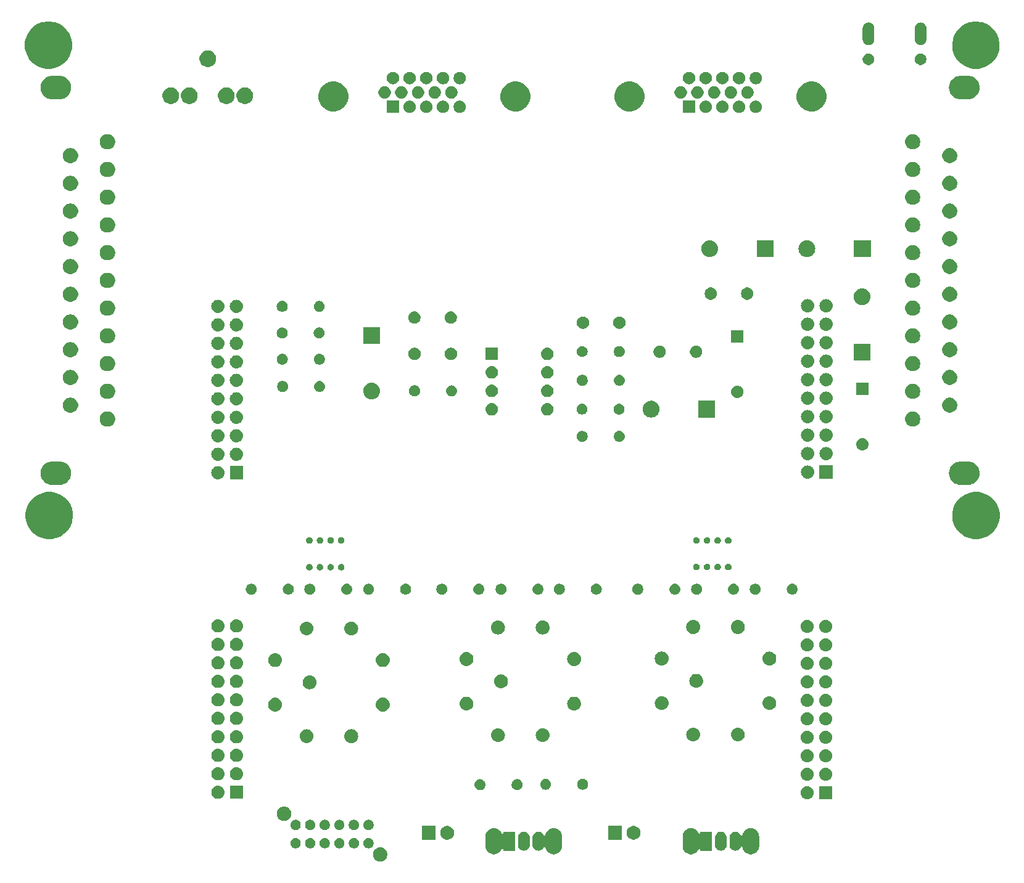
<source format=gbr>
G04 #@! TF.GenerationSoftware,KiCad,Pcbnew,(5.1.4)-1*
G04 #@! TF.CreationDate,2020-12-20T09:49:53+01:00*
G04 #@! TF.ProjectId,MonochromeRGB,4d6f6e6f-6368-4726-9f6d-655247422e6b,rev?*
G04 #@! TF.SameCoordinates,Original*
G04 #@! TF.FileFunction,Soldermask,Bot*
G04 #@! TF.FilePolarity,Negative*
%FSLAX46Y46*%
G04 Gerber Fmt 4.6, Leading zero omitted, Abs format (unit mm)*
G04 Created by KiCad (PCBNEW (5.1.4)-1) date 2020-12-20 09:49:53*
%MOMM*%
%LPD*%
G04 APERTURE LIST*
%ADD10C,0.100000*%
G04 APERTURE END LIST*
D10*
G36*
X129448187Y-143735533D02*
G01*
X129543675Y-143754527D01*
X129618190Y-143785393D01*
X129723569Y-143829042D01*
X129736085Y-143837405D01*
X129885472Y-143937222D01*
X130023158Y-144074908D01*
X130023159Y-144074910D01*
X130131338Y-144236811D01*
X130205853Y-144416706D01*
X130243840Y-144607680D01*
X130243840Y-144802400D01*
X130205853Y-144993374D01*
X130131338Y-145173269D01*
X130131337Y-145173270D01*
X130023158Y-145335172D01*
X129885472Y-145472858D01*
X129803971Y-145527315D01*
X129723569Y-145581038D01*
X129618190Y-145624687D01*
X129543675Y-145655553D01*
X129448187Y-145674547D01*
X129352700Y-145693540D01*
X129157980Y-145693540D01*
X129062493Y-145674547D01*
X128967005Y-145655553D01*
X128892490Y-145624687D01*
X128787111Y-145581038D01*
X128706709Y-145527315D01*
X128625208Y-145472858D01*
X128487522Y-145335172D01*
X128379343Y-145173270D01*
X128379342Y-145173269D01*
X128304827Y-144993374D01*
X128266840Y-144802400D01*
X128266840Y-144607680D01*
X128304827Y-144416706D01*
X128379342Y-144236811D01*
X128487521Y-144074910D01*
X128487522Y-144074908D01*
X128625208Y-143937222D01*
X128774595Y-143837405D01*
X128787111Y-143829042D01*
X128892490Y-143785393D01*
X128967005Y-143754527D01*
X129062493Y-143735533D01*
X129157980Y-143716540D01*
X129352700Y-143716540D01*
X129448187Y-143735533D01*
X129448187Y-143735533D01*
G37*
G36*
X145105274Y-141105894D02*
G01*
X145322239Y-141171710D01*
X145322241Y-141171711D01*
X145522193Y-141278587D01*
X145522195Y-141278588D01*
X145522194Y-141278588D01*
X145697458Y-141422422D01*
X145725953Y-141457144D01*
X145841293Y-141597685D01*
X145943402Y-141788719D01*
X145957015Y-141809093D01*
X145974342Y-141826420D01*
X145994717Y-141840034D01*
X146017355Y-141849412D01*
X146041389Y-141854192D01*
X146065893Y-141854192D01*
X146089926Y-141849412D01*
X146112565Y-141840034D01*
X146132939Y-141826421D01*
X146150266Y-141809094D01*
X146163880Y-141788719D01*
X146173258Y-141766081D01*
X146178038Y-141742047D01*
X146178640Y-141729795D01*
X146178640Y-141589240D01*
X147780640Y-141589240D01*
X147780640Y-144191240D01*
X146178640Y-144191240D01*
X146178640Y-144050685D01*
X146176238Y-144026299D01*
X146169125Y-144002850D01*
X146157574Y-143981239D01*
X146142029Y-143962297D01*
X146123087Y-143946752D01*
X146101476Y-143935201D01*
X146078027Y-143928088D01*
X146053641Y-143925686D01*
X146029255Y-143928088D01*
X146005806Y-143935201D01*
X145984195Y-143946752D01*
X145965253Y-143962297D01*
X145949708Y-143981239D01*
X145943402Y-143991761D01*
X145841293Y-144182795D01*
X145697458Y-144358058D01*
X145522195Y-144501893D01*
X145322242Y-144608769D01*
X145322240Y-144608770D01*
X145105275Y-144674586D01*
X144879640Y-144696809D01*
X144654006Y-144674586D01*
X144437041Y-144608770D01*
X144437039Y-144608769D01*
X144237086Y-144501893D01*
X144061823Y-144358058D01*
X143917988Y-144182794D01*
X143811111Y-143982842D01*
X143810625Y-143981239D01*
X143745294Y-143765875D01*
X143728640Y-143596783D01*
X143728640Y-142183698D01*
X143745294Y-142014606D01*
X143811110Y-141797641D01*
X143827979Y-141766081D01*
X143917987Y-141597687D01*
X143939859Y-141571036D01*
X144061822Y-141422422D01*
X144175534Y-141329101D01*
X144237085Y-141278587D01*
X144437038Y-141171711D01*
X144437040Y-141171710D01*
X144654005Y-141105894D01*
X144879640Y-141083671D01*
X145105274Y-141105894D01*
X145105274Y-141105894D01*
G37*
G36*
X172143574Y-141105894D02*
G01*
X172360539Y-141171710D01*
X172360541Y-141171711D01*
X172560493Y-141278587D01*
X172560495Y-141278588D01*
X172560494Y-141278588D01*
X172735758Y-141422422D01*
X172764253Y-141457144D01*
X172879593Y-141597685D01*
X172981702Y-141788719D01*
X172995315Y-141809093D01*
X173012642Y-141826420D01*
X173033017Y-141840034D01*
X173055655Y-141849412D01*
X173079689Y-141854192D01*
X173104193Y-141854192D01*
X173128226Y-141849412D01*
X173150865Y-141840034D01*
X173171239Y-141826421D01*
X173188566Y-141809094D01*
X173202180Y-141788719D01*
X173211558Y-141766081D01*
X173216338Y-141742047D01*
X173216940Y-141729795D01*
X173216940Y-141589240D01*
X174818940Y-141589240D01*
X174818940Y-144191240D01*
X173216940Y-144191240D01*
X173216940Y-144050685D01*
X173214538Y-144026299D01*
X173207425Y-144002850D01*
X173195874Y-143981239D01*
X173180329Y-143962297D01*
X173161387Y-143946752D01*
X173139776Y-143935201D01*
X173116327Y-143928088D01*
X173091941Y-143925686D01*
X173067555Y-143928088D01*
X173044106Y-143935201D01*
X173022495Y-143946752D01*
X173003553Y-143962297D01*
X172988008Y-143981239D01*
X172981702Y-143991761D01*
X172879593Y-144182795D01*
X172735758Y-144358058D01*
X172560495Y-144501893D01*
X172360542Y-144608769D01*
X172360540Y-144608770D01*
X172143575Y-144674586D01*
X171917940Y-144696809D01*
X171692306Y-144674586D01*
X171475341Y-144608770D01*
X171475339Y-144608769D01*
X171275386Y-144501893D01*
X171100123Y-144358058D01*
X170956288Y-144182794D01*
X170849411Y-143982842D01*
X170848925Y-143981239D01*
X170783594Y-143765875D01*
X170766940Y-143596783D01*
X170766940Y-142183698D01*
X170783594Y-142014606D01*
X170849410Y-141797641D01*
X170866279Y-141766081D01*
X170956287Y-141597687D01*
X170978159Y-141571036D01*
X171100122Y-141422422D01*
X171213834Y-141329101D01*
X171275385Y-141278587D01*
X171475338Y-141171711D01*
X171475340Y-141171710D01*
X171692305Y-141105894D01*
X171917940Y-141083671D01*
X172143574Y-141105894D01*
X172143574Y-141105894D01*
G37*
G36*
X180343574Y-141105894D02*
G01*
X180560539Y-141171710D01*
X180560541Y-141171711D01*
X180760493Y-141278587D01*
X180760495Y-141278588D01*
X180760494Y-141278588D01*
X180935758Y-141422422D01*
X180964253Y-141457144D01*
X181079593Y-141597685D01*
X181181702Y-141788719D01*
X181186470Y-141797640D01*
X181251476Y-142011935D01*
X181252286Y-142014606D01*
X181260380Y-142096780D01*
X181268940Y-142183697D01*
X181268940Y-143596783D01*
X181252286Y-143765875D01*
X181186956Y-143981239D01*
X181186469Y-143982842D01*
X181079593Y-144182795D01*
X180935758Y-144358058D01*
X180760495Y-144501893D01*
X180560542Y-144608769D01*
X180560540Y-144608770D01*
X180343575Y-144674586D01*
X180117940Y-144696809D01*
X179892306Y-144674586D01*
X179675341Y-144608770D01*
X179675339Y-144608769D01*
X179475386Y-144501893D01*
X179300123Y-144358058D01*
X179156288Y-144182794D01*
X179049411Y-143982842D01*
X179049410Y-143982840D01*
X178983594Y-143765875D01*
X178983594Y-143765871D01*
X178982952Y-143763756D01*
X178979031Y-143744043D01*
X178969655Y-143721404D01*
X178956041Y-143701030D01*
X178938715Y-143683702D01*
X178918341Y-143670088D01*
X178895702Y-143660710D01*
X178871669Y-143655929D01*
X178847165Y-143655929D01*
X178823131Y-143660709D01*
X178800492Y-143670085D01*
X178780118Y-143683699D01*
X178762790Y-143701025D01*
X178749175Y-143721401D01*
X178687169Y-143837405D01*
X178587073Y-143959373D01*
X178465105Y-144059469D01*
X178325953Y-144133848D01*
X178275622Y-144149115D01*
X178174963Y-144179650D01*
X178017940Y-144195115D01*
X177860918Y-144179650D01*
X177760259Y-144149115D01*
X177709928Y-144133848D01*
X177570776Y-144059469D01*
X177448808Y-143959373D01*
X177348712Y-143837405D01*
X177274333Y-143698253D01*
X177245105Y-143601899D01*
X177228531Y-143547263D01*
X177216941Y-143429585D01*
X177216940Y-142350896D01*
X177228530Y-142233218D01*
X177265788Y-142110394D01*
X177274332Y-142082228D01*
X177348711Y-141943076D01*
X177348712Y-141943075D01*
X177448807Y-141821107D01*
X177570775Y-141721011D01*
X177709927Y-141646632D01*
X177760258Y-141631365D01*
X177860917Y-141600830D01*
X178017940Y-141585365D01*
X178174962Y-141600830D01*
X178275621Y-141631365D01*
X178325952Y-141646632D01*
X178465104Y-141721011D01*
X178587073Y-141821107D01*
X178687169Y-141943075D01*
X178749175Y-142059079D01*
X178762789Y-142079453D01*
X178780116Y-142096780D01*
X178800490Y-142110394D01*
X178823129Y-142119771D01*
X178847163Y-142124551D01*
X178871667Y-142124551D01*
X178895700Y-142119770D01*
X178918339Y-142110393D01*
X178938713Y-142096779D01*
X178956040Y-142079452D01*
X178969654Y-142059078D01*
X178979031Y-142036439D01*
X178982952Y-142016725D01*
X178983594Y-142014607D01*
X178983594Y-142014606D01*
X179049410Y-141797641D01*
X179066279Y-141766081D01*
X179156287Y-141597687D01*
X179178159Y-141571036D01*
X179300122Y-141422422D01*
X179413834Y-141329101D01*
X179475385Y-141278587D01*
X179675338Y-141171711D01*
X179675340Y-141171710D01*
X179892305Y-141105894D01*
X180117940Y-141083671D01*
X180343574Y-141105894D01*
X180343574Y-141105894D01*
G37*
G36*
X153305274Y-141105894D02*
G01*
X153522239Y-141171710D01*
X153522241Y-141171711D01*
X153722193Y-141278587D01*
X153722195Y-141278588D01*
X153722194Y-141278588D01*
X153897458Y-141422422D01*
X153925953Y-141457144D01*
X154041293Y-141597685D01*
X154143402Y-141788719D01*
X154148170Y-141797640D01*
X154213176Y-142011935D01*
X154213986Y-142014606D01*
X154222080Y-142096780D01*
X154230640Y-142183697D01*
X154230640Y-143596783D01*
X154213986Y-143765875D01*
X154148656Y-143981239D01*
X154148169Y-143982842D01*
X154041293Y-144182795D01*
X153897458Y-144358058D01*
X153722195Y-144501893D01*
X153522242Y-144608769D01*
X153522240Y-144608770D01*
X153305275Y-144674586D01*
X153079640Y-144696809D01*
X152854006Y-144674586D01*
X152637041Y-144608770D01*
X152637039Y-144608769D01*
X152437086Y-144501893D01*
X152261823Y-144358058D01*
X152117988Y-144182794D01*
X152011111Y-143982842D01*
X152011110Y-143982840D01*
X151945294Y-143765875D01*
X151945294Y-143765871D01*
X151944652Y-143763756D01*
X151940731Y-143744043D01*
X151931355Y-143721404D01*
X151917741Y-143701030D01*
X151900415Y-143683702D01*
X151880041Y-143670088D01*
X151857402Y-143660710D01*
X151833369Y-143655929D01*
X151808865Y-143655929D01*
X151784831Y-143660709D01*
X151762192Y-143670085D01*
X151741818Y-143683699D01*
X151724490Y-143701025D01*
X151710875Y-143721401D01*
X151648869Y-143837405D01*
X151548773Y-143959373D01*
X151426805Y-144059469D01*
X151287653Y-144133848D01*
X151237322Y-144149115D01*
X151136663Y-144179650D01*
X150979640Y-144195115D01*
X150822618Y-144179650D01*
X150721959Y-144149115D01*
X150671628Y-144133848D01*
X150532476Y-144059469D01*
X150410508Y-143959373D01*
X150310412Y-143837405D01*
X150236033Y-143698253D01*
X150206805Y-143601899D01*
X150190231Y-143547263D01*
X150178641Y-143429585D01*
X150178640Y-142350896D01*
X150190230Y-142233218D01*
X150227488Y-142110394D01*
X150236032Y-142082228D01*
X150310411Y-141943076D01*
X150310412Y-141943075D01*
X150410507Y-141821107D01*
X150532475Y-141721011D01*
X150671627Y-141646632D01*
X150721958Y-141631365D01*
X150822617Y-141600830D01*
X150979640Y-141585365D01*
X151136662Y-141600830D01*
X151237321Y-141631365D01*
X151287652Y-141646632D01*
X151426804Y-141721011D01*
X151548773Y-141821107D01*
X151648869Y-141943075D01*
X151710875Y-142059079D01*
X151724489Y-142079453D01*
X151741816Y-142096780D01*
X151762190Y-142110394D01*
X151784829Y-142119771D01*
X151808863Y-142124551D01*
X151833367Y-142124551D01*
X151857400Y-142119770D01*
X151880039Y-142110393D01*
X151900413Y-142096779D01*
X151917740Y-142079452D01*
X151931354Y-142059078D01*
X151940731Y-142036439D01*
X151944652Y-142016725D01*
X151945294Y-142014607D01*
X151945294Y-142014606D01*
X152011110Y-141797641D01*
X152027979Y-141766081D01*
X152117987Y-141597687D01*
X152139859Y-141571036D01*
X152261822Y-141422422D01*
X152375534Y-141329101D01*
X152437085Y-141278587D01*
X152637038Y-141171711D01*
X152637040Y-141171710D01*
X152854005Y-141105894D01*
X153079640Y-141083671D01*
X153305274Y-141105894D01*
X153305274Y-141105894D01*
G37*
G36*
X176174962Y-141600830D02*
G01*
X176275621Y-141631365D01*
X176325952Y-141646632D01*
X176465104Y-141721011D01*
X176587073Y-141821107D01*
X176687169Y-141943075D01*
X176761548Y-142082227D01*
X176770092Y-142110393D01*
X176807350Y-142233217D01*
X176818940Y-142350895D01*
X176818940Y-143429585D01*
X176807350Y-143547263D01*
X176790776Y-143601899D01*
X176761548Y-143698253D01*
X176687169Y-143837405D01*
X176587073Y-143959373D01*
X176465105Y-144059469D01*
X176325953Y-144133848D01*
X176275622Y-144149115D01*
X176174963Y-144179650D01*
X176017940Y-144195115D01*
X175860918Y-144179650D01*
X175760259Y-144149115D01*
X175709928Y-144133848D01*
X175570776Y-144059469D01*
X175448808Y-143959373D01*
X175348712Y-143837405D01*
X175274333Y-143698253D01*
X175245105Y-143601899D01*
X175228531Y-143547263D01*
X175216941Y-143429585D01*
X175216940Y-142350896D01*
X175228530Y-142233218D01*
X175265788Y-142110394D01*
X175274332Y-142082228D01*
X175348711Y-141943076D01*
X175348712Y-141943075D01*
X175448807Y-141821107D01*
X175570775Y-141721011D01*
X175709927Y-141646632D01*
X175760258Y-141631365D01*
X175860917Y-141600830D01*
X176017940Y-141585365D01*
X176174962Y-141600830D01*
X176174962Y-141600830D01*
G37*
G36*
X149136662Y-141600830D02*
G01*
X149237321Y-141631365D01*
X149287652Y-141646632D01*
X149426804Y-141721011D01*
X149548773Y-141821107D01*
X149648869Y-141943075D01*
X149723248Y-142082227D01*
X149731792Y-142110393D01*
X149769050Y-142233217D01*
X149780640Y-142350895D01*
X149780640Y-143429585D01*
X149769050Y-143547263D01*
X149752476Y-143601899D01*
X149723248Y-143698253D01*
X149648869Y-143837405D01*
X149548773Y-143959373D01*
X149426805Y-144059469D01*
X149287653Y-144133848D01*
X149237322Y-144149115D01*
X149136663Y-144179650D01*
X148979640Y-144195115D01*
X148822618Y-144179650D01*
X148721959Y-144149115D01*
X148671628Y-144133848D01*
X148532476Y-144059469D01*
X148410508Y-143959373D01*
X148310412Y-143837405D01*
X148236033Y-143698253D01*
X148206805Y-143601899D01*
X148190231Y-143547263D01*
X148178641Y-143429585D01*
X148178640Y-142350896D01*
X148190230Y-142233218D01*
X148227488Y-142110394D01*
X148236032Y-142082228D01*
X148310411Y-141943076D01*
X148310412Y-141943075D01*
X148410507Y-141821107D01*
X148532475Y-141721011D01*
X148671627Y-141646632D01*
X148721958Y-141631365D01*
X148822617Y-141600830D01*
X148979640Y-141585365D01*
X149136662Y-141600830D01*
X149136662Y-141600830D01*
G37*
G36*
X117859813Y-142480978D02*
G01*
X117987389Y-142533822D01*
X118102199Y-142610535D01*
X118199845Y-142708181D01*
X118276558Y-142822991D01*
X118329402Y-142950567D01*
X118356340Y-143085996D01*
X118356340Y-143224084D01*
X118329402Y-143359513D01*
X118276558Y-143487089D01*
X118199845Y-143601899D01*
X118102199Y-143699545D01*
X117987389Y-143776258D01*
X117859813Y-143829102D01*
X117724384Y-143856040D01*
X117586296Y-143856040D01*
X117450867Y-143829102D01*
X117323291Y-143776258D01*
X117208481Y-143699545D01*
X117110835Y-143601899D01*
X117034122Y-143487089D01*
X116981278Y-143359513D01*
X116954340Y-143224084D01*
X116954340Y-143085996D01*
X116981278Y-142950567D01*
X117034122Y-142822991D01*
X117110835Y-142708181D01*
X117208481Y-142610535D01*
X117323291Y-142533822D01*
X117450867Y-142480978D01*
X117586296Y-142454040D01*
X117724384Y-142454040D01*
X117859813Y-142480978D01*
X117859813Y-142480978D01*
G37*
G36*
X127859813Y-142480978D02*
G01*
X127987389Y-142533822D01*
X128102199Y-142610535D01*
X128199845Y-142708181D01*
X128276558Y-142822991D01*
X128329402Y-142950567D01*
X128356340Y-143085996D01*
X128356340Y-143224084D01*
X128329402Y-143359513D01*
X128276558Y-143487089D01*
X128199845Y-143601899D01*
X128102199Y-143699545D01*
X127987389Y-143776258D01*
X127859813Y-143829102D01*
X127724384Y-143856040D01*
X127586296Y-143856040D01*
X127450867Y-143829102D01*
X127323291Y-143776258D01*
X127208481Y-143699545D01*
X127110835Y-143601899D01*
X127034122Y-143487089D01*
X126981278Y-143359513D01*
X126954340Y-143224084D01*
X126954340Y-143085996D01*
X126981278Y-142950567D01*
X127034122Y-142822991D01*
X127110835Y-142708181D01*
X127208481Y-142610535D01*
X127323291Y-142533822D01*
X127450867Y-142480978D01*
X127586296Y-142454040D01*
X127724384Y-142454040D01*
X127859813Y-142480978D01*
X127859813Y-142480978D01*
G37*
G36*
X125859813Y-142480978D02*
G01*
X125987389Y-142533822D01*
X126102199Y-142610535D01*
X126199845Y-142708181D01*
X126276558Y-142822991D01*
X126329402Y-142950567D01*
X126356340Y-143085996D01*
X126356340Y-143224084D01*
X126329402Y-143359513D01*
X126276558Y-143487089D01*
X126199845Y-143601899D01*
X126102199Y-143699545D01*
X125987389Y-143776258D01*
X125859813Y-143829102D01*
X125724384Y-143856040D01*
X125586296Y-143856040D01*
X125450867Y-143829102D01*
X125323291Y-143776258D01*
X125208481Y-143699545D01*
X125110835Y-143601899D01*
X125034122Y-143487089D01*
X124981278Y-143359513D01*
X124954340Y-143224084D01*
X124954340Y-143085996D01*
X124981278Y-142950567D01*
X125034122Y-142822991D01*
X125110835Y-142708181D01*
X125208481Y-142610535D01*
X125323291Y-142533822D01*
X125450867Y-142480978D01*
X125586296Y-142454040D01*
X125724384Y-142454040D01*
X125859813Y-142480978D01*
X125859813Y-142480978D01*
G37*
G36*
X123859813Y-142480978D02*
G01*
X123987389Y-142533822D01*
X124102199Y-142610535D01*
X124199845Y-142708181D01*
X124276558Y-142822991D01*
X124329402Y-142950567D01*
X124356340Y-143085996D01*
X124356340Y-143224084D01*
X124329402Y-143359513D01*
X124276558Y-143487089D01*
X124199845Y-143601899D01*
X124102199Y-143699545D01*
X123987389Y-143776258D01*
X123859813Y-143829102D01*
X123724384Y-143856040D01*
X123586296Y-143856040D01*
X123450867Y-143829102D01*
X123323291Y-143776258D01*
X123208481Y-143699545D01*
X123110835Y-143601899D01*
X123034122Y-143487089D01*
X122981278Y-143359513D01*
X122954340Y-143224084D01*
X122954340Y-143085996D01*
X122981278Y-142950567D01*
X123034122Y-142822991D01*
X123110835Y-142708181D01*
X123208481Y-142610535D01*
X123323291Y-142533822D01*
X123450867Y-142480978D01*
X123586296Y-142454040D01*
X123724384Y-142454040D01*
X123859813Y-142480978D01*
X123859813Y-142480978D01*
G37*
G36*
X121859813Y-142480978D02*
G01*
X121987389Y-142533822D01*
X122102199Y-142610535D01*
X122199845Y-142708181D01*
X122276558Y-142822991D01*
X122329402Y-142950567D01*
X122356340Y-143085996D01*
X122356340Y-143224084D01*
X122329402Y-143359513D01*
X122276558Y-143487089D01*
X122199845Y-143601899D01*
X122102199Y-143699545D01*
X121987389Y-143776258D01*
X121859813Y-143829102D01*
X121724384Y-143856040D01*
X121586296Y-143856040D01*
X121450867Y-143829102D01*
X121323291Y-143776258D01*
X121208481Y-143699545D01*
X121110835Y-143601899D01*
X121034122Y-143487089D01*
X120981278Y-143359513D01*
X120954340Y-143224084D01*
X120954340Y-143085996D01*
X120981278Y-142950567D01*
X121034122Y-142822991D01*
X121110835Y-142708181D01*
X121208481Y-142610535D01*
X121323291Y-142533822D01*
X121450867Y-142480978D01*
X121586296Y-142454040D01*
X121724384Y-142454040D01*
X121859813Y-142480978D01*
X121859813Y-142480978D01*
G37*
G36*
X119859813Y-142480978D02*
G01*
X119987389Y-142533822D01*
X120102199Y-142610535D01*
X120199845Y-142708181D01*
X120276558Y-142822991D01*
X120329402Y-142950567D01*
X120356340Y-143085996D01*
X120356340Y-143224084D01*
X120329402Y-143359513D01*
X120276558Y-143487089D01*
X120199845Y-143601899D01*
X120102199Y-143699545D01*
X119987389Y-143776258D01*
X119859813Y-143829102D01*
X119724384Y-143856040D01*
X119586296Y-143856040D01*
X119450867Y-143829102D01*
X119323291Y-143776258D01*
X119208481Y-143699545D01*
X119110835Y-143601899D01*
X119034122Y-143487089D01*
X118981278Y-143359513D01*
X118954340Y-143224084D01*
X118954340Y-143085996D01*
X118981278Y-142950567D01*
X119034122Y-142822991D01*
X119110835Y-142708181D01*
X119208481Y-142610535D01*
X119323291Y-142533822D01*
X119450867Y-142480978D01*
X119586296Y-142454040D01*
X119724384Y-142454040D01*
X119859813Y-142480978D01*
X119859813Y-142480978D01*
G37*
G36*
X164325835Y-140820086D02*
G01*
X164498906Y-140891774D01*
X164498907Y-140891775D01*
X164654667Y-140995850D01*
X164787130Y-141128313D01*
X164787131Y-141128315D01*
X164891206Y-141284074D01*
X164962894Y-141457145D01*
X164999440Y-141640873D01*
X164999440Y-141828207D01*
X164962894Y-142011935D01*
X164891206Y-142185006D01*
X164891205Y-142185007D01*
X164787130Y-142340767D01*
X164654667Y-142473230D01*
X164576258Y-142525621D01*
X164498906Y-142577306D01*
X164325835Y-142648994D01*
X164142107Y-142685540D01*
X163954773Y-142685540D01*
X163771045Y-142648994D01*
X163597974Y-142577306D01*
X163520622Y-142525621D01*
X163442213Y-142473230D01*
X163309750Y-142340767D01*
X163205675Y-142185007D01*
X163205674Y-142185006D01*
X163133986Y-142011935D01*
X163097440Y-141828207D01*
X163097440Y-141640873D01*
X163133986Y-141457145D01*
X163205674Y-141284074D01*
X163309749Y-141128315D01*
X163309750Y-141128313D01*
X163442213Y-140995850D01*
X163597973Y-140891775D01*
X163597974Y-140891774D01*
X163771045Y-140820086D01*
X163954773Y-140783540D01*
X164142107Y-140783540D01*
X164325835Y-140820086D01*
X164325835Y-140820086D01*
G37*
G36*
X138722635Y-140820086D02*
G01*
X138895706Y-140891774D01*
X138895707Y-140891775D01*
X139051467Y-140995850D01*
X139183930Y-141128313D01*
X139183931Y-141128315D01*
X139288006Y-141284074D01*
X139359694Y-141457145D01*
X139396240Y-141640873D01*
X139396240Y-141828207D01*
X139359694Y-142011935D01*
X139288006Y-142185006D01*
X139288005Y-142185007D01*
X139183930Y-142340767D01*
X139051467Y-142473230D01*
X138973058Y-142525621D01*
X138895706Y-142577306D01*
X138722635Y-142648994D01*
X138538907Y-142685540D01*
X138351573Y-142685540D01*
X138167845Y-142648994D01*
X137994774Y-142577306D01*
X137917422Y-142525621D01*
X137839013Y-142473230D01*
X137706550Y-142340767D01*
X137602475Y-142185007D01*
X137602474Y-142185006D01*
X137530786Y-142011935D01*
X137494240Y-141828207D01*
X137494240Y-141640873D01*
X137530786Y-141457145D01*
X137602474Y-141284074D01*
X137706549Y-141128315D01*
X137706550Y-141128313D01*
X137839013Y-140995850D01*
X137994773Y-140891775D01*
X137994774Y-140891774D01*
X138167845Y-140820086D01*
X138351573Y-140783540D01*
X138538907Y-140783540D01*
X138722635Y-140820086D01*
X138722635Y-140820086D01*
G37*
G36*
X162459440Y-142685540D02*
G01*
X160557440Y-142685540D01*
X160557440Y-140783540D01*
X162459440Y-140783540D01*
X162459440Y-142685540D01*
X162459440Y-142685540D01*
G37*
G36*
X136856240Y-142685540D02*
G01*
X134954240Y-142685540D01*
X134954240Y-140783540D01*
X136856240Y-140783540D01*
X136856240Y-142685540D01*
X136856240Y-142685540D01*
G37*
G36*
X123859813Y-139980978D02*
G01*
X123987389Y-140033822D01*
X124102199Y-140110535D01*
X124199845Y-140208181D01*
X124276558Y-140322991D01*
X124329402Y-140450567D01*
X124356340Y-140585996D01*
X124356340Y-140724084D01*
X124329402Y-140859513D01*
X124276558Y-140987089D01*
X124199845Y-141101899D01*
X124102199Y-141199545D01*
X123987389Y-141276258D01*
X123859813Y-141329102D01*
X123724384Y-141356040D01*
X123586296Y-141356040D01*
X123450867Y-141329102D01*
X123323291Y-141276258D01*
X123208481Y-141199545D01*
X123110835Y-141101899D01*
X123034122Y-140987089D01*
X122981278Y-140859513D01*
X122954340Y-140724084D01*
X122954340Y-140585996D01*
X122981278Y-140450567D01*
X123034122Y-140322991D01*
X123110835Y-140208181D01*
X123208481Y-140110535D01*
X123323291Y-140033822D01*
X123450867Y-139980978D01*
X123586296Y-139954040D01*
X123724384Y-139954040D01*
X123859813Y-139980978D01*
X123859813Y-139980978D01*
G37*
G36*
X121859813Y-139980978D02*
G01*
X121987389Y-140033822D01*
X122102199Y-140110535D01*
X122199845Y-140208181D01*
X122276558Y-140322991D01*
X122329402Y-140450567D01*
X122356340Y-140585996D01*
X122356340Y-140724084D01*
X122329402Y-140859513D01*
X122276558Y-140987089D01*
X122199845Y-141101899D01*
X122102199Y-141199545D01*
X121987389Y-141276258D01*
X121859813Y-141329102D01*
X121724384Y-141356040D01*
X121586296Y-141356040D01*
X121450867Y-141329102D01*
X121323291Y-141276258D01*
X121208481Y-141199545D01*
X121110835Y-141101899D01*
X121034122Y-140987089D01*
X120981278Y-140859513D01*
X120954340Y-140724084D01*
X120954340Y-140585996D01*
X120981278Y-140450567D01*
X121034122Y-140322991D01*
X121110835Y-140208181D01*
X121208481Y-140110535D01*
X121323291Y-140033822D01*
X121450867Y-139980978D01*
X121586296Y-139954040D01*
X121724384Y-139954040D01*
X121859813Y-139980978D01*
X121859813Y-139980978D01*
G37*
G36*
X119859813Y-139980978D02*
G01*
X119987389Y-140033822D01*
X120102199Y-140110535D01*
X120199845Y-140208181D01*
X120276558Y-140322991D01*
X120329402Y-140450567D01*
X120356340Y-140585996D01*
X120356340Y-140724084D01*
X120329402Y-140859513D01*
X120276558Y-140987089D01*
X120199845Y-141101899D01*
X120102199Y-141199545D01*
X119987389Y-141276258D01*
X119859813Y-141329102D01*
X119724384Y-141356040D01*
X119586296Y-141356040D01*
X119450867Y-141329102D01*
X119323291Y-141276258D01*
X119208481Y-141199545D01*
X119110835Y-141101899D01*
X119034122Y-140987089D01*
X118981278Y-140859513D01*
X118954340Y-140724084D01*
X118954340Y-140585996D01*
X118981278Y-140450567D01*
X119034122Y-140322991D01*
X119110835Y-140208181D01*
X119208481Y-140110535D01*
X119323291Y-140033822D01*
X119450867Y-139980978D01*
X119586296Y-139954040D01*
X119724384Y-139954040D01*
X119859813Y-139980978D01*
X119859813Y-139980978D01*
G37*
G36*
X117859813Y-139980978D02*
G01*
X117987389Y-140033822D01*
X118102199Y-140110535D01*
X118199845Y-140208181D01*
X118276558Y-140322991D01*
X118329402Y-140450567D01*
X118356340Y-140585996D01*
X118356340Y-140724084D01*
X118329402Y-140859513D01*
X118276558Y-140987089D01*
X118199845Y-141101899D01*
X118102199Y-141199545D01*
X117987389Y-141276258D01*
X117859813Y-141329102D01*
X117724384Y-141356040D01*
X117586296Y-141356040D01*
X117450867Y-141329102D01*
X117323291Y-141276258D01*
X117208481Y-141199545D01*
X117110835Y-141101899D01*
X117034122Y-140987089D01*
X116981278Y-140859513D01*
X116954340Y-140724084D01*
X116954340Y-140585996D01*
X116981278Y-140450567D01*
X117034122Y-140322991D01*
X117110835Y-140208181D01*
X117208481Y-140110535D01*
X117323291Y-140033822D01*
X117450867Y-139980978D01*
X117586296Y-139954040D01*
X117724384Y-139954040D01*
X117859813Y-139980978D01*
X117859813Y-139980978D01*
G37*
G36*
X125859813Y-139980978D02*
G01*
X125987389Y-140033822D01*
X126102199Y-140110535D01*
X126199845Y-140208181D01*
X126276558Y-140322991D01*
X126329402Y-140450567D01*
X126356340Y-140585996D01*
X126356340Y-140724084D01*
X126329402Y-140859513D01*
X126276558Y-140987089D01*
X126199845Y-141101899D01*
X126102199Y-141199545D01*
X125987389Y-141276258D01*
X125859813Y-141329102D01*
X125724384Y-141356040D01*
X125586296Y-141356040D01*
X125450867Y-141329102D01*
X125323291Y-141276258D01*
X125208481Y-141199545D01*
X125110835Y-141101899D01*
X125034122Y-140987089D01*
X124981278Y-140859513D01*
X124954340Y-140724084D01*
X124954340Y-140585996D01*
X124981278Y-140450567D01*
X125034122Y-140322991D01*
X125110835Y-140208181D01*
X125208481Y-140110535D01*
X125323291Y-140033822D01*
X125450867Y-139980978D01*
X125586296Y-139954040D01*
X125724384Y-139954040D01*
X125859813Y-139980978D01*
X125859813Y-139980978D01*
G37*
G36*
X127859813Y-139980978D02*
G01*
X127987389Y-140033822D01*
X128102199Y-140110535D01*
X128199845Y-140208181D01*
X128276558Y-140322991D01*
X128329402Y-140450567D01*
X128356340Y-140585996D01*
X128356340Y-140724084D01*
X128329402Y-140859513D01*
X128276558Y-140987089D01*
X128199845Y-141101899D01*
X128102199Y-141199545D01*
X127987389Y-141276258D01*
X127859813Y-141329102D01*
X127724384Y-141356040D01*
X127586296Y-141356040D01*
X127450867Y-141329102D01*
X127323291Y-141276258D01*
X127208481Y-141199545D01*
X127110835Y-141101899D01*
X127034122Y-140987089D01*
X126981278Y-140859513D01*
X126954340Y-140724084D01*
X126954340Y-140585996D01*
X126981278Y-140450567D01*
X127034122Y-140322991D01*
X127110835Y-140208181D01*
X127208481Y-140110535D01*
X127323291Y-140033822D01*
X127450867Y-139980978D01*
X127586296Y-139954040D01*
X127724384Y-139954040D01*
X127859813Y-139980978D01*
X127859813Y-139980978D01*
G37*
G36*
X116248187Y-138135533D02*
G01*
X116343675Y-138154527D01*
X116418190Y-138185393D01*
X116523569Y-138229042D01*
X116523570Y-138229043D01*
X116685472Y-138337222D01*
X116823158Y-138474908D01*
X116823159Y-138474910D01*
X116931338Y-138636811D01*
X117005853Y-138816706D01*
X117043840Y-139007680D01*
X117043840Y-139202400D01*
X117005853Y-139393374D01*
X116931338Y-139573269D01*
X116931337Y-139573270D01*
X116823158Y-139735172D01*
X116685472Y-139872858D01*
X116603971Y-139927315D01*
X116523569Y-139981038D01*
X116418190Y-140024687D01*
X116343675Y-140055553D01*
X116248187Y-140074546D01*
X116152700Y-140093540D01*
X115957980Y-140093540D01*
X115862493Y-140074546D01*
X115767005Y-140055553D01*
X115692490Y-140024687D01*
X115587111Y-139981038D01*
X115506709Y-139927315D01*
X115425208Y-139872858D01*
X115287522Y-139735172D01*
X115179343Y-139573270D01*
X115179342Y-139573269D01*
X115104827Y-139393374D01*
X115066840Y-139202400D01*
X115066840Y-139007680D01*
X115104827Y-138816706D01*
X115179342Y-138636811D01*
X115287521Y-138474910D01*
X115287522Y-138474908D01*
X115425208Y-138337222D01*
X115587110Y-138229043D01*
X115587111Y-138229042D01*
X115692490Y-138185393D01*
X115767005Y-138154527D01*
X115862493Y-138135533D01*
X115957980Y-138116540D01*
X116152700Y-138116540D01*
X116248187Y-138135533D01*
X116248187Y-138135533D01*
G37*
G36*
X187971383Y-135328259D02*
G01*
X188037567Y-135334777D01*
X188207406Y-135386297D01*
X188363931Y-135469962D01*
X188377639Y-135481212D01*
X188501126Y-135582554D01*
X188584388Y-135684011D01*
X188613718Y-135719749D01*
X188613719Y-135719751D01*
X188684886Y-135852893D01*
X188697383Y-135876274D01*
X188748903Y-136046113D01*
X188766299Y-136222740D01*
X188748903Y-136399367D01*
X188697383Y-136569206D01*
X188613718Y-136725731D01*
X188584388Y-136761469D01*
X188501126Y-136862926D01*
X188399669Y-136946188D01*
X188363931Y-136975518D01*
X188207406Y-137059183D01*
X188037567Y-137110703D01*
X187971382Y-137117222D01*
X187905200Y-137123740D01*
X187816680Y-137123740D01*
X187750498Y-137117222D01*
X187684313Y-137110703D01*
X187514474Y-137059183D01*
X187357949Y-136975518D01*
X187322211Y-136946188D01*
X187220754Y-136862926D01*
X187137492Y-136761469D01*
X187108162Y-136725731D01*
X187024497Y-136569206D01*
X186972977Y-136399367D01*
X186955581Y-136222740D01*
X186972977Y-136046113D01*
X187024497Y-135876274D01*
X187036995Y-135852893D01*
X187108161Y-135719751D01*
X187108162Y-135719749D01*
X187137492Y-135684011D01*
X187220754Y-135582554D01*
X187344241Y-135481212D01*
X187357949Y-135469962D01*
X187514474Y-135386297D01*
X187684313Y-135334777D01*
X187750497Y-135328259D01*
X187816680Y-135321740D01*
X187905200Y-135321740D01*
X187971383Y-135328259D01*
X187971383Y-135328259D01*
G37*
G36*
X191301940Y-137123740D02*
G01*
X189499940Y-137123740D01*
X189499940Y-135321740D01*
X191301940Y-135321740D01*
X191301940Y-137123740D01*
X191301940Y-137123740D01*
G37*
G36*
X110441040Y-137060240D02*
G01*
X108639040Y-137060240D01*
X108639040Y-135258240D01*
X110441040Y-135258240D01*
X110441040Y-137060240D01*
X110441040Y-137060240D01*
G37*
G36*
X107110482Y-135264758D02*
G01*
X107176667Y-135271277D01*
X107346506Y-135322797D01*
X107346508Y-135322798D01*
X107398798Y-135350748D01*
X107503031Y-135406462D01*
X107538769Y-135435792D01*
X107640226Y-135519054D01*
X107723488Y-135620511D01*
X107752818Y-135656249D01*
X107836483Y-135812774D01*
X107888003Y-135982613D01*
X107905399Y-136159240D01*
X107888003Y-136335867D01*
X107836483Y-136505706D01*
X107752818Y-136662231D01*
X107723488Y-136697969D01*
X107640226Y-136799426D01*
X107538769Y-136882688D01*
X107503031Y-136912018D01*
X107346506Y-136995683D01*
X107176667Y-137047203D01*
X107110482Y-137053722D01*
X107044300Y-137060240D01*
X106955780Y-137060240D01*
X106889598Y-137053722D01*
X106823413Y-137047203D01*
X106653574Y-136995683D01*
X106497049Y-136912018D01*
X106461311Y-136882688D01*
X106359854Y-136799426D01*
X106276592Y-136697969D01*
X106247262Y-136662231D01*
X106163597Y-136505706D01*
X106112077Y-136335867D01*
X106094681Y-136159240D01*
X106112077Y-135982613D01*
X106163597Y-135812774D01*
X106247262Y-135656249D01*
X106276592Y-135620511D01*
X106359854Y-135519054D01*
X106461311Y-135435792D01*
X106497049Y-135406462D01*
X106601282Y-135350748D01*
X106653572Y-135322798D01*
X106653574Y-135322797D01*
X106823413Y-135271277D01*
X106889598Y-135264758D01*
X106955780Y-135258240D01*
X107044300Y-135258240D01*
X107110482Y-135264758D01*
X107110482Y-135264758D01*
G37*
G36*
X148268039Y-134390620D02*
G01*
X148376435Y-134435519D01*
X148404712Y-134447232D01*
X148527715Y-134529420D01*
X148632320Y-134634025D01*
X148680566Y-134706230D01*
X148714509Y-134757030D01*
X148771120Y-134893701D01*
X148799980Y-135038792D01*
X148799980Y-135186728D01*
X148785409Y-135259980D01*
X148771120Y-135331819D01*
X148714508Y-135468492D01*
X148632320Y-135591495D01*
X148527715Y-135696100D01*
X148404712Y-135778288D01*
X148404711Y-135778289D01*
X148404710Y-135778289D01*
X148268039Y-135834900D01*
X148122948Y-135863760D01*
X147975012Y-135863760D01*
X147829921Y-135834900D01*
X147693250Y-135778289D01*
X147693249Y-135778289D01*
X147693248Y-135778288D01*
X147570245Y-135696100D01*
X147465640Y-135591495D01*
X147383452Y-135468492D01*
X147326840Y-135331819D01*
X147312551Y-135259980D01*
X147297980Y-135186728D01*
X147297980Y-135038792D01*
X147326840Y-134893701D01*
X147383451Y-134757030D01*
X147417394Y-134706230D01*
X147465640Y-134634025D01*
X147570245Y-134529420D01*
X147693248Y-134447232D01*
X147721526Y-134435519D01*
X147829921Y-134390620D01*
X147975012Y-134361760D01*
X148122948Y-134361760D01*
X148268039Y-134390620D01*
X148268039Y-134390620D01*
G37*
G36*
X143042645Y-134365382D02*
G01*
X143116202Y-134372627D01*
X143257766Y-134415570D01*
X143388232Y-134485306D01*
X143418020Y-134509752D01*
X143502587Y-134579153D01*
X143571988Y-134663720D01*
X143596434Y-134693508D01*
X143666170Y-134823974D01*
X143709113Y-134965538D01*
X143723613Y-135112760D01*
X143709113Y-135259982D01*
X143666170Y-135401546D01*
X143596434Y-135532012D01*
X143589308Y-135540695D01*
X143502587Y-135646367D01*
X143441984Y-135696101D01*
X143388232Y-135740214D01*
X143257766Y-135809950D01*
X143116202Y-135852893D01*
X143042645Y-135860138D01*
X143005868Y-135863760D01*
X142932092Y-135863760D01*
X142895315Y-135860138D01*
X142821758Y-135852893D01*
X142680194Y-135809950D01*
X142549728Y-135740214D01*
X142495976Y-135696101D01*
X142435373Y-135646367D01*
X142348652Y-135540695D01*
X142341526Y-135532012D01*
X142271790Y-135401546D01*
X142228847Y-135259982D01*
X142214347Y-135112760D01*
X142228847Y-134965538D01*
X142271790Y-134823974D01*
X142341526Y-134693508D01*
X142365972Y-134663720D01*
X142435373Y-134579153D01*
X142519940Y-134509752D01*
X142549728Y-134485306D01*
X142680194Y-134415570D01*
X142821758Y-134372627D01*
X142895315Y-134365382D01*
X142932092Y-134361760D01*
X143005868Y-134361760D01*
X143042645Y-134365382D01*
X143042645Y-134365382D01*
G37*
G36*
X157126945Y-134314582D02*
G01*
X157200502Y-134321827D01*
X157342066Y-134364770D01*
X157472532Y-134434506D01*
X157498335Y-134455682D01*
X157586887Y-134528353D01*
X157656288Y-134612920D01*
X157680734Y-134642708D01*
X157750470Y-134773174D01*
X157793413Y-134914738D01*
X157807913Y-135061960D01*
X157793413Y-135209182D01*
X157750470Y-135350746D01*
X157680734Y-135481212D01*
X157656288Y-135511000D01*
X157586887Y-135595567D01*
X157524985Y-135646367D01*
X157472532Y-135689414D01*
X157342066Y-135759150D01*
X157200502Y-135802093D01*
X157126945Y-135809338D01*
X157090168Y-135812960D01*
X157016392Y-135812960D01*
X156979615Y-135809338D01*
X156906058Y-135802093D01*
X156764494Y-135759150D01*
X156634028Y-135689414D01*
X156581575Y-135646367D01*
X156519673Y-135595567D01*
X156450272Y-135511000D01*
X156425826Y-135481212D01*
X156356090Y-135350746D01*
X156313147Y-135209182D01*
X156298647Y-135061960D01*
X156313147Y-134914738D01*
X156356090Y-134773174D01*
X156425826Y-134642708D01*
X156450272Y-134612920D01*
X156519673Y-134528353D01*
X156608225Y-134455682D01*
X156634028Y-134434506D01*
X156764494Y-134364770D01*
X156906058Y-134321827D01*
X156979615Y-134314582D01*
X157016392Y-134310960D01*
X157090168Y-134310960D01*
X157126945Y-134314582D01*
X157126945Y-134314582D01*
G37*
G36*
X152192339Y-134339820D02*
G01*
X152252574Y-134364770D01*
X152329012Y-134396432D01*
X152452015Y-134478620D01*
X152556620Y-134583225D01*
X152630310Y-134693510D01*
X152638809Y-134706230D01*
X152695420Y-134842901D01*
X152724280Y-134987992D01*
X152724280Y-135135928D01*
X152714175Y-135186728D01*
X152695420Y-135281019D01*
X152638808Y-135417692D01*
X152556620Y-135540695D01*
X152452015Y-135645300D01*
X152329012Y-135727488D01*
X152329011Y-135727489D01*
X152329010Y-135727489D01*
X152192339Y-135784100D01*
X152047248Y-135812960D01*
X151899312Y-135812960D01*
X151754221Y-135784100D01*
X151617550Y-135727489D01*
X151617549Y-135727489D01*
X151617548Y-135727488D01*
X151494545Y-135645300D01*
X151389940Y-135540695D01*
X151307752Y-135417692D01*
X151251140Y-135281019D01*
X151232385Y-135186728D01*
X151222280Y-135135928D01*
X151222280Y-134987992D01*
X151251140Y-134842901D01*
X151307751Y-134706230D01*
X151316250Y-134693510D01*
X151389940Y-134583225D01*
X151494545Y-134478620D01*
X151617548Y-134396432D01*
X151693987Y-134364770D01*
X151754221Y-134339820D01*
X151899312Y-134310960D01*
X152047248Y-134310960D01*
X152192339Y-134339820D01*
X152192339Y-134339820D01*
G37*
G36*
X187971382Y-132788258D02*
G01*
X188037567Y-132794777D01*
X188207406Y-132846297D01*
X188363931Y-132929962D01*
X188399669Y-132959292D01*
X188501126Y-133042554D01*
X188584388Y-133144011D01*
X188613718Y-133179749D01*
X188697383Y-133336274D01*
X188748903Y-133506113D01*
X188766299Y-133682740D01*
X188748903Y-133859367D01*
X188697383Y-134029206D01*
X188613718Y-134185731D01*
X188584388Y-134221469D01*
X188501126Y-134322926D01*
X188411557Y-134396432D01*
X188363931Y-134435518D01*
X188207406Y-134519183D01*
X188037567Y-134570703D01*
X187971382Y-134577222D01*
X187905200Y-134583740D01*
X187816680Y-134583740D01*
X187750498Y-134577222D01*
X187684313Y-134570703D01*
X187514474Y-134519183D01*
X187357949Y-134435518D01*
X187310323Y-134396432D01*
X187220754Y-134322926D01*
X187137492Y-134221469D01*
X187108162Y-134185731D01*
X187024497Y-134029206D01*
X186972977Y-133859367D01*
X186955581Y-133682740D01*
X186972977Y-133506113D01*
X187024497Y-133336274D01*
X187108162Y-133179749D01*
X187137492Y-133144011D01*
X187220754Y-133042554D01*
X187322211Y-132959292D01*
X187357949Y-132929962D01*
X187514474Y-132846297D01*
X187684313Y-132794777D01*
X187750498Y-132788258D01*
X187816680Y-132781740D01*
X187905200Y-132781740D01*
X187971382Y-132788258D01*
X187971382Y-132788258D01*
G37*
G36*
X190511382Y-132788258D02*
G01*
X190577567Y-132794777D01*
X190747406Y-132846297D01*
X190903931Y-132929962D01*
X190939669Y-132959292D01*
X191041126Y-133042554D01*
X191124388Y-133144011D01*
X191153718Y-133179749D01*
X191237383Y-133336274D01*
X191288903Y-133506113D01*
X191306299Y-133682740D01*
X191288903Y-133859367D01*
X191237383Y-134029206D01*
X191153718Y-134185731D01*
X191124388Y-134221469D01*
X191041126Y-134322926D01*
X190951557Y-134396432D01*
X190903931Y-134435518D01*
X190747406Y-134519183D01*
X190577567Y-134570703D01*
X190511382Y-134577222D01*
X190445200Y-134583740D01*
X190356680Y-134583740D01*
X190290498Y-134577222D01*
X190224313Y-134570703D01*
X190054474Y-134519183D01*
X189897949Y-134435518D01*
X189850323Y-134396432D01*
X189760754Y-134322926D01*
X189677492Y-134221469D01*
X189648162Y-134185731D01*
X189564497Y-134029206D01*
X189512977Y-133859367D01*
X189495581Y-133682740D01*
X189512977Y-133506113D01*
X189564497Y-133336274D01*
X189648162Y-133179749D01*
X189677492Y-133144011D01*
X189760754Y-133042554D01*
X189862211Y-132959292D01*
X189897949Y-132929962D01*
X190054474Y-132846297D01*
X190224313Y-132794777D01*
X190290498Y-132788258D01*
X190356680Y-132781740D01*
X190445200Y-132781740D01*
X190511382Y-132788258D01*
X190511382Y-132788258D01*
G37*
G36*
X109650482Y-132724758D02*
G01*
X109716667Y-132731277D01*
X109886506Y-132782797D01*
X110043031Y-132866462D01*
X110078769Y-132895792D01*
X110180226Y-132979054D01*
X110263488Y-133080511D01*
X110292818Y-133116249D01*
X110376483Y-133272774D01*
X110428003Y-133442613D01*
X110445399Y-133619240D01*
X110428003Y-133795867D01*
X110376483Y-133965706D01*
X110292818Y-134122231D01*
X110263488Y-134157969D01*
X110180226Y-134259426D01*
X110082264Y-134339820D01*
X110043031Y-134372018D01*
X110043029Y-134372019D01*
X109902319Y-134447231D01*
X109886506Y-134455683D01*
X109716667Y-134507203D01*
X109650482Y-134513722D01*
X109584300Y-134520240D01*
X109495780Y-134520240D01*
X109429598Y-134513722D01*
X109363413Y-134507203D01*
X109193574Y-134455683D01*
X109177762Y-134447231D01*
X109037051Y-134372019D01*
X109037049Y-134372018D01*
X108997816Y-134339820D01*
X108899854Y-134259426D01*
X108816592Y-134157969D01*
X108787262Y-134122231D01*
X108703597Y-133965706D01*
X108652077Y-133795867D01*
X108634681Y-133619240D01*
X108652077Y-133442613D01*
X108703597Y-133272774D01*
X108787262Y-133116249D01*
X108816592Y-133080511D01*
X108899854Y-132979054D01*
X109001311Y-132895792D01*
X109037049Y-132866462D01*
X109193574Y-132782797D01*
X109363413Y-132731277D01*
X109429598Y-132724758D01*
X109495780Y-132718240D01*
X109584300Y-132718240D01*
X109650482Y-132724758D01*
X109650482Y-132724758D01*
G37*
G36*
X107110482Y-132724758D02*
G01*
X107176667Y-132731277D01*
X107346506Y-132782797D01*
X107503031Y-132866462D01*
X107538769Y-132895792D01*
X107640226Y-132979054D01*
X107723488Y-133080511D01*
X107752818Y-133116249D01*
X107836483Y-133272774D01*
X107888003Y-133442613D01*
X107905399Y-133619240D01*
X107888003Y-133795867D01*
X107836483Y-133965706D01*
X107752818Y-134122231D01*
X107723488Y-134157969D01*
X107640226Y-134259426D01*
X107542264Y-134339820D01*
X107503031Y-134372018D01*
X107503029Y-134372019D01*
X107362319Y-134447231D01*
X107346506Y-134455683D01*
X107176667Y-134507203D01*
X107110482Y-134513722D01*
X107044300Y-134520240D01*
X106955780Y-134520240D01*
X106889598Y-134513722D01*
X106823413Y-134507203D01*
X106653574Y-134455683D01*
X106637762Y-134447231D01*
X106497051Y-134372019D01*
X106497049Y-134372018D01*
X106457816Y-134339820D01*
X106359854Y-134259426D01*
X106276592Y-134157969D01*
X106247262Y-134122231D01*
X106163597Y-133965706D01*
X106112077Y-133795867D01*
X106094681Y-133619240D01*
X106112077Y-133442613D01*
X106163597Y-133272774D01*
X106247262Y-133116249D01*
X106276592Y-133080511D01*
X106359854Y-132979054D01*
X106461311Y-132895792D01*
X106497049Y-132866462D01*
X106653574Y-132782797D01*
X106823413Y-132731277D01*
X106889598Y-132724758D01*
X106955780Y-132718240D01*
X107044300Y-132718240D01*
X107110482Y-132724758D01*
X107110482Y-132724758D01*
G37*
G36*
X187971382Y-130248258D02*
G01*
X188037567Y-130254777D01*
X188207406Y-130306297D01*
X188363931Y-130389962D01*
X188399669Y-130419292D01*
X188501126Y-130502554D01*
X188584388Y-130604011D01*
X188613718Y-130639749D01*
X188697383Y-130796274D01*
X188748903Y-130966113D01*
X188766299Y-131142740D01*
X188748903Y-131319367D01*
X188697383Y-131489206D01*
X188613718Y-131645731D01*
X188584388Y-131681469D01*
X188501126Y-131782926D01*
X188399669Y-131866188D01*
X188363931Y-131895518D01*
X188207406Y-131979183D01*
X188037567Y-132030703D01*
X187971382Y-132037222D01*
X187905200Y-132043740D01*
X187816680Y-132043740D01*
X187750498Y-132037222D01*
X187684313Y-132030703D01*
X187514474Y-131979183D01*
X187357949Y-131895518D01*
X187322211Y-131866188D01*
X187220754Y-131782926D01*
X187137492Y-131681469D01*
X187108162Y-131645731D01*
X187024497Y-131489206D01*
X186972977Y-131319367D01*
X186955581Y-131142740D01*
X186972977Y-130966113D01*
X187024497Y-130796274D01*
X187108162Y-130639749D01*
X187137492Y-130604011D01*
X187220754Y-130502554D01*
X187322211Y-130419292D01*
X187357949Y-130389962D01*
X187514474Y-130306297D01*
X187684313Y-130254777D01*
X187750498Y-130248258D01*
X187816680Y-130241740D01*
X187905200Y-130241740D01*
X187971382Y-130248258D01*
X187971382Y-130248258D01*
G37*
G36*
X190511382Y-130248258D02*
G01*
X190577567Y-130254777D01*
X190747406Y-130306297D01*
X190903931Y-130389962D01*
X190939669Y-130419292D01*
X191041126Y-130502554D01*
X191124388Y-130604011D01*
X191153718Y-130639749D01*
X191237383Y-130796274D01*
X191288903Y-130966113D01*
X191306299Y-131142740D01*
X191288903Y-131319367D01*
X191237383Y-131489206D01*
X191153718Y-131645731D01*
X191124388Y-131681469D01*
X191041126Y-131782926D01*
X190939669Y-131866188D01*
X190903931Y-131895518D01*
X190747406Y-131979183D01*
X190577567Y-132030703D01*
X190511382Y-132037222D01*
X190445200Y-132043740D01*
X190356680Y-132043740D01*
X190290498Y-132037222D01*
X190224313Y-132030703D01*
X190054474Y-131979183D01*
X189897949Y-131895518D01*
X189862211Y-131866188D01*
X189760754Y-131782926D01*
X189677492Y-131681469D01*
X189648162Y-131645731D01*
X189564497Y-131489206D01*
X189512977Y-131319367D01*
X189495581Y-131142740D01*
X189512977Y-130966113D01*
X189564497Y-130796274D01*
X189648162Y-130639749D01*
X189677492Y-130604011D01*
X189760754Y-130502554D01*
X189862211Y-130419292D01*
X189897949Y-130389962D01*
X190054474Y-130306297D01*
X190224313Y-130254777D01*
X190290498Y-130248258D01*
X190356680Y-130241740D01*
X190445200Y-130241740D01*
X190511382Y-130248258D01*
X190511382Y-130248258D01*
G37*
G36*
X109650483Y-130184759D02*
G01*
X109716667Y-130191277D01*
X109886506Y-130242797D01*
X110043031Y-130326462D01*
X110078769Y-130355792D01*
X110180226Y-130439054D01*
X110263488Y-130540511D01*
X110292818Y-130576249D01*
X110376483Y-130732774D01*
X110428003Y-130902613D01*
X110445399Y-131079240D01*
X110428003Y-131255867D01*
X110376483Y-131425706D01*
X110292818Y-131582231D01*
X110263488Y-131617969D01*
X110180226Y-131719426D01*
X110078769Y-131802688D01*
X110043031Y-131832018D01*
X109886506Y-131915683D01*
X109716667Y-131967203D01*
X109650483Y-131973721D01*
X109584300Y-131980240D01*
X109495780Y-131980240D01*
X109429597Y-131973721D01*
X109363413Y-131967203D01*
X109193574Y-131915683D01*
X109037049Y-131832018D01*
X109001311Y-131802688D01*
X108899854Y-131719426D01*
X108816592Y-131617969D01*
X108787262Y-131582231D01*
X108703597Y-131425706D01*
X108652077Y-131255867D01*
X108634681Y-131079240D01*
X108652077Y-130902613D01*
X108703597Y-130732774D01*
X108787262Y-130576249D01*
X108816592Y-130540511D01*
X108899854Y-130439054D01*
X109001311Y-130355792D01*
X109037049Y-130326462D01*
X109193574Y-130242797D01*
X109363413Y-130191277D01*
X109429597Y-130184759D01*
X109495780Y-130178240D01*
X109584300Y-130178240D01*
X109650483Y-130184759D01*
X109650483Y-130184759D01*
G37*
G36*
X107110483Y-130184759D02*
G01*
X107176667Y-130191277D01*
X107346506Y-130242797D01*
X107503031Y-130326462D01*
X107538769Y-130355792D01*
X107640226Y-130439054D01*
X107723488Y-130540511D01*
X107752818Y-130576249D01*
X107836483Y-130732774D01*
X107888003Y-130902613D01*
X107905399Y-131079240D01*
X107888003Y-131255867D01*
X107836483Y-131425706D01*
X107752818Y-131582231D01*
X107723488Y-131617969D01*
X107640226Y-131719426D01*
X107538769Y-131802688D01*
X107503031Y-131832018D01*
X107346506Y-131915683D01*
X107176667Y-131967203D01*
X107110483Y-131973721D01*
X107044300Y-131980240D01*
X106955780Y-131980240D01*
X106889597Y-131973721D01*
X106823413Y-131967203D01*
X106653574Y-131915683D01*
X106497049Y-131832018D01*
X106461311Y-131802688D01*
X106359854Y-131719426D01*
X106276592Y-131617969D01*
X106247262Y-131582231D01*
X106163597Y-131425706D01*
X106112077Y-131255867D01*
X106094681Y-131079240D01*
X106112077Y-130902613D01*
X106163597Y-130732774D01*
X106247262Y-130576249D01*
X106276592Y-130540511D01*
X106359854Y-130439054D01*
X106461311Y-130355792D01*
X106497049Y-130326462D01*
X106653574Y-130242797D01*
X106823413Y-130191277D01*
X106889597Y-130184759D01*
X106955780Y-130178240D01*
X107044300Y-130178240D01*
X107110483Y-130184759D01*
X107110483Y-130184759D01*
G37*
G36*
X187971383Y-127708259D02*
G01*
X188037567Y-127714777D01*
X188207406Y-127766297D01*
X188363931Y-127849962D01*
X188386372Y-127868379D01*
X188501126Y-127962554D01*
X188570959Y-128047647D01*
X188613718Y-128099749D01*
X188697383Y-128256274D01*
X188748903Y-128426113D01*
X188766299Y-128602740D01*
X188748903Y-128779367D01*
X188697383Y-128949206D01*
X188613718Y-129105731D01*
X188584388Y-129141469D01*
X188501126Y-129242926D01*
X188399669Y-129326188D01*
X188363931Y-129355518D01*
X188207406Y-129439183D01*
X188037567Y-129490703D01*
X187971383Y-129497221D01*
X187905200Y-129503740D01*
X187816680Y-129503740D01*
X187750497Y-129497221D01*
X187684313Y-129490703D01*
X187514474Y-129439183D01*
X187357949Y-129355518D01*
X187322211Y-129326188D01*
X187220754Y-129242926D01*
X187137492Y-129141469D01*
X187108162Y-129105731D01*
X187024497Y-128949206D01*
X186972977Y-128779367D01*
X186955581Y-128602740D01*
X186972977Y-128426113D01*
X187024497Y-128256274D01*
X187108162Y-128099749D01*
X187150921Y-128047647D01*
X187220754Y-127962554D01*
X187335508Y-127868379D01*
X187357949Y-127849962D01*
X187514474Y-127766297D01*
X187684313Y-127714777D01*
X187750497Y-127708259D01*
X187816680Y-127701740D01*
X187905200Y-127701740D01*
X187971383Y-127708259D01*
X187971383Y-127708259D01*
G37*
G36*
X190511383Y-127708259D02*
G01*
X190577567Y-127714777D01*
X190747406Y-127766297D01*
X190903931Y-127849962D01*
X190926372Y-127868379D01*
X191041126Y-127962554D01*
X191110959Y-128047647D01*
X191153718Y-128099749D01*
X191237383Y-128256274D01*
X191288903Y-128426113D01*
X191306299Y-128602740D01*
X191288903Y-128779367D01*
X191237383Y-128949206D01*
X191153718Y-129105731D01*
X191124388Y-129141469D01*
X191041126Y-129242926D01*
X190939669Y-129326188D01*
X190903931Y-129355518D01*
X190747406Y-129439183D01*
X190577567Y-129490703D01*
X190511383Y-129497221D01*
X190445200Y-129503740D01*
X190356680Y-129503740D01*
X190290497Y-129497221D01*
X190224313Y-129490703D01*
X190054474Y-129439183D01*
X189897949Y-129355518D01*
X189862211Y-129326188D01*
X189760754Y-129242926D01*
X189677492Y-129141469D01*
X189648162Y-129105731D01*
X189564497Y-128949206D01*
X189512977Y-128779367D01*
X189495581Y-128602740D01*
X189512977Y-128426113D01*
X189564497Y-128256274D01*
X189648162Y-128099749D01*
X189690921Y-128047647D01*
X189760754Y-127962554D01*
X189875508Y-127868379D01*
X189897949Y-127849962D01*
X190054474Y-127766297D01*
X190224313Y-127714777D01*
X190290497Y-127708259D01*
X190356680Y-127701740D01*
X190445200Y-127701740D01*
X190511383Y-127708259D01*
X190511383Y-127708259D01*
G37*
G36*
X107110482Y-127644758D02*
G01*
X107176667Y-127651277D01*
X107346506Y-127702797D01*
X107346508Y-127702798D01*
X107368919Y-127714777D01*
X107503031Y-127786462D01*
X107538769Y-127815792D01*
X107640226Y-127899054D01*
X107723488Y-128000511D01*
X107752818Y-128036249D01*
X107836483Y-128192774D01*
X107888003Y-128362613D01*
X107905399Y-128539240D01*
X107888003Y-128715867D01*
X107836483Y-128885706D01*
X107752818Y-129042231D01*
X107723488Y-129077969D01*
X107640226Y-129179426D01*
X107540490Y-129261276D01*
X107503031Y-129292018D01*
X107346506Y-129375683D01*
X107176667Y-129427203D01*
X107110482Y-129433722D01*
X107044300Y-129440240D01*
X106955780Y-129440240D01*
X106889598Y-129433722D01*
X106823413Y-129427203D01*
X106653574Y-129375683D01*
X106497049Y-129292018D01*
X106459590Y-129261276D01*
X106359854Y-129179426D01*
X106276592Y-129077969D01*
X106247262Y-129042231D01*
X106163597Y-128885706D01*
X106112077Y-128715867D01*
X106094681Y-128539240D01*
X106112077Y-128362613D01*
X106163597Y-128192774D01*
X106247262Y-128036249D01*
X106276592Y-128000511D01*
X106359854Y-127899054D01*
X106461311Y-127815792D01*
X106497049Y-127786462D01*
X106631161Y-127714777D01*
X106653572Y-127702798D01*
X106653574Y-127702797D01*
X106823413Y-127651277D01*
X106889598Y-127644758D01*
X106955780Y-127638240D01*
X107044300Y-127638240D01*
X107110482Y-127644758D01*
X107110482Y-127644758D01*
G37*
G36*
X109650482Y-127644758D02*
G01*
X109716667Y-127651277D01*
X109886506Y-127702797D01*
X109886508Y-127702798D01*
X109908919Y-127714777D01*
X110043031Y-127786462D01*
X110078769Y-127815792D01*
X110180226Y-127899054D01*
X110263488Y-128000511D01*
X110292818Y-128036249D01*
X110376483Y-128192774D01*
X110428003Y-128362613D01*
X110445399Y-128539240D01*
X110428003Y-128715867D01*
X110376483Y-128885706D01*
X110292818Y-129042231D01*
X110263488Y-129077969D01*
X110180226Y-129179426D01*
X110080490Y-129261276D01*
X110043031Y-129292018D01*
X109886506Y-129375683D01*
X109716667Y-129427203D01*
X109650482Y-129433722D01*
X109584300Y-129440240D01*
X109495780Y-129440240D01*
X109429598Y-129433722D01*
X109363413Y-129427203D01*
X109193574Y-129375683D01*
X109037049Y-129292018D01*
X108999590Y-129261276D01*
X108899854Y-129179426D01*
X108816592Y-129077969D01*
X108787262Y-129042231D01*
X108703597Y-128885706D01*
X108652077Y-128715867D01*
X108634681Y-128539240D01*
X108652077Y-128362613D01*
X108703597Y-128192774D01*
X108787262Y-128036249D01*
X108816592Y-128000511D01*
X108899854Y-127899054D01*
X109001311Y-127815792D01*
X109037049Y-127786462D01*
X109171161Y-127714777D01*
X109193572Y-127702798D01*
X109193574Y-127702797D01*
X109363413Y-127651277D01*
X109429598Y-127644758D01*
X109495780Y-127638240D01*
X109584300Y-127638240D01*
X109650482Y-127644758D01*
X109650482Y-127644758D01*
G37*
G36*
X125475232Y-127512736D02*
G01*
X125475235Y-127512737D01*
X125475236Y-127512737D01*
X125654500Y-127567116D01*
X125654503Y-127567118D01*
X125654504Y-127567118D01*
X125819710Y-127655422D01*
X125964519Y-127774264D01*
X126083361Y-127919073D01*
X126152085Y-128047647D01*
X126171667Y-128084283D01*
X126204577Y-128192774D01*
X126226047Y-128263551D01*
X126244408Y-128449976D01*
X126226047Y-128636401D01*
X126226046Y-128636404D01*
X126226046Y-128636405D01*
X126171667Y-128815669D01*
X126171665Y-128815672D01*
X126171665Y-128815673D01*
X126083361Y-128980879D01*
X125964519Y-129125688D01*
X125819710Y-129244530D01*
X125654504Y-129332834D01*
X125654500Y-129332836D01*
X125475236Y-129387215D01*
X125475235Y-129387215D01*
X125475232Y-129387216D01*
X125335525Y-129400976D01*
X125242089Y-129400976D01*
X125102382Y-129387216D01*
X125102379Y-129387215D01*
X125102378Y-129387215D01*
X124923114Y-129332836D01*
X124923110Y-129332834D01*
X124757904Y-129244530D01*
X124613095Y-129125688D01*
X124494253Y-128980879D01*
X124405949Y-128815673D01*
X124405949Y-128815672D01*
X124405947Y-128815669D01*
X124351568Y-128636405D01*
X124351568Y-128636404D01*
X124351567Y-128636401D01*
X124333206Y-128449976D01*
X124351567Y-128263551D01*
X124373037Y-128192774D01*
X124405947Y-128084283D01*
X124425529Y-128047647D01*
X124494253Y-127919073D01*
X124613095Y-127774264D01*
X124757904Y-127655422D01*
X124923110Y-127567118D01*
X124923111Y-127567118D01*
X124923114Y-127567116D01*
X125102378Y-127512737D01*
X125102379Y-127512737D01*
X125102382Y-127512736D01*
X125242089Y-127498976D01*
X125335525Y-127498976D01*
X125475232Y-127512736D01*
X125475232Y-127512736D01*
G37*
G36*
X119352298Y-127512736D02*
G01*
X119352301Y-127512737D01*
X119352302Y-127512737D01*
X119531566Y-127567116D01*
X119531569Y-127567118D01*
X119531570Y-127567118D01*
X119696776Y-127655422D01*
X119841585Y-127774264D01*
X119960427Y-127919073D01*
X120029151Y-128047647D01*
X120048733Y-128084283D01*
X120081643Y-128192774D01*
X120103113Y-128263551D01*
X120121474Y-128449976D01*
X120103113Y-128636401D01*
X120103112Y-128636404D01*
X120103112Y-128636405D01*
X120048733Y-128815669D01*
X120048731Y-128815672D01*
X120048731Y-128815673D01*
X119960427Y-128980879D01*
X119841585Y-129125688D01*
X119696776Y-129244530D01*
X119531570Y-129332834D01*
X119531566Y-129332836D01*
X119352302Y-129387215D01*
X119352301Y-129387215D01*
X119352298Y-129387216D01*
X119212591Y-129400976D01*
X119119155Y-129400976D01*
X118979448Y-129387216D01*
X118979445Y-129387215D01*
X118979444Y-129387215D01*
X118800180Y-129332836D01*
X118800176Y-129332834D01*
X118634970Y-129244530D01*
X118490161Y-129125688D01*
X118371319Y-128980879D01*
X118283015Y-128815673D01*
X118283015Y-128815672D01*
X118283013Y-128815669D01*
X118228634Y-128636405D01*
X118228634Y-128636404D01*
X118228633Y-128636401D01*
X118210272Y-128449976D01*
X118228633Y-128263551D01*
X118250103Y-128192774D01*
X118283013Y-128084283D01*
X118302595Y-128047647D01*
X118371319Y-127919073D01*
X118490161Y-127774264D01*
X118634970Y-127655422D01*
X118800176Y-127567118D01*
X118800177Y-127567118D01*
X118800180Y-127567116D01*
X118979444Y-127512737D01*
X118979445Y-127512737D01*
X118979448Y-127512736D01*
X119119155Y-127498976D01*
X119212591Y-127498976D01*
X119352298Y-127512736D01*
X119352298Y-127512736D01*
G37*
G36*
X145615898Y-127373036D02*
G01*
X145615901Y-127373037D01*
X145615902Y-127373037D01*
X145795166Y-127427416D01*
X145795169Y-127427418D01*
X145795170Y-127427418D01*
X145960376Y-127515722D01*
X146105185Y-127634564D01*
X146224027Y-127779373D01*
X146287998Y-127899055D01*
X146312333Y-127944583D01*
X146366712Y-128123847D01*
X146366713Y-128123851D01*
X146385074Y-128310276D01*
X146366713Y-128496701D01*
X146366712Y-128496704D01*
X146366712Y-128496705D01*
X146312333Y-128675969D01*
X146312331Y-128675972D01*
X146312331Y-128675973D01*
X146224027Y-128841179D01*
X146105185Y-128985988D01*
X145960376Y-129104830D01*
X145795170Y-129193134D01*
X145795166Y-129193136D01*
X145615902Y-129247515D01*
X145615901Y-129247515D01*
X145615898Y-129247516D01*
X145476191Y-129261276D01*
X145382755Y-129261276D01*
X145243048Y-129247516D01*
X145243045Y-129247515D01*
X145243044Y-129247515D01*
X145063780Y-129193136D01*
X145063776Y-129193134D01*
X144898570Y-129104830D01*
X144753761Y-128985988D01*
X144634919Y-128841179D01*
X144546615Y-128675973D01*
X144546615Y-128675972D01*
X144546613Y-128675969D01*
X144492234Y-128496705D01*
X144492234Y-128496704D01*
X144492233Y-128496701D01*
X144473872Y-128310276D01*
X144492233Y-128123851D01*
X144492234Y-128123847D01*
X144546613Y-127944583D01*
X144570948Y-127899055D01*
X144634919Y-127779373D01*
X144753761Y-127634564D01*
X144898570Y-127515722D01*
X145063776Y-127427418D01*
X145063777Y-127427418D01*
X145063780Y-127427416D01*
X145243044Y-127373037D01*
X145243045Y-127373037D01*
X145243048Y-127373036D01*
X145382755Y-127359276D01*
X145476191Y-127359276D01*
X145615898Y-127373036D01*
X145615898Y-127373036D01*
G37*
G36*
X151738832Y-127373036D02*
G01*
X151738835Y-127373037D01*
X151738836Y-127373037D01*
X151918100Y-127427416D01*
X151918103Y-127427418D01*
X151918104Y-127427418D01*
X152083310Y-127515722D01*
X152228119Y-127634564D01*
X152346961Y-127779373D01*
X152410932Y-127899055D01*
X152435267Y-127944583D01*
X152489646Y-128123847D01*
X152489647Y-128123851D01*
X152508008Y-128310276D01*
X152489647Y-128496701D01*
X152489646Y-128496704D01*
X152489646Y-128496705D01*
X152435267Y-128675969D01*
X152435265Y-128675972D01*
X152435265Y-128675973D01*
X152346961Y-128841179D01*
X152228119Y-128985988D01*
X152083310Y-129104830D01*
X151918104Y-129193134D01*
X151918100Y-129193136D01*
X151738836Y-129247515D01*
X151738835Y-129247515D01*
X151738832Y-129247516D01*
X151599125Y-129261276D01*
X151505689Y-129261276D01*
X151365982Y-129247516D01*
X151365979Y-129247515D01*
X151365978Y-129247515D01*
X151186714Y-129193136D01*
X151186710Y-129193134D01*
X151021504Y-129104830D01*
X150876695Y-128985988D01*
X150757853Y-128841179D01*
X150669549Y-128675973D01*
X150669549Y-128675972D01*
X150669547Y-128675969D01*
X150615168Y-128496705D01*
X150615168Y-128496704D01*
X150615167Y-128496701D01*
X150596806Y-128310276D01*
X150615167Y-128123851D01*
X150615168Y-128123847D01*
X150669547Y-127944583D01*
X150693882Y-127899055D01*
X150757853Y-127779373D01*
X150876695Y-127634564D01*
X151021504Y-127515722D01*
X151186710Y-127427418D01*
X151186711Y-127427418D01*
X151186714Y-127427416D01*
X151365978Y-127373037D01*
X151365979Y-127373037D01*
X151365982Y-127373036D01*
X151505689Y-127359276D01*
X151599125Y-127359276D01*
X151738832Y-127373036D01*
X151738832Y-127373036D01*
G37*
G36*
X172412898Y-127296836D02*
G01*
X172412901Y-127296837D01*
X172412902Y-127296837D01*
X172592166Y-127351216D01*
X172592169Y-127351218D01*
X172592170Y-127351218D01*
X172757376Y-127439522D01*
X172902185Y-127558364D01*
X173021027Y-127703173D01*
X173099486Y-127849961D01*
X173109333Y-127868383D01*
X173160254Y-128036249D01*
X173163713Y-128047651D01*
X173182074Y-128234076D01*
X173163713Y-128420501D01*
X173163712Y-128420504D01*
X173163712Y-128420505D01*
X173109333Y-128599769D01*
X173109331Y-128599772D01*
X173109331Y-128599773D01*
X173021027Y-128764979D01*
X172902185Y-128909788D01*
X172757376Y-129028630D01*
X172614815Y-129104830D01*
X172592166Y-129116936D01*
X172412902Y-129171315D01*
X172412901Y-129171315D01*
X172412898Y-129171316D01*
X172273191Y-129185076D01*
X172179755Y-129185076D01*
X172040048Y-129171316D01*
X172040045Y-129171315D01*
X172040044Y-129171315D01*
X171860780Y-129116936D01*
X171838131Y-129104830D01*
X171695570Y-129028630D01*
X171550761Y-128909788D01*
X171431919Y-128764979D01*
X171343615Y-128599773D01*
X171343615Y-128599772D01*
X171343613Y-128599769D01*
X171289234Y-128420505D01*
X171289234Y-128420504D01*
X171289233Y-128420501D01*
X171270872Y-128234076D01*
X171289233Y-128047651D01*
X171292692Y-128036249D01*
X171343613Y-127868383D01*
X171353460Y-127849961D01*
X171431919Y-127703173D01*
X171550761Y-127558364D01*
X171695570Y-127439522D01*
X171860776Y-127351218D01*
X171860777Y-127351218D01*
X171860780Y-127351216D01*
X172040044Y-127296837D01*
X172040045Y-127296837D01*
X172040048Y-127296836D01*
X172179755Y-127283076D01*
X172273191Y-127283076D01*
X172412898Y-127296836D01*
X172412898Y-127296836D01*
G37*
G36*
X178535832Y-127296836D02*
G01*
X178535835Y-127296837D01*
X178535836Y-127296837D01*
X178715100Y-127351216D01*
X178715103Y-127351218D01*
X178715104Y-127351218D01*
X178880310Y-127439522D01*
X179025119Y-127558364D01*
X179143961Y-127703173D01*
X179222420Y-127849961D01*
X179232267Y-127868383D01*
X179283188Y-128036249D01*
X179286647Y-128047651D01*
X179305008Y-128234076D01*
X179286647Y-128420501D01*
X179286646Y-128420504D01*
X179286646Y-128420505D01*
X179232267Y-128599769D01*
X179232265Y-128599772D01*
X179232265Y-128599773D01*
X179143961Y-128764979D01*
X179025119Y-128909788D01*
X178880310Y-129028630D01*
X178737749Y-129104830D01*
X178715100Y-129116936D01*
X178535836Y-129171315D01*
X178535835Y-129171315D01*
X178535832Y-129171316D01*
X178396125Y-129185076D01*
X178302689Y-129185076D01*
X178162982Y-129171316D01*
X178162979Y-129171315D01*
X178162978Y-129171315D01*
X177983714Y-129116936D01*
X177961065Y-129104830D01*
X177818504Y-129028630D01*
X177673695Y-128909788D01*
X177554853Y-128764979D01*
X177466549Y-128599773D01*
X177466549Y-128599772D01*
X177466547Y-128599769D01*
X177412168Y-128420505D01*
X177412168Y-128420504D01*
X177412167Y-128420501D01*
X177393806Y-128234076D01*
X177412167Y-128047651D01*
X177415626Y-128036249D01*
X177466547Y-127868383D01*
X177476394Y-127849961D01*
X177554853Y-127703173D01*
X177673695Y-127558364D01*
X177818504Y-127439522D01*
X177983710Y-127351218D01*
X177983711Y-127351218D01*
X177983714Y-127351216D01*
X178162978Y-127296837D01*
X178162979Y-127296837D01*
X178162982Y-127296836D01*
X178302689Y-127283076D01*
X178396125Y-127283076D01*
X178535832Y-127296836D01*
X178535832Y-127296836D01*
G37*
G36*
X187971383Y-125168259D02*
G01*
X188037567Y-125174777D01*
X188207406Y-125226297D01*
X188363931Y-125309962D01*
X188399669Y-125339292D01*
X188501126Y-125422554D01*
X188584388Y-125524011D01*
X188613718Y-125559749D01*
X188697383Y-125716274D01*
X188748903Y-125886113D01*
X188766299Y-126062740D01*
X188748903Y-126239367D01*
X188697383Y-126409206D01*
X188613718Y-126565731D01*
X188584388Y-126601469D01*
X188501126Y-126702926D01*
X188399669Y-126786188D01*
X188363931Y-126815518D01*
X188207406Y-126899183D01*
X188037567Y-126950703D01*
X187971382Y-126957222D01*
X187905200Y-126963740D01*
X187816680Y-126963740D01*
X187750498Y-126957222D01*
X187684313Y-126950703D01*
X187514474Y-126899183D01*
X187357949Y-126815518D01*
X187322211Y-126786188D01*
X187220754Y-126702926D01*
X187137492Y-126601469D01*
X187108162Y-126565731D01*
X187024497Y-126409206D01*
X186972977Y-126239367D01*
X186955581Y-126062740D01*
X186972977Y-125886113D01*
X187024497Y-125716274D01*
X187108162Y-125559749D01*
X187137492Y-125524011D01*
X187220754Y-125422554D01*
X187322211Y-125339292D01*
X187357949Y-125309962D01*
X187514474Y-125226297D01*
X187684313Y-125174777D01*
X187750497Y-125168259D01*
X187816680Y-125161740D01*
X187905200Y-125161740D01*
X187971383Y-125168259D01*
X187971383Y-125168259D01*
G37*
G36*
X190511383Y-125168259D02*
G01*
X190577567Y-125174777D01*
X190747406Y-125226297D01*
X190903931Y-125309962D01*
X190939669Y-125339292D01*
X191041126Y-125422554D01*
X191124388Y-125524011D01*
X191153718Y-125559749D01*
X191237383Y-125716274D01*
X191288903Y-125886113D01*
X191306299Y-126062740D01*
X191288903Y-126239367D01*
X191237383Y-126409206D01*
X191153718Y-126565731D01*
X191124388Y-126601469D01*
X191041126Y-126702926D01*
X190939669Y-126786188D01*
X190903931Y-126815518D01*
X190747406Y-126899183D01*
X190577567Y-126950703D01*
X190511382Y-126957222D01*
X190445200Y-126963740D01*
X190356680Y-126963740D01*
X190290498Y-126957222D01*
X190224313Y-126950703D01*
X190054474Y-126899183D01*
X189897949Y-126815518D01*
X189862211Y-126786188D01*
X189760754Y-126702926D01*
X189677492Y-126601469D01*
X189648162Y-126565731D01*
X189564497Y-126409206D01*
X189512977Y-126239367D01*
X189495581Y-126062740D01*
X189512977Y-125886113D01*
X189564497Y-125716274D01*
X189648162Y-125559749D01*
X189677492Y-125524011D01*
X189760754Y-125422554D01*
X189862211Y-125339292D01*
X189897949Y-125309962D01*
X190054474Y-125226297D01*
X190224313Y-125174777D01*
X190290497Y-125168259D01*
X190356680Y-125161740D01*
X190445200Y-125161740D01*
X190511383Y-125168259D01*
X190511383Y-125168259D01*
G37*
G36*
X107110482Y-125104758D02*
G01*
X107176667Y-125111277D01*
X107346506Y-125162797D01*
X107503031Y-125246462D01*
X107538769Y-125275792D01*
X107640226Y-125359054D01*
X107723488Y-125460511D01*
X107752818Y-125496249D01*
X107836483Y-125652774D01*
X107888003Y-125822613D01*
X107905399Y-125999240D01*
X107888003Y-126175867D01*
X107836483Y-126345706D01*
X107752818Y-126502231D01*
X107723488Y-126537969D01*
X107640226Y-126639426D01*
X107538769Y-126722688D01*
X107503031Y-126752018D01*
X107346506Y-126835683D01*
X107176667Y-126887203D01*
X107110482Y-126893722D01*
X107044300Y-126900240D01*
X106955780Y-126900240D01*
X106889598Y-126893722D01*
X106823413Y-126887203D01*
X106653574Y-126835683D01*
X106497049Y-126752018D01*
X106461311Y-126722688D01*
X106359854Y-126639426D01*
X106276592Y-126537969D01*
X106247262Y-126502231D01*
X106163597Y-126345706D01*
X106112077Y-126175867D01*
X106094681Y-125999240D01*
X106112077Y-125822613D01*
X106163597Y-125652774D01*
X106247262Y-125496249D01*
X106276592Y-125460511D01*
X106359854Y-125359054D01*
X106461311Y-125275792D01*
X106497049Y-125246462D01*
X106653574Y-125162797D01*
X106823413Y-125111277D01*
X106889598Y-125104758D01*
X106955780Y-125098240D01*
X107044300Y-125098240D01*
X107110482Y-125104758D01*
X107110482Y-125104758D01*
G37*
G36*
X109650482Y-125104758D02*
G01*
X109716667Y-125111277D01*
X109886506Y-125162797D01*
X110043031Y-125246462D01*
X110078769Y-125275792D01*
X110180226Y-125359054D01*
X110263488Y-125460511D01*
X110292818Y-125496249D01*
X110376483Y-125652774D01*
X110428003Y-125822613D01*
X110445399Y-125999240D01*
X110428003Y-126175867D01*
X110376483Y-126345706D01*
X110292818Y-126502231D01*
X110263488Y-126537969D01*
X110180226Y-126639426D01*
X110078769Y-126722688D01*
X110043031Y-126752018D01*
X109886506Y-126835683D01*
X109716667Y-126887203D01*
X109650482Y-126893722D01*
X109584300Y-126900240D01*
X109495780Y-126900240D01*
X109429598Y-126893722D01*
X109363413Y-126887203D01*
X109193574Y-126835683D01*
X109037049Y-126752018D01*
X109001311Y-126722688D01*
X108899854Y-126639426D01*
X108816592Y-126537969D01*
X108787262Y-126502231D01*
X108703597Y-126345706D01*
X108652077Y-126175867D01*
X108634681Y-125999240D01*
X108652077Y-125822613D01*
X108703597Y-125652774D01*
X108787262Y-125496249D01*
X108816592Y-125460511D01*
X108899854Y-125359054D01*
X109001311Y-125275792D01*
X109037049Y-125246462D01*
X109193574Y-125162797D01*
X109363413Y-125111277D01*
X109429598Y-125104758D01*
X109495780Y-125098240D01*
X109584300Y-125098240D01*
X109650482Y-125104758D01*
X109650482Y-125104758D01*
G37*
G36*
X115022729Y-123183167D02*
G01*
X115022732Y-123183168D01*
X115022733Y-123183168D01*
X115201997Y-123237547D01*
X115202000Y-123237549D01*
X115202001Y-123237549D01*
X115367207Y-123325853D01*
X115512016Y-123444695D01*
X115630858Y-123589504D01*
X115699582Y-123718078D01*
X115719164Y-123754714D01*
X115753895Y-123869208D01*
X115773544Y-123933982D01*
X115791905Y-124120407D01*
X115773544Y-124306832D01*
X115773543Y-124306835D01*
X115773543Y-124306836D01*
X115719164Y-124486100D01*
X115719162Y-124486103D01*
X115719162Y-124486104D01*
X115630858Y-124651310D01*
X115512016Y-124796119D01*
X115367207Y-124914961D01*
X115202001Y-125003265D01*
X115201997Y-125003267D01*
X115022733Y-125057646D01*
X115022732Y-125057646D01*
X115022729Y-125057647D01*
X114883022Y-125071407D01*
X114789586Y-125071407D01*
X114649879Y-125057647D01*
X114649876Y-125057646D01*
X114649875Y-125057646D01*
X114470611Y-125003267D01*
X114470607Y-125003265D01*
X114305401Y-124914961D01*
X114160592Y-124796119D01*
X114041750Y-124651310D01*
X113953446Y-124486104D01*
X113953446Y-124486103D01*
X113953444Y-124486100D01*
X113899065Y-124306836D01*
X113899065Y-124306835D01*
X113899064Y-124306832D01*
X113880703Y-124120407D01*
X113899064Y-123933982D01*
X113918713Y-123869208D01*
X113953444Y-123754714D01*
X113973026Y-123718078D01*
X114041750Y-123589504D01*
X114160592Y-123444695D01*
X114305401Y-123325853D01*
X114470607Y-123237549D01*
X114470608Y-123237549D01*
X114470611Y-123237547D01*
X114649875Y-123183168D01*
X114649876Y-123183168D01*
X114649879Y-123183167D01*
X114789586Y-123169407D01*
X114883022Y-123169407D01*
X115022729Y-123183167D01*
X115022729Y-123183167D01*
G37*
G36*
X129804801Y-123183167D02*
G01*
X129804804Y-123183168D01*
X129804805Y-123183168D01*
X129984069Y-123237547D01*
X129984072Y-123237549D01*
X129984073Y-123237549D01*
X130149279Y-123325853D01*
X130294088Y-123444695D01*
X130412930Y-123589504D01*
X130481654Y-123718078D01*
X130501236Y-123754714D01*
X130535967Y-123869208D01*
X130555616Y-123933982D01*
X130573977Y-124120407D01*
X130555616Y-124306832D01*
X130555615Y-124306835D01*
X130555615Y-124306836D01*
X130501236Y-124486100D01*
X130501234Y-124486103D01*
X130501234Y-124486104D01*
X130412930Y-124651310D01*
X130294088Y-124796119D01*
X130149279Y-124914961D01*
X129984073Y-125003265D01*
X129984069Y-125003267D01*
X129804805Y-125057646D01*
X129804804Y-125057646D01*
X129804801Y-125057647D01*
X129665094Y-125071407D01*
X129571658Y-125071407D01*
X129431951Y-125057647D01*
X129431948Y-125057646D01*
X129431947Y-125057646D01*
X129252683Y-125003267D01*
X129252679Y-125003265D01*
X129087473Y-124914961D01*
X128942664Y-124796119D01*
X128823822Y-124651310D01*
X128735518Y-124486104D01*
X128735518Y-124486103D01*
X128735516Y-124486100D01*
X128681137Y-124306836D01*
X128681137Y-124306835D01*
X128681136Y-124306832D01*
X128662775Y-124120407D01*
X128681136Y-123933982D01*
X128700785Y-123869208D01*
X128735516Y-123754714D01*
X128755098Y-123718078D01*
X128823822Y-123589504D01*
X128942664Y-123444695D01*
X129087473Y-123325853D01*
X129252679Y-123237549D01*
X129252680Y-123237549D01*
X129252683Y-123237547D01*
X129431947Y-123183168D01*
X129431948Y-123183168D01*
X129431951Y-123183167D01*
X129571658Y-123169407D01*
X129665094Y-123169407D01*
X129804801Y-123183167D01*
X129804801Y-123183167D01*
G37*
G36*
X156068401Y-123043467D02*
G01*
X156068404Y-123043468D01*
X156068405Y-123043468D01*
X156247669Y-123097847D01*
X156247672Y-123097849D01*
X156247673Y-123097849D01*
X156412879Y-123186153D01*
X156557688Y-123304995D01*
X156676530Y-123449804D01*
X156751201Y-123589504D01*
X156764836Y-123615014D01*
X156790424Y-123699367D01*
X156819216Y-123794282D01*
X156837577Y-123980707D01*
X156819216Y-124167132D01*
X156819215Y-124167135D01*
X156819215Y-124167136D01*
X156764836Y-124346400D01*
X156764834Y-124346403D01*
X156764834Y-124346404D01*
X156676530Y-124511610D01*
X156557688Y-124656419D01*
X156412879Y-124775261D01*
X156247673Y-124863565D01*
X156247669Y-124863567D01*
X156068405Y-124917946D01*
X156068404Y-124917946D01*
X156068401Y-124917947D01*
X155928694Y-124931707D01*
X155835258Y-124931707D01*
X155695551Y-124917947D01*
X155695548Y-124917946D01*
X155695547Y-124917946D01*
X155516283Y-124863567D01*
X155516279Y-124863565D01*
X155351073Y-124775261D01*
X155206264Y-124656419D01*
X155087422Y-124511610D01*
X154999118Y-124346404D01*
X154999118Y-124346403D01*
X154999116Y-124346400D01*
X154944737Y-124167136D01*
X154944737Y-124167135D01*
X154944736Y-124167132D01*
X154926375Y-123980707D01*
X154944736Y-123794282D01*
X154973528Y-123699367D01*
X154999116Y-123615014D01*
X155012751Y-123589504D01*
X155087422Y-123449804D01*
X155206264Y-123304995D01*
X155351073Y-123186153D01*
X155516279Y-123097849D01*
X155516280Y-123097849D01*
X155516283Y-123097847D01*
X155695547Y-123043468D01*
X155695548Y-123043468D01*
X155695551Y-123043467D01*
X155835258Y-123029707D01*
X155928694Y-123029707D01*
X156068401Y-123043467D01*
X156068401Y-123043467D01*
G37*
G36*
X141286329Y-123043467D02*
G01*
X141286332Y-123043468D01*
X141286333Y-123043468D01*
X141465597Y-123097847D01*
X141465600Y-123097849D01*
X141465601Y-123097849D01*
X141630807Y-123186153D01*
X141775616Y-123304995D01*
X141894458Y-123449804D01*
X141969129Y-123589504D01*
X141982764Y-123615014D01*
X142008352Y-123699367D01*
X142037144Y-123794282D01*
X142055505Y-123980707D01*
X142037144Y-124167132D01*
X142037143Y-124167135D01*
X142037143Y-124167136D01*
X141982764Y-124346400D01*
X141982762Y-124346403D01*
X141982762Y-124346404D01*
X141894458Y-124511610D01*
X141775616Y-124656419D01*
X141630807Y-124775261D01*
X141465601Y-124863565D01*
X141465597Y-124863567D01*
X141286333Y-124917946D01*
X141286332Y-124917946D01*
X141286329Y-124917947D01*
X141146622Y-124931707D01*
X141053186Y-124931707D01*
X140913479Y-124917947D01*
X140913476Y-124917946D01*
X140913475Y-124917946D01*
X140734211Y-124863567D01*
X140734207Y-124863565D01*
X140569001Y-124775261D01*
X140424192Y-124656419D01*
X140305350Y-124511610D01*
X140217046Y-124346404D01*
X140217046Y-124346403D01*
X140217044Y-124346400D01*
X140162665Y-124167136D01*
X140162665Y-124167135D01*
X140162664Y-124167132D01*
X140144303Y-123980707D01*
X140162664Y-123794282D01*
X140191456Y-123699367D01*
X140217044Y-123615014D01*
X140230679Y-123589504D01*
X140305350Y-123449804D01*
X140424192Y-123304995D01*
X140569001Y-123186153D01*
X140734207Y-123097849D01*
X140734208Y-123097849D01*
X140734211Y-123097847D01*
X140913475Y-123043468D01*
X140913476Y-123043468D01*
X140913479Y-123043467D01*
X141053186Y-123029707D01*
X141146622Y-123029707D01*
X141286329Y-123043467D01*
X141286329Y-123043467D01*
G37*
G36*
X168083329Y-122967267D02*
G01*
X168083332Y-122967268D01*
X168083333Y-122967268D01*
X168262597Y-123021647D01*
X168262600Y-123021649D01*
X168262601Y-123021649D01*
X168427807Y-123109953D01*
X168572616Y-123228795D01*
X168691458Y-123373604D01*
X168737231Y-123459240D01*
X168779764Y-123538814D01*
X168828466Y-123699365D01*
X168834144Y-123718082D01*
X168852505Y-123904507D01*
X168834144Y-124090932D01*
X168834143Y-124090935D01*
X168834143Y-124090936D01*
X168779764Y-124270200D01*
X168779762Y-124270203D01*
X168779762Y-124270204D01*
X168691458Y-124435410D01*
X168572616Y-124580219D01*
X168427807Y-124699061D01*
X168285246Y-124775261D01*
X168262597Y-124787367D01*
X168083333Y-124841746D01*
X168083332Y-124841746D01*
X168083329Y-124841747D01*
X167943622Y-124855507D01*
X167850186Y-124855507D01*
X167710479Y-124841747D01*
X167710476Y-124841746D01*
X167710475Y-124841746D01*
X167531211Y-124787367D01*
X167508562Y-124775261D01*
X167366001Y-124699061D01*
X167221192Y-124580219D01*
X167102350Y-124435410D01*
X167014046Y-124270204D01*
X167014046Y-124270203D01*
X167014044Y-124270200D01*
X166959665Y-124090936D01*
X166959665Y-124090935D01*
X166959664Y-124090932D01*
X166941303Y-123904507D01*
X166959664Y-123718082D01*
X166965342Y-123699365D01*
X167014044Y-123538814D01*
X167056577Y-123459240D01*
X167102350Y-123373604D01*
X167221192Y-123228795D01*
X167366001Y-123109953D01*
X167531207Y-123021649D01*
X167531208Y-123021649D01*
X167531211Y-123021647D01*
X167710475Y-122967268D01*
X167710476Y-122967268D01*
X167710479Y-122967267D01*
X167850186Y-122953507D01*
X167943622Y-122953507D01*
X168083329Y-122967267D01*
X168083329Y-122967267D01*
G37*
G36*
X182865401Y-122967267D02*
G01*
X182865404Y-122967268D01*
X182865405Y-122967268D01*
X183044669Y-123021647D01*
X183044672Y-123021649D01*
X183044673Y-123021649D01*
X183209879Y-123109953D01*
X183354688Y-123228795D01*
X183473530Y-123373604D01*
X183519303Y-123459240D01*
X183561836Y-123538814D01*
X183610538Y-123699365D01*
X183616216Y-123718082D01*
X183634577Y-123904507D01*
X183616216Y-124090932D01*
X183616215Y-124090935D01*
X183616215Y-124090936D01*
X183561836Y-124270200D01*
X183561834Y-124270203D01*
X183561834Y-124270204D01*
X183473530Y-124435410D01*
X183354688Y-124580219D01*
X183209879Y-124699061D01*
X183067318Y-124775261D01*
X183044669Y-124787367D01*
X182865405Y-124841746D01*
X182865404Y-124841746D01*
X182865401Y-124841747D01*
X182725694Y-124855507D01*
X182632258Y-124855507D01*
X182492551Y-124841747D01*
X182492548Y-124841746D01*
X182492547Y-124841746D01*
X182313283Y-124787367D01*
X182290634Y-124775261D01*
X182148073Y-124699061D01*
X182003264Y-124580219D01*
X181884422Y-124435410D01*
X181796118Y-124270204D01*
X181796118Y-124270203D01*
X181796116Y-124270200D01*
X181741737Y-124090936D01*
X181741737Y-124090935D01*
X181741736Y-124090932D01*
X181723375Y-123904507D01*
X181741736Y-123718082D01*
X181747414Y-123699365D01*
X181796116Y-123538814D01*
X181838649Y-123459240D01*
X181884422Y-123373604D01*
X182003264Y-123228795D01*
X182148073Y-123109953D01*
X182313279Y-123021649D01*
X182313280Y-123021649D01*
X182313283Y-123021647D01*
X182492547Y-122967268D01*
X182492548Y-122967268D01*
X182492551Y-122967267D01*
X182632258Y-122953507D01*
X182725694Y-122953507D01*
X182865401Y-122967267D01*
X182865401Y-122967267D01*
G37*
G36*
X187971382Y-122628258D02*
G01*
X188037567Y-122634777D01*
X188207406Y-122686297D01*
X188363931Y-122769962D01*
X188399669Y-122799292D01*
X188501126Y-122882554D01*
X188570647Y-122967267D01*
X188613718Y-123019749D01*
X188614734Y-123021649D01*
X188693713Y-123169407D01*
X188697383Y-123176274D01*
X188748903Y-123346113D01*
X188766299Y-123522740D01*
X188748903Y-123699367D01*
X188697383Y-123869206D01*
X188613718Y-124025731D01*
X188584388Y-124061469D01*
X188501126Y-124162926D01*
X188399669Y-124246188D01*
X188363931Y-124275518D01*
X188207406Y-124359183D01*
X188037567Y-124410703D01*
X187971383Y-124417221D01*
X187905200Y-124423740D01*
X187816680Y-124423740D01*
X187750497Y-124417221D01*
X187684313Y-124410703D01*
X187514474Y-124359183D01*
X187357949Y-124275518D01*
X187322211Y-124246188D01*
X187220754Y-124162926D01*
X187137492Y-124061469D01*
X187108162Y-124025731D01*
X187024497Y-123869206D01*
X186972977Y-123699367D01*
X186955581Y-123522740D01*
X186972977Y-123346113D01*
X187024497Y-123176274D01*
X187028168Y-123169407D01*
X187107146Y-123021649D01*
X187108162Y-123019749D01*
X187151233Y-122967267D01*
X187220754Y-122882554D01*
X187322211Y-122799292D01*
X187357949Y-122769962D01*
X187514474Y-122686297D01*
X187684313Y-122634777D01*
X187750498Y-122628258D01*
X187816680Y-122621740D01*
X187905200Y-122621740D01*
X187971382Y-122628258D01*
X187971382Y-122628258D01*
G37*
G36*
X190511382Y-122628258D02*
G01*
X190577567Y-122634777D01*
X190747406Y-122686297D01*
X190903931Y-122769962D01*
X190939669Y-122799292D01*
X191041126Y-122882554D01*
X191110647Y-122967267D01*
X191153718Y-123019749D01*
X191154734Y-123021649D01*
X191233713Y-123169407D01*
X191237383Y-123176274D01*
X191288903Y-123346113D01*
X191306299Y-123522740D01*
X191288903Y-123699367D01*
X191237383Y-123869206D01*
X191153718Y-124025731D01*
X191124388Y-124061469D01*
X191041126Y-124162926D01*
X190939669Y-124246188D01*
X190903931Y-124275518D01*
X190747406Y-124359183D01*
X190577567Y-124410703D01*
X190511383Y-124417221D01*
X190445200Y-124423740D01*
X190356680Y-124423740D01*
X190290497Y-124417221D01*
X190224313Y-124410703D01*
X190054474Y-124359183D01*
X189897949Y-124275518D01*
X189862211Y-124246188D01*
X189760754Y-124162926D01*
X189677492Y-124061469D01*
X189648162Y-124025731D01*
X189564497Y-123869206D01*
X189512977Y-123699367D01*
X189495581Y-123522740D01*
X189512977Y-123346113D01*
X189564497Y-123176274D01*
X189568168Y-123169407D01*
X189647146Y-123021649D01*
X189648162Y-123019749D01*
X189691233Y-122967267D01*
X189760754Y-122882554D01*
X189862211Y-122799292D01*
X189897949Y-122769962D01*
X190054474Y-122686297D01*
X190224313Y-122634777D01*
X190290498Y-122628258D01*
X190356680Y-122621740D01*
X190445200Y-122621740D01*
X190511382Y-122628258D01*
X190511382Y-122628258D01*
G37*
G36*
X109650483Y-122564759D02*
G01*
X109716667Y-122571277D01*
X109886506Y-122622797D01*
X110043031Y-122706462D01*
X110078769Y-122735792D01*
X110180226Y-122819054D01*
X110263488Y-122920511D01*
X110292818Y-122956249D01*
X110376483Y-123112774D01*
X110428003Y-123282613D01*
X110445399Y-123459240D01*
X110428003Y-123635867D01*
X110376483Y-123805706D01*
X110292818Y-123962231D01*
X110277655Y-123980707D01*
X110180226Y-124099426D01*
X110078769Y-124182688D01*
X110043031Y-124212018D01*
X110043029Y-124212019D01*
X109934174Y-124270204D01*
X109886506Y-124295683D01*
X109716667Y-124347203D01*
X109650483Y-124353721D01*
X109584300Y-124360240D01*
X109495780Y-124360240D01*
X109429597Y-124353721D01*
X109363413Y-124347203D01*
X109193574Y-124295683D01*
X109145907Y-124270204D01*
X109037051Y-124212019D01*
X109037049Y-124212018D01*
X109001311Y-124182688D01*
X108899854Y-124099426D01*
X108802425Y-123980707D01*
X108787262Y-123962231D01*
X108703597Y-123805706D01*
X108652077Y-123635867D01*
X108634681Y-123459240D01*
X108652077Y-123282613D01*
X108703597Y-123112774D01*
X108787262Y-122956249D01*
X108816592Y-122920511D01*
X108899854Y-122819054D01*
X109001311Y-122735792D01*
X109037049Y-122706462D01*
X109193574Y-122622797D01*
X109363413Y-122571277D01*
X109429597Y-122564759D01*
X109495780Y-122558240D01*
X109584300Y-122558240D01*
X109650483Y-122564759D01*
X109650483Y-122564759D01*
G37*
G36*
X107110483Y-122564759D02*
G01*
X107176667Y-122571277D01*
X107346506Y-122622797D01*
X107503031Y-122706462D01*
X107538769Y-122735792D01*
X107640226Y-122819054D01*
X107723488Y-122920511D01*
X107752818Y-122956249D01*
X107836483Y-123112774D01*
X107888003Y-123282613D01*
X107905399Y-123459240D01*
X107888003Y-123635867D01*
X107836483Y-123805706D01*
X107752818Y-123962231D01*
X107737655Y-123980707D01*
X107640226Y-124099426D01*
X107538769Y-124182688D01*
X107503031Y-124212018D01*
X107503029Y-124212019D01*
X107394174Y-124270204D01*
X107346506Y-124295683D01*
X107176667Y-124347203D01*
X107110483Y-124353721D01*
X107044300Y-124360240D01*
X106955780Y-124360240D01*
X106889597Y-124353721D01*
X106823413Y-124347203D01*
X106653574Y-124295683D01*
X106605907Y-124270204D01*
X106497051Y-124212019D01*
X106497049Y-124212018D01*
X106461311Y-124182688D01*
X106359854Y-124099426D01*
X106262425Y-123980707D01*
X106247262Y-123962231D01*
X106163597Y-123805706D01*
X106112077Y-123635867D01*
X106094681Y-123459240D01*
X106112077Y-123282613D01*
X106163597Y-123112774D01*
X106247262Y-122956249D01*
X106276592Y-122920511D01*
X106359854Y-122819054D01*
X106461311Y-122735792D01*
X106497049Y-122706462D01*
X106653574Y-122622797D01*
X106823413Y-122571277D01*
X106889597Y-122564759D01*
X106955780Y-122558240D01*
X107044300Y-122558240D01*
X107110483Y-122564759D01*
X107110483Y-122564759D01*
G37*
G36*
X119763765Y-120121700D02*
G01*
X119763768Y-120121701D01*
X119763769Y-120121701D01*
X119943033Y-120176080D01*
X119943036Y-120176082D01*
X119943037Y-120176082D01*
X120108243Y-120264386D01*
X120253052Y-120383228D01*
X120371894Y-120528037D01*
X120440618Y-120656611D01*
X120460200Y-120693247D01*
X120494437Y-120806113D01*
X120514580Y-120872515D01*
X120532941Y-121058940D01*
X120514580Y-121245365D01*
X120514579Y-121245368D01*
X120514579Y-121245369D01*
X120460200Y-121424633D01*
X120460198Y-121424636D01*
X120460198Y-121424637D01*
X120371894Y-121589843D01*
X120253052Y-121734652D01*
X120108243Y-121853494D01*
X119943037Y-121941798D01*
X119943033Y-121941800D01*
X119763769Y-121996179D01*
X119763768Y-121996179D01*
X119763765Y-121996180D01*
X119624058Y-122009940D01*
X119530622Y-122009940D01*
X119390915Y-121996180D01*
X119390912Y-121996179D01*
X119390911Y-121996179D01*
X119211647Y-121941800D01*
X119211643Y-121941798D01*
X119046437Y-121853494D01*
X118901628Y-121734652D01*
X118782786Y-121589843D01*
X118694482Y-121424637D01*
X118694482Y-121424636D01*
X118694480Y-121424633D01*
X118640101Y-121245369D01*
X118640101Y-121245368D01*
X118640100Y-121245365D01*
X118621739Y-121058940D01*
X118640100Y-120872515D01*
X118660243Y-120806113D01*
X118694480Y-120693247D01*
X118714062Y-120656611D01*
X118782786Y-120528037D01*
X118901628Y-120383228D01*
X119046437Y-120264386D01*
X119211643Y-120176082D01*
X119211644Y-120176082D01*
X119211647Y-120176080D01*
X119390911Y-120121701D01*
X119390912Y-120121701D01*
X119390915Y-120121700D01*
X119530622Y-120107940D01*
X119624058Y-120107940D01*
X119763765Y-120121700D01*
X119763765Y-120121700D01*
G37*
G36*
X190511382Y-120088258D02*
G01*
X190577567Y-120094777D01*
X190747406Y-120146297D01*
X190903931Y-120229962D01*
X190920461Y-120243528D01*
X191041126Y-120342554D01*
X191124388Y-120444011D01*
X191153718Y-120479749D01*
X191237383Y-120636274D01*
X191288903Y-120806113D01*
X191306299Y-120982740D01*
X191288903Y-121159367D01*
X191237383Y-121329206D01*
X191153718Y-121485731D01*
X191126618Y-121518752D01*
X191041126Y-121622926D01*
X190939669Y-121706188D01*
X190903931Y-121735518D01*
X190747406Y-121819183D01*
X190577567Y-121870703D01*
X190511383Y-121877221D01*
X190445200Y-121883740D01*
X190356680Y-121883740D01*
X190290497Y-121877221D01*
X190224313Y-121870703D01*
X190054474Y-121819183D01*
X189897949Y-121735518D01*
X189862211Y-121706188D01*
X189760754Y-121622926D01*
X189675262Y-121518752D01*
X189648162Y-121485731D01*
X189564497Y-121329206D01*
X189512977Y-121159367D01*
X189495581Y-120982740D01*
X189512977Y-120806113D01*
X189564497Y-120636274D01*
X189648162Y-120479749D01*
X189677492Y-120444011D01*
X189760754Y-120342554D01*
X189881419Y-120243528D01*
X189897949Y-120229962D01*
X190054474Y-120146297D01*
X190224313Y-120094777D01*
X190290498Y-120088258D01*
X190356680Y-120081740D01*
X190445200Y-120081740D01*
X190511382Y-120088258D01*
X190511382Y-120088258D01*
G37*
G36*
X187971382Y-120088258D02*
G01*
X188037567Y-120094777D01*
X188207406Y-120146297D01*
X188363931Y-120229962D01*
X188380461Y-120243528D01*
X188501126Y-120342554D01*
X188584388Y-120444011D01*
X188613718Y-120479749D01*
X188697383Y-120636274D01*
X188748903Y-120806113D01*
X188766299Y-120982740D01*
X188748903Y-121159367D01*
X188697383Y-121329206D01*
X188613718Y-121485731D01*
X188586618Y-121518752D01*
X188501126Y-121622926D01*
X188399669Y-121706188D01*
X188363931Y-121735518D01*
X188207406Y-121819183D01*
X188037567Y-121870703D01*
X187971383Y-121877221D01*
X187905200Y-121883740D01*
X187816680Y-121883740D01*
X187750497Y-121877221D01*
X187684313Y-121870703D01*
X187514474Y-121819183D01*
X187357949Y-121735518D01*
X187322211Y-121706188D01*
X187220754Y-121622926D01*
X187135262Y-121518752D01*
X187108162Y-121485731D01*
X187024497Y-121329206D01*
X186972977Y-121159367D01*
X186955581Y-120982740D01*
X186972977Y-120806113D01*
X187024497Y-120636274D01*
X187108162Y-120479749D01*
X187137492Y-120444011D01*
X187220754Y-120342554D01*
X187341419Y-120243528D01*
X187357949Y-120229962D01*
X187514474Y-120146297D01*
X187684313Y-120094777D01*
X187750498Y-120088258D01*
X187816680Y-120081740D01*
X187905200Y-120081740D01*
X187971382Y-120088258D01*
X187971382Y-120088258D01*
G37*
G36*
X146027365Y-119982000D02*
G01*
X146027368Y-119982001D01*
X146027369Y-119982001D01*
X146206633Y-120036380D01*
X146206636Y-120036382D01*
X146206637Y-120036382D01*
X146371843Y-120124686D01*
X146516652Y-120243528D01*
X146635494Y-120388337D01*
X146710165Y-120528037D01*
X146723800Y-120553547D01*
X146755064Y-120656611D01*
X146778180Y-120732815D01*
X146796541Y-120919240D01*
X146778180Y-121105665D01*
X146778179Y-121105668D01*
X146778179Y-121105669D01*
X146723800Y-121284933D01*
X146723798Y-121284936D01*
X146723798Y-121284937D01*
X146635494Y-121450143D01*
X146516652Y-121594952D01*
X146371843Y-121713794D01*
X146206637Y-121802098D01*
X146206633Y-121802100D01*
X146027369Y-121856479D01*
X146027368Y-121856479D01*
X146027365Y-121856480D01*
X145887658Y-121870240D01*
X145794222Y-121870240D01*
X145654515Y-121856480D01*
X145654512Y-121856479D01*
X145654511Y-121856479D01*
X145475247Y-121802100D01*
X145475243Y-121802098D01*
X145310037Y-121713794D01*
X145165228Y-121594952D01*
X145046386Y-121450143D01*
X144958082Y-121284937D01*
X144958082Y-121284936D01*
X144958080Y-121284933D01*
X144903701Y-121105669D01*
X144903701Y-121105668D01*
X144903700Y-121105665D01*
X144885339Y-120919240D01*
X144903700Y-120732815D01*
X144926816Y-120656611D01*
X144958080Y-120553547D01*
X144971715Y-120528037D01*
X145046386Y-120388337D01*
X145165228Y-120243528D01*
X145310037Y-120124686D01*
X145475243Y-120036382D01*
X145475244Y-120036382D01*
X145475247Y-120036380D01*
X145654511Y-119982001D01*
X145654512Y-119982001D01*
X145654515Y-119982000D01*
X145794222Y-119968240D01*
X145887658Y-119968240D01*
X146027365Y-119982000D01*
X146027365Y-119982000D01*
G37*
G36*
X107110483Y-120024759D02*
G01*
X107176667Y-120031277D01*
X107346506Y-120082797D01*
X107503031Y-120166462D01*
X107538769Y-120195792D01*
X107640226Y-120279054D01*
X107723488Y-120380511D01*
X107752818Y-120416249D01*
X107836483Y-120572774D01*
X107888003Y-120742613D01*
X107905399Y-120919240D01*
X107888003Y-121095867D01*
X107836483Y-121265706D01*
X107752818Y-121422231D01*
X107750843Y-121424637D01*
X107640226Y-121559426D01*
X107538769Y-121642688D01*
X107503031Y-121672018D01*
X107346506Y-121755683D01*
X107176667Y-121807203D01*
X107110482Y-121813722D01*
X107044300Y-121820240D01*
X106955780Y-121820240D01*
X106889598Y-121813722D01*
X106823413Y-121807203D01*
X106653574Y-121755683D01*
X106497049Y-121672018D01*
X106461311Y-121642688D01*
X106359854Y-121559426D01*
X106249237Y-121424637D01*
X106247262Y-121422231D01*
X106163597Y-121265706D01*
X106112077Y-121095867D01*
X106094681Y-120919240D01*
X106112077Y-120742613D01*
X106163597Y-120572774D01*
X106247262Y-120416249D01*
X106276592Y-120380511D01*
X106359854Y-120279054D01*
X106461311Y-120195792D01*
X106497049Y-120166462D01*
X106653574Y-120082797D01*
X106823413Y-120031277D01*
X106889597Y-120024759D01*
X106955780Y-120018240D01*
X107044300Y-120018240D01*
X107110483Y-120024759D01*
X107110483Y-120024759D01*
G37*
G36*
X109650483Y-120024759D02*
G01*
X109716667Y-120031277D01*
X109886506Y-120082797D01*
X110043031Y-120166462D01*
X110078769Y-120195792D01*
X110180226Y-120279054D01*
X110263488Y-120380511D01*
X110292818Y-120416249D01*
X110376483Y-120572774D01*
X110428003Y-120742613D01*
X110445399Y-120919240D01*
X110428003Y-121095867D01*
X110376483Y-121265706D01*
X110292818Y-121422231D01*
X110290843Y-121424637D01*
X110180226Y-121559426D01*
X110078769Y-121642688D01*
X110043031Y-121672018D01*
X109886506Y-121755683D01*
X109716667Y-121807203D01*
X109650482Y-121813722D01*
X109584300Y-121820240D01*
X109495780Y-121820240D01*
X109429598Y-121813722D01*
X109363413Y-121807203D01*
X109193574Y-121755683D01*
X109037049Y-121672018D01*
X109001311Y-121642688D01*
X108899854Y-121559426D01*
X108789237Y-121424637D01*
X108787262Y-121422231D01*
X108703597Y-121265706D01*
X108652077Y-121095867D01*
X108634681Y-120919240D01*
X108652077Y-120742613D01*
X108703597Y-120572774D01*
X108787262Y-120416249D01*
X108816592Y-120380511D01*
X108899854Y-120279054D01*
X109001311Y-120195792D01*
X109037049Y-120166462D01*
X109193574Y-120082797D01*
X109363413Y-120031277D01*
X109429597Y-120024759D01*
X109495780Y-120018240D01*
X109584300Y-120018240D01*
X109650483Y-120024759D01*
X109650483Y-120024759D01*
G37*
G36*
X172824365Y-119905800D02*
G01*
X172824368Y-119905801D01*
X172824369Y-119905801D01*
X173003633Y-119960180D01*
X173003636Y-119960182D01*
X173003637Y-119960182D01*
X173168843Y-120048486D01*
X173313652Y-120167328D01*
X173432494Y-120312137D01*
X173520798Y-120477343D01*
X173520800Y-120477347D01*
X173549747Y-120572774D01*
X173575180Y-120656615D01*
X173593541Y-120843040D01*
X173575180Y-121029465D01*
X173575179Y-121029468D01*
X173575179Y-121029469D01*
X173520800Y-121208733D01*
X173520798Y-121208736D01*
X173520798Y-121208737D01*
X173432494Y-121373943D01*
X173313652Y-121518752D01*
X173168843Y-121637594D01*
X173026282Y-121713794D01*
X173003633Y-121725900D01*
X172824369Y-121780279D01*
X172824368Y-121780279D01*
X172824365Y-121780280D01*
X172684658Y-121794040D01*
X172591222Y-121794040D01*
X172451515Y-121780280D01*
X172451512Y-121780279D01*
X172451511Y-121780279D01*
X172272247Y-121725900D01*
X172249598Y-121713794D01*
X172107037Y-121637594D01*
X171962228Y-121518752D01*
X171843386Y-121373943D01*
X171755082Y-121208737D01*
X171755082Y-121208736D01*
X171755080Y-121208733D01*
X171700701Y-121029469D01*
X171700701Y-121029468D01*
X171700700Y-121029465D01*
X171682339Y-120843040D01*
X171700700Y-120656615D01*
X171726133Y-120572774D01*
X171755080Y-120477347D01*
X171755082Y-120477343D01*
X171843386Y-120312137D01*
X171962228Y-120167328D01*
X172107037Y-120048486D01*
X172272243Y-119960182D01*
X172272244Y-119960182D01*
X172272247Y-119960180D01*
X172451511Y-119905801D01*
X172451512Y-119905801D01*
X172451515Y-119905800D01*
X172591222Y-119892040D01*
X172684658Y-119892040D01*
X172824365Y-119905800D01*
X172824365Y-119905800D01*
G37*
G36*
X187971382Y-117548258D02*
G01*
X188037567Y-117554777D01*
X188207406Y-117606297D01*
X188207408Y-117606298D01*
X188255081Y-117631780D01*
X188363931Y-117689962D01*
X188399669Y-117719292D01*
X188501126Y-117802554D01*
X188584388Y-117904011D01*
X188613718Y-117939749D01*
X188697383Y-118096274D01*
X188748903Y-118266113D01*
X188766299Y-118442740D01*
X188748903Y-118619367D01*
X188697383Y-118789206D01*
X188613718Y-118945731D01*
X188584388Y-118981469D01*
X188501126Y-119082926D01*
X188399669Y-119166188D01*
X188363931Y-119195518D01*
X188207406Y-119279183D01*
X188037567Y-119330703D01*
X187971382Y-119337222D01*
X187905200Y-119343740D01*
X187816680Y-119343740D01*
X187750498Y-119337222D01*
X187684313Y-119330703D01*
X187514474Y-119279183D01*
X187357949Y-119195518D01*
X187322211Y-119166188D01*
X187220754Y-119082926D01*
X187137492Y-118981469D01*
X187108162Y-118945731D01*
X187024497Y-118789206D01*
X186972977Y-118619367D01*
X186955581Y-118442740D01*
X186972977Y-118266113D01*
X187024497Y-118096274D01*
X187108162Y-117939749D01*
X187137492Y-117904011D01*
X187220754Y-117802554D01*
X187322211Y-117719292D01*
X187357949Y-117689962D01*
X187466799Y-117631780D01*
X187514472Y-117606298D01*
X187514474Y-117606297D01*
X187684313Y-117554777D01*
X187750498Y-117548258D01*
X187816680Y-117541740D01*
X187905200Y-117541740D01*
X187971382Y-117548258D01*
X187971382Y-117548258D01*
G37*
G36*
X190511382Y-117548258D02*
G01*
X190577567Y-117554777D01*
X190747406Y-117606297D01*
X190747408Y-117606298D01*
X190795081Y-117631780D01*
X190903931Y-117689962D01*
X190939669Y-117719292D01*
X191041126Y-117802554D01*
X191124388Y-117904011D01*
X191153718Y-117939749D01*
X191237383Y-118096274D01*
X191288903Y-118266113D01*
X191306299Y-118442740D01*
X191288903Y-118619367D01*
X191237383Y-118789206D01*
X191153718Y-118945731D01*
X191124388Y-118981469D01*
X191041126Y-119082926D01*
X190939669Y-119166188D01*
X190903931Y-119195518D01*
X190747406Y-119279183D01*
X190577567Y-119330703D01*
X190511382Y-119337222D01*
X190445200Y-119343740D01*
X190356680Y-119343740D01*
X190290498Y-119337222D01*
X190224313Y-119330703D01*
X190054474Y-119279183D01*
X189897949Y-119195518D01*
X189862211Y-119166188D01*
X189760754Y-119082926D01*
X189677492Y-118981469D01*
X189648162Y-118945731D01*
X189564497Y-118789206D01*
X189512977Y-118619367D01*
X189495581Y-118442740D01*
X189512977Y-118266113D01*
X189564497Y-118096274D01*
X189648162Y-117939749D01*
X189677492Y-117904011D01*
X189760754Y-117802554D01*
X189862211Y-117719292D01*
X189897949Y-117689962D01*
X190006799Y-117631780D01*
X190054472Y-117606298D01*
X190054474Y-117606297D01*
X190224313Y-117554777D01*
X190290498Y-117548258D01*
X190356680Y-117541740D01*
X190445200Y-117541740D01*
X190511382Y-117548258D01*
X190511382Y-117548258D01*
G37*
G36*
X107110483Y-117484759D02*
G01*
X107176667Y-117491277D01*
X107346506Y-117542797D01*
X107503031Y-117626462D01*
X107538769Y-117655792D01*
X107640226Y-117739054D01*
X107699309Y-117811048D01*
X107752818Y-117876249D01*
X107836483Y-118032774D01*
X107888003Y-118202613D01*
X107905399Y-118379240D01*
X107888003Y-118555867D01*
X107852415Y-118673185D01*
X107836482Y-118725708D01*
X107828505Y-118740631D01*
X107752818Y-118882231D01*
X107723488Y-118917969D01*
X107640226Y-119019426D01*
X107538769Y-119102688D01*
X107503031Y-119132018D01*
X107346506Y-119215683D01*
X107176667Y-119267203D01*
X107110483Y-119273721D01*
X107044300Y-119280240D01*
X106955780Y-119280240D01*
X106889597Y-119273721D01*
X106823413Y-119267203D01*
X106653574Y-119215683D01*
X106497049Y-119132018D01*
X106461311Y-119102688D01*
X106359854Y-119019426D01*
X106276592Y-118917969D01*
X106247262Y-118882231D01*
X106171575Y-118740631D01*
X106163598Y-118725708D01*
X106147665Y-118673185D01*
X106112077Y-118555867D01*
X106094681Y-118379240D01*
X106112077Y-118202613D01*
X106163597Y-118032774D01*
X106247262Y-117876249D01*
X106300771Y-117811048D01*
X106359854Y-117739054D01*
X106461311Y-117655792D01*
X106497049Y-117626462D01*
X106653574Y-117542797D01*
X106823413Y-117491277D01*
X106889597Y-117484759D01*
X106955780Y-117478240D01*
X107044300Y-117478240D01*
X107110483Y-117484759D01*
X107110483Y-117484759D01*
G37*
G36*
X109650483Y-117484759D02*
G01*
X109716667Y-117491277D01*
X109886506Y-117542797D01*
X110043031Y-117626462D01*
X110078769Y-117655792D01*
X110180226Y-117739054D01*
X110239309Y-117811048D01*
X110292818Y-117876249D01*
X110376483Y-118032774D01*
X110428003Y-118202613D01*
X110445399Y-118379240D01*
X110428003Y-118555867D01*
X110392415Y-118673185D01*
X110376482Y-118725708D01*
X110368505Y-118740631D01*
X110292818Y-118882231D01*
X110263488Y-118917969D01*
X110180226Y-119019426D01*
X110078769Y-119102688D01*
X110043031Y-119132018D01*
X109886506Y-119215683D01*
X109716667Y-119267203D01*
X109650483Y-119273721D01*
X109584300Y-119280240D01*
X109495780Y-119280240D01*
X109429597Y-119273721D01*
X109363413Y-119267203D01*
X109193574Y-119215683D01*
X109037049Y-119132018D01*
X109001311Y-119102688D01*
X108899854Y-119019426D01*
X108816592Y-118917969D01*
X108787262Y-118882231D01*
X108711575Y-118740631D01*
X108703598Y-118725708D01*
X108687665Y-118673185D01*
X108652077Y-118555867D01*
X108634681Y-118379240D01*
X108652077Y-118202613D01*
X108703597Y-118032774D01*
X108787262Y-117876249D01*
X108840771Y-117811048D01*
X108899854Y-117739054D01*
X109001311Y-117655792D01*
X109037049Y-117626462D01*
X109193574Y-117542797D01*
X109363413Y-117491277D01*
X109429597Y-117484759D01*
X109495780Y-117478240D01*
X109584300Y-117478240D01*
X109650483Y-117484759D01*
X109650483Y-117484759D01*
G37*
G36*
X115022729Y-117060233D02*
G01*
X115022732Y-117060234D01*
X115022733Y-117060234D01*
X115201997Y-117114613D01*
X115202000Y-117114615D01*
X115202001Y-117114615D01*
X115367207Y-117202919D01*
X115512016Y-117321761D01*
X115630858Y-117466570D01*
X115719162Y-117631776D01*
X115719164Y-117631780D01*
X115770968Y-117802555D01*
X115773544Y-117811048D01*
X115791905Y-117997473D01*
X115773544Y-118183898D01*
X115773543Y-118183901D01*
X115773543Y-118183902D01*
X115719164Y-118363166D01*
X115719162Y-118363169D01*
X115719162Y-118363170D01*
X115630858Y-118528376D01*
X115512016Y-118673185D01*
X115367207Y-118792027D01*
X115202001Y-118880331D01*
X115201997Y-118880333D01*
X115022733Y-118934712D01*
X115022732Y-118934712D01*
X115022729Y-118934713D01*
X114883022Y-118948473D01*
X114789586Y-118948473D01*
X114649879Y-118934713D01*
X114649876Y-118934712D01*
X114649875Y-118934712D01*
X114470611Y-118880333D01*
X114470607Y-118880331D01*
X114305401Y-118792027D01*
X114160592Y-118673185D01*
X114041750Y-118528376D01*
X113953446Y-118363170D01*
X113953446Y-118363169D01*
X113953444Y-118363166D01*
X113899065Y-118183902D01*
X113899065Y-118183901D01*
X113899064Y-118183898D01*
X113880703Y-117997473D01*
X113899064Y-117811048D01*
X113901640Y-117802555D01*
X113953444Y-117631780D01*
X113953446Y-117631776D01*
X114041750Y-117466570D01*
X114160592Y-117321761D01*
X114305401Y-117202919D01*
X114470607Y-117114615D01*
X114470608Y-117114615D01*
X114470611Y-117114613D01*
X114649875Y-117060234D01*
X114649876Y-117060234D01*
X114649879Y-117060233D01*
X114789586Y-117046473D01*
X114883022Y-117046473D01*
X115022729Y-117060233D01*
X115022729Y-117060233D01*
G37*
G36*
X129804801Y-117060233D02*
G01*
X129804804Y-117060234D01*
X129804805Y-117060234D01*
X129984069Y-117114613D01*
X129984072Y-117114615D01*
X129984073Y-117114615D01*
X130149279Y-117202919D01*
X130294088Y-117321761D01*
X130412930Y-117466570D01*
X130501234Y-117631776D01*
X130501236Y-117631780D01*
X130553040Y-117802555D01*
X130555616Y-117811048D01*
X130573977Y-117997473D01*
X130555616Y-118183898D01*
X130555615Y-118183901D01*
X130555615Y-118183902D01*
X130501236Y-118363166D01*
X130501234Y-118363169D01*
X130501234Y-118363170D01*
X130412930Y-118528376D01*
X130294088Y-118673185D01*
X130149279Y-118792027D01*
X129984073Y-118880331D01*
X129984069Y-118880333D01*
X129804805Y-118934712D01*
X129804804Y-118934712D01*
X129804801Y-118934713D01*
X129665094Y-118948473D01*
X129571658Y-118948473D01*
X129431951Y-118934713D01*
X129431948Y-118934712D01*
X129431947Y-118934712D01*
X129252683Y-118880333D01*
X129252679Y-118880331D01*
X129087473Y-118792027D01*
X128942664Y-118673185D01*
X128823822Y-118528376D01*
X128735518Y-118363170D01*
X128735518Y-118363169D01*
X128735516Y-118363166D01*
X128681137Y-118183902D01*
X128681137Y-118183901D01*
X128681136Y-118183898D01*
X128662775Y-117997473D01*
X128681136Y-117811048D01*
X128683712Y-117802555D01*
X128735516Y-117631780D01*
X128735518Y-117631776D01*
X128823822Y-117466570D01*
X128942664Y-117321761D01*
X129087473Y-117202919D01*
X129252679Y-117114615D01*
X129252680Y-117114615D01*
X129252683Y-117114613D01*
X129431947Y-117060234D01*
X129431948Y-117060234D01*
X129431951Y-117060233D01*
X129571658Y-117046473D01*
X129665094Y-117046473D01*
X129804801Y-117060233D01*
X129804801Y-117060233D01*
G37*
G36*
X141286329Y-116920533D02*
G01*
X141286332Y-116920534D01*
X141286333Y-116920534D01*
X141465597Y-116974913D01*
X141465600Y-116974915D01*
X141465601Y-116974915D01*
X141630807Y-117063219D01*
X141775616Y-117182061D01*
X141894458Y-117326870D01*
X141982335Y-117491277D01*
X141982764Y-117492080D01*
X142023528Y-117626461D01*
X142037144Y-117671348D01*
X142055505Y-117857773D01*
X142037144Y-118044198D01*
X142037143Y-118044201D01*
X142037143Y-118044202D01*
X141982764Y-118223466D01*
X141982762Y-118223469D01*
X141982762Y-118223470D01*
X141894458Y-118388676D01*
X141775616Y-118533485D01*
X141630807Y-118652327D01*
X141465601Y-118740631D01*
X141465597Y-118740633D01*
X141286333Y-118795012D01*
X141286332Y-118795012D01*
X141286329Y-118795013D01*
X141146622Y-118808773D01*
X141053186Y-118808773D01*
X140913479Y-118795013D01*
X140913476Y-118795012D01*
X140913475Y-118795012D01*
X140734211Y-118740633D01*
X140734207Y-118740631D01*
X140569001Y-118652327D01*
X140424192Y-118533485D01*
X140305350Y-118388676D01*
X140217046Y-118223470D01*
X140217046Y-118223469D01*
X140217044Y-118223466D01*
X140162665Y-118044202D01*
X140162665Y-118044201D01*
X140162664Y-118044198D01*
X140144303Y-117857773D01*
X140162664Y-117671348D01*
X140176280Y-117626461D01*
X140217044Y-117492080D01*
X140217473Y-117491277D01*
X140305350Y-117326870D01*
X140424192Y-117182061D01*
X140569001Y-117063219D01*
X140734207Y-116974915D01*
X140734208Y-116974915D01*
X140734211Y-116974913D01*
X140913475Y-116920534D01*
X140913476Y-116920534D01*
X140913479Y-116920533D01*
X141053186Y-116906773D01*
X141146622Y-116906773D01*
X141286329Y-116920533D01*
X141286329Y-116920533D01*
G37*
G36*
X156068401Y-116920533D02*
G01*
X156068404Y-116920534D01*
X156068405Y-116920534D01*
X156247669Y-116974913D01*
X156247672Y-116974915D01*
X156247673Y-116974915D01*
X156412879Y-117063219D01*
X156557688Y-117182061D01*
X156676530Y-117326870D01*
X156764407Y-117491277D01*
X156764836Y-117492080D01*
X156805600Y-117626461D01*
X156819216Y-117671348D01*
X156837577Y-117857773D01*
X156819216Y-118044198D01*
X156819215Y-118044201D01*
X156819215Y-118044202D01*
X156764836Y-118223466D01*
X156764834Y-118223469D01*
X156764834Y-118223470D01*
X156676530Y-118388676D01*
X156557688Y-118533485D01*
X156412879Y-118652327D01*
X156247673Y-118740631D01*
X156247669Y-118740633D01*
X156068405Y-118795012D01*
X156068404Y-118795012D01*
X156068401Y-118795013D01*
X155928694Y-118808773D01*
X155835258Y-118808773D01*
X155695551Y-118795013D01*
X155695548Y-118795012D01*
X155695547Y-118795012D01*
X155516283Y-118740633D01*
X155516279Y-118740631D01*
X155351073Y-118652327D01*
X155206264Y-118533485D01*
X155087422Y-118388676D01*
X154999118Y-118223470D01*
X154999118Y-118223469D01*
X154999116Y-118223466D01*
X154944737Y-118044202D01*
X154944737Y-118044201D01*
X154944736Y-118044198D01*
X154926375Y-117857773D01*
X154944736Y-117671348D01*
X154958352Y-117626461D01*
X154999116Y-117492080D01*
X154999545Y-117491277D01*
X155087422Y-117326870D01*
X155206264Y-117182061D01*
X155351073Y-117063219D01*
X155516279Y-116974915D01*
X155516280Y-116974915D01*
X155516283Y-116974913D01*
X155695547Y-116920534D01*
X155695548Y-116920534D01*
X155695551Y-116920533D01*
X155835258Y-116906773D01*
X155928694Y-116906773D01*
X156068401Y-116920533D01*
X156068401Y-116920533D01*
G37*
G36*
X168083329Y-116844333D02*
G01*
X168083332Y-116844334D01*
X168083333Y-116844334D01*
X168262597Y-116898713D01*
X168262600Y-116898715D01*
X168262601Y-116898715D01*
X168427807Y-116987019D01*
X168572616Y-117105861D01*
X168691458Y-117250670D01*
X168779762Y-117415876D01*
X168779764Y-117415880D01*
X168834143Y-117595144D01*
X168834144Y-117595148D01*
X168852505Y-117781573D01*
X168834144Y-117967998D01*
X168834143Y-117968001D01*
X168834143Y-117968002D01*
X168779764Y-118147266D01*
X168779762Y-118147269D01*
X168779762Y-118147270D01*
X168691458Y-118312476D01*
X168572616Y-118457285D01*
X168427807Y-118576127D01*
X168285246Y-118652327D01*
X168262597Y-118664433D01*
X168083333Y-118718812D01*
X168083332Y-118718812D01*
X168083329Y-118718813D01*
X167943622Y-118732573D01*
X167850186Y-118732573D01*
X167710479Y-118718813D01*
X167710476Y-118718812D01*
X167710475Y-118718812D01*
X167531211Y-118664433D01*
X167508562Y-118652327D01*
X167366001Y-118576127D01*
X167221192Y-118457285D01*
X167102350Y-118312476D01*
X167014046Y-118147270D01*
X167014046Y-118147269D01*
X167014044Y-118147266D01*
X166959665Y-117968002D01*
X166959665Y-117968001D01*
X166959664Y-117967998D01*
X166941303Y-117781573D01*
X166959664Y-117595148D01*
X166959665Y-117595144D01*
X167014044Y-117415880D01*
X167014046Y-117415876D01*
X167102350Y-117250670D01*
X167221192Y-117105861D01*
X167366001Y-116987019D01*
X167531207Y-116898715D01*
X167531208Y-116898715D01*
X167531211Y-116898713D01*
X167710475Y-116844334D01*
X167710476Y-116844334D01*
X167710479Y-116844333D01*
X167850186Y-116830573D01*
X167943622Y-116830573D01*
X168083329Y-116844333D01*
X168083329Y-116844333D01*
G37*
G36*
X182865401Y-116844333D02*
G01*
X182865404Y-116844334D01*
X182865405Y-116844334D01*
X183044669Y-116898713D01*
X183044672Y-116898715D01*
X183044673Y-116898715D01*
X183209879Y-116987019D01*
X183354688Y-117105861D01*
X183473530Y-117250670D01*
X183561834Y-117415876D01*
X183561836Y-117415880D01*
X183616215Y-117595144D01*
X183616216Y-117595148D01*
X183634577Y-117781573D01*
X183616216Y-117967998D01*
X183616215Y-117968001D01*
X183616215Y-117968002D01*
X183561836Y-118147266D01*
X183561834Y-118147269D01*
X183561834Y-118147270D01*
X183473530Y-118312476D01*
X183354688Y-118457285D01*
X183209879Y-118576127D01*
X183067318Y-118652327D01*
X183044669Y-118664433D01*
X182865405Y-118718812D01*
X182865404Y-118718812D01*
X182865401Y-118718813D01*
X182725694Y-118732573D01*
X182632258Y-118732573D01*
X182492551Y-118718813D01*
X182492548Y-118718812D01*
X182492547Y-118718812D01*
X182313283Y-118664433D01*
X182290634Y-118652327D01*
X182148073Y-118576127D01*
X182003264Y-118457285D01*
X181884422Y-118312476D01*
X181796118Y-118147270D01*
X181796118Y-118147269D01*
X181796116Y-118147266D01*
X181741737Y-117968002D01*
X181741737Y-117968001D01*
X181741736Y-117967998D01*
X181723375Y-117781573D01*
X181741736Y-117595148D01*
X181741737Y-117595144D01*
X181796116Y-117415880D01*
X181796118Y-117415876D01*
X181884422Y-117250670D01*
X182003264Y-117105861D01*
X182148073Y-116987019D01*
X182313279Y-116898715D01*
X182313280Y-116898715D01*
X182313283Y-116898713D01*
X182492547Y-116844334D01*
X182492548Y-116844334D01*
X182492551Y-116844333D01*
X182632258Y-116830573D01*
X182725694Y-116830573D01*
X182865401Y-116844333D01*
X182865401Y-116844333D01*
G37*
G36*
X187971383Y-115008259D02*
G01*
X188037567Y-115014777D01*
X188207406Y-115066297D01*
X188363931Y-115149962D01*
X188399669Y-115179292D01*
X188501126Y-115262554D01*
X188584388Y-115364011D01*
X188613718Y-115399749D01*
X188697383Y-115556274D01*
X188748903Y-115726113D01*
X188766299Y-115902740D01*
X188748903Y-116079367D01*
X188697383Y-116249206D01*
X188613718Y-116405731D01*
X188584388Y-116441469D01*
X188501126Y-116542926D01*
X188399669Y-116626188D01*
X188363931Y-116655518D01*
X188207406Y-116739183D01*
X188037567Y-116790703D01*
X187971382Y-116797222D01*
X187905200Y-116803740D01*
X187816680Y-116803740D01*
X187750498Y-116797222D01*
X187684313Y-116790703D01*
X187514474Y-116739183D01*
X187357949Y-116655518D01*
X187322211Y-116626188D01*
X187220754Y-116542926D01*
X187137492Y-116441469D01*
X187108162Y-116405731D01*
X187024497Y-116249206D01*
X186972977Y-116079367D01*
X186955581Y-115902740D01*
X186972977Y-115726113D01*
X187024497Y-115556274D01*
X187108162Y-115399749D01*
X187137492Y-115364011D01*
X187220754Y-115262554D01*
X187322211Y-115179292D01*
X187357949Y-115149962D01*
X187514474Y-115066297D01*
X187684313Y-115014777D01*
X187750497Y-115008259D01*
X187816680Y-115001740D01*
X187905200Y-115001740D01*
X187971383Y-115008259D01*
X187971383Y-115008259D01*
G37*
G36*
X190511383Y-115008259D02*
G01*
X190577567Y-115014777D01*
X190747406Y-115066297D01*
X190903931Y-115149962D01*
X190939669Y-115179292D01*
X191041126Y-115262554D01*
X191124388Y-115364011D01*
X191153718Y-115399749D01*
X191237383Y-115556274D01*
X191288903Y-115726113D01*
X191306299Y-115902740D01*
X191288903Y-116079367D01*
X191237383Y-116249206D01*
X191153718Y-116405731D01*
X191124388Y-116441469D01*
X191041126Y-116542926D01*
X190939669Y-116626188D01*
X190903931Y-116655518D01*
X190747406Y-116739183D01*
X190577567Y-116790703D01*
X190511382Y-116797222D01*
X190445200Y-116803740D01*
X190356680Y-116803740D01*
X190290498Y-116797222D01*
X190224313Y-116790703D01*
X190054474Y-116739183D01*
X189897949Y-116655518D01*
X189862211Y-116626188D01*
X189760754Y-116542926D01*
X189677492Y-116441469D01*
X189648162Y-116405731D01*
X189564497Y-116249206D01*
X189512977Y-116079367D01*
X189495581Y-115902740D01*
X189512977Y-115726113D01*
X189564497Y-115556274D01*
X189648162Y-115399749D01*
X189677492Y-115364011D01*
X189760754Y-115262554D01*
X189862211Y-115179292D01*
X189897949Y-115149962D01*
X190054474Y-115066297D01*
X190224313Y-115014777D01*
X190290497Y-115008259D01*
X190356680Y-115001740D01*
X190445200Y-115001740D01*
X190511383Y-115008259D01*
X190511383Y-115008259D01*
G37*
G36*
X107110482Y-114944758D02*
G01*
X107176667Y-114951277D01*
X107346506Y-115002797D01*
X107503031Y-115086462D01*
X107538769Y-115115792D01*
X107640226Y-115199054D01*
X107723488Y-115300511D01*
X107752818Y-115336249D01*
X107836483Y-115492774D01*
X107888003Y-115662613D01*
X107905399Y-115839240D01*
X107888003Y-116015867D01*
X107836483Y-116185706D01*
X107752818Y-116342231D01*
X107723488Y-116377969D01*
X107640226Y-116479426D01*
X107538769Y-116562688D01*
X107503031Y-116592018D01*
X107346506Y-116675683D01*
X107176667Y-116727203D01*
X107110483Y-116733721D01*
X107044300Y-116740240D01*
X106955780Y-116740240D01*
X106889597Y-116733721D01*
X106823413Y-116727203D01*
X106653574Y-116675683D01*
X106497049Y-116592018D01*
X106461311Y-116562688D01*
X106359854Y-116479426D01*
X106276592Y-116377969D01*
X106247262Y-116342231D01*
X106163597Y-116185706D01*
X106112077Y-116015867D01*
X106094681Y-115839240D01*
X106112077Y-115662613D01*
X106163597Y-115492774D01*
X106247262Y-115336249D01*
X106276592Y-115300511D01*
X106359854Y-115199054D01*
X106461311Y-115115792D01*
X106497049Y-115086462D01*
X106653574Y-115002797D01*
X106823413Y-114951277D01*
X106889598Y-114944758D01*
X106955780Y-114938240D01*
X107044300Y-114938240D01*
X107110482Y-114944758D01*
X107110482Y-114944758D01*
G37*
G36*
X109650482Y-114944758D02*
G01*
X109716667Y-114951277D01*
X109886506Y-115002797D01*
X110043031Y-115086462D01*
X110078769Y-115115792D01*
X110180226Y-115199054D01*
X110263488Y-115300511D01*
X110292818Y-115336249D01*
X110376483Y-115492774D01*
X110428003Y-115662613D01*
X110445399Y-115839240D01*
X110428003Y-116015867D01*
X110376483Y-116185706D01*
X110292818Y-116342231D01*
X110263488Y-116377969D01*
X110180226Y-116479426D01*
X110078769Y-116562688D01*
X110043031Y-116592018D01*
X109886506Y-116675683D01*
X109716667Y-116727203D01*
X109650483Y-116733721D01*
X109584300Y-116740240D01*
X109495780Y-116740240D01*
X109429597Y-116733721D01*
X109363413Y-116727203D01*
X109193574Y-116675683D01*
X109037049Y-116592018D01*
X109001311Y-116562688D01*
X108899854Y-116479426D01*
X108816592Y-116377969D01*
X108787262Y-116342231D01*
X108703597Y-116185706D01*
X108652077Y-116015867D01*
X108634681Y-115839240D01*
X108652077Y-115662613D01*
X108703597Y-115492774D01*
X108787262Y-115336249D01*
X108816592Y-115300511D01*
X108899854Y-115199054D01*
X109001311Y-115115792D01*
X109037049Y-115086462D01*
X109193574Y-115002797D01*
X109363413Y-114951277D01*
X109429598Y-114944758D01*
X109495780Y-114938240D01*
X109584300Y-114938240D01*
X109650482Y-114944758D01*
X109650482Y-114944758D01*
G37*
G36*
X119352298Y-112730664D02*
G01*
X119352301Y-112730665D01*
X119352302Y-112730665D01*
X119531566Y-112785044D01*
X119531569Y-112785046D01*
X119531570Y-112785046D01*
X119696776Y-112873350D01*
X119841585Y-112992192D01*
X119960427Y-113137001D01*
X120029151Y-113265575D01*
X120048733Y-113302211D01*
X120067094Y-113362740D01*
X120103113Y-113481479D01*
X120121474Y-113667904D01*
X120103113Y-113854329D01*
X120103112Y-113854332D01*
X120103112Y-113854333D01*
X120048733Y-114033597D01*
X120048731Y-114033600D01*
X120048731Y-114033601D01*
X119960427Y-114198807D01*
X119841585Y-114343616D01*
X119696776Y-114462458D01*
X119531570Y-114550762D01*
X119531566Y-114550764D01*
X119352302Y-114605143D01*
X119352301Y-114605143D01*
X119352298Y-114605144D01*
X119212591Y-114618904D01*
X119119155Y-114618904D01*
X118979448Y-114605144D01*
X118979445Y-114605143D01*
X118979444Y-114605143D01*
X118800180Y-114550764D01*
X118800176Y-114550762D01*
X118634970Y-114462458D01*
X118490161Y-114343616D01*
X118371319Y-114198807D01*
X118283015Y-114033601D01*
X118283015Y-114033600D01*
X118283013Y-114033597D01*
X118228634Y-113854333D01*
X118228634Y-113854332D01*
X118228633Y-113854329D01*
X118210272Y-113667904D01*
X118228633Y-113481479D01*
X118264652Y-113362740D01*
X118283013Y-113302211D01*
X118302595Y-113265575D01*
X118371319Y-113137001D01*
X118490161Y-112992192D01*
X118634970Y-112873350D01*
X118800176Y-112785046D01*
X118800177Y-112785046D01*
X118800180Y-112785044D01*
X118979444Y-112730665D01*
X118979445Y-112730665D01*
X118979448Y-112730664D01*
X119119155Y-112716904D01*
X119212591Y-112716904D01*
X119352298Y-112730664D01*
X119352298Y-112730664D01*
G37*
G36*
X125475232Y-112730664D02*
G01*
X125475235Y-112730665D01*
X125475236Y-112730665D01*
X125654500Y-112785044D01*
X125654503Y-112785046D01*
X125654504Y-112785046D01*
X125819710Y-112873350D01*
X125964519Y-112992192D01*
X126083361Y-113137001D01*
X126152085Y-113265575D01*
X126171667Y-113302211D01*
X126190028Y-113362740D01*
X126226047Y-113481479D01*
X126244408Y-113667904D01*
X126226047Y-113854329D01*
X126226046Y-113854332D01*
X126226046Y-113854333D01*
X126171667Y-114033597D01*
X126171665Y-114033600D01*
X126171665Y-114033601D01*
X126083361Y-114198807D01*
X125964519Y-114343616D01*
X125819710Y-114462458D01*
X125654504Y-114550762D01*
X125654500Y-114550764D01*
X125475236Y-114605143D01*
X125475235Y-114605143D01*
X125475232Y-114605144D01*
X125335525Y-114618904D01*
X125242089Y-114618904D01*
X125102382Y-114605144D01*
X125102379Y-114605143D01*
X125102378Y-114605143D01*
X124923114Y-114550764D01*
X124923110Y-114550762D01*
X124757904Y-114462458D01*
X124613095Y-114343616D01*
X124494253Y-114198807D01*
X124405949Y-114033601D01*
X124405949Y-114033600D01*
X124405947Y-114033597D01*
X124351568Y-113854333D01*
X124351568Y-113854332D01*
X124351567Y-113854329D01*
X124333206Y-113667904D01*
X124351567Y-113481479D01*
X124387586Y-113362740D01*
X124405947Y-113302211D01*
X124425529Y-113265575D01*
X124494253Y-113137001D01*
X124613095Y-112992192D01*
X124757904Y-112873350D01*
X124923110Y-112785046D01*
X124923111Y-112785046D01*
X124923114Y-112785044D01*
X125102378Y-112730665D01*
X125102379Y-112730665D01*
X125102382Y-112730664D01*
X125242089Y-112716904D01*
X125335525Y-112716904D01*
X125475232Y-112730664D01*
X125475232Y-112730664D01*
G37*
G36*
X151738832Y-112590964D02*
G01*
X151738835Y-112590965D01*
X151738836Y-112590965D01*
X151918100Y-112645344D01*
X151918103Y-112645346D01*
X151918104Y-112645346D01*
X152083310Y-112733650D01*
X152228119Y-112852492D01*
X152346961Y-112997301D01*
X152413941Y-113122613D01*
X152435267Y-113162511D01*
X152466531Y-113265575D01*
X152489647Y-113341779D01*
X152508008Y-113528204D01*
X152489647Y-113714629D01*
X152489646Y-113714632D01*
X152489646Y-113714633D01*
X152435267Y-113893897D01*
X152435265Y-113893900D01*
X152435265Y-113893901D01*
X152346961Y-114059107D01*
X152228119Y-114203916D01*
X152083310Y-114322758D01*
X151918104Y-114411062D01*
X151918100Y-114411064D01*
X151738836Y-114465443D01*
X151738835Y-114465443D01*
X151738832Y-114465444D01*
X151599125Y-114479204D01*
X151505689Y-114479204D01*
X151365982Y-114465444D01*
X151365979Y-114465443D01*
X151365978Y-114465443D01*
X151186714Y-114411064D01*
X151186710Y-114411062D01*
X151021504Y-114322758D01*
X150876695Y-114203916D01*
X150757853Y-114059107D01*
X150669549Y-113893901D01*
X150669549Y-113893900D01*
X150669547Y-113893897D01*
X150615168Y-113714633D01*
X150615168Y-113714632D01*
X150615167Y-113714629D01*
X150596806Y-113528204D01*
X150615167Y-113341779D01*
X150638283Y-113265575D01*
X150669547Y-113162511D01*
X150690873Y-113122613D01*
X150757853Y-112997301D01*
X150876695Y-112852492D01*
X151021504Y-112733650D01*
X151186710Y-112645346D01*
X151186711Y-112645346D01*
X151186714Y-112645344D01*
X151365978Y-112590965D01*
X151365979Y-112590965D01*
X151365982Y-112590964D01*
X151505689Y-112577204D01*
X151599125Y-112577204D01*
X151738832Y-112590964D01*
X151738832Y-112590964D01*
G37*
G36*
X145615898Y-112590964D02*
G01*
X145615901Y-112590965D01*
X145615902Y-112590965D01*
X145795166Y-112645344D01*
X145795169Y-112645346D01*
X145795170Y-112645346D01*
X145960376Y-112733650D01*
X146105185Y-112852492D01*
X146224027Y-112997301D01*
X146291007Y-113122613D01*
X146312333Y-113162511D01*
X146343597Y-113265575D01*
X146366713Y-113341779D01*
X146385074Y-113528204D01*
X146366713Y-113714629D01*
X146366712Y-113714632D01*
X146366712Y-113714633D01*
X146312333Y-113893897D01*
X146312331Y-113893900D01*
X146312331Y-113893901D01*
X146224027Y-114059107D01*
X146105185Y-114203916D01*
X145960376Y-114322758D01*
X145795170Y-114411062D01*
X145795166Y-114411064D01*
X145615902Y-114465443D01*
X145615901Y-114465443D01*
X145615898Y-114465444D01*
X145476191Y-114479204D01*
X145382755Y-114479204D01*
X145243048Y-114465444D01*
X145243045Y-114465443D01*
X145243044Y-114465443D01*
X145063780Y-114411064D01*
X145063776Y-114411062D01*
X144898570Y-114322758D01*
X144753761Y-114203916D01*
X144634919Y-114059107D01*
X144546615Y-113893901D01*
X144546615Y-113893900D01*
X144546613Y-113893897D01*
X144492234Y-113714633D01*
X144492234Y-113714632D01*
X144492233Y-113714629D01*
X144473872Y-113528204D01*
X144492233Y-113341779D01*
X144515349Y-113265575D01*
X144546613Y-113162511D01*
X144567939Y-113122613D01*
X144634919Y-112997301D01*
X144753761Y-112852492D01*
X144898570Y-112733650D01*
X145063776Y-112645346D01*
X145063777Y-112645346D01*
X145063780Y-112645344D01*
X145243044Y-112590965D01*
X145243045Y-112590965D01*
X145243048Y-112590964D01*
X145382755Y-112577204D01*
X145476191Y-112577204D01*
X145615898Y-112590964D01*
X145615898Y-112590964D01*
G37*
G36*
X172412898Y-112514764D02*
G01*
X172412901Y-112514765D01*
X172412902Y-112514765D01*
X172592166Y-112569144D01*
X172592169Y-112569146D01*
X172592170Y-112569146D01*
X172757376Y-112657450D01*
X172902185Y-112776292D01*
X173021027Y-112921101D01*
X173109331Y-113086307D01*
X173109333Y-113086311D01*
X173139608Y-113186115D01*
X173163713Y-113265579D01*
X173182074Y-113452004D01*
X173163713Y-113638429D01*
X173163712Y-113638432D01*
X173163712Y-113638433D01*
X173109333Y-113817697D01*
X173109331Y-113817700D01*
X173109331Y-113817701D01*
X173021027Y-113982907D01*
X172902185Y-114127716D01*
X172757376Y-114246558D01*
X172614815Y-114322758D01*
X172592166Y-114334864D01*
X172412902Y-114389243D01*
X172412901Y-114389243D01*
X172412898Y-114389244D01*
X172273191Y-114403004D01*
X172179755Y-114403004D01*
X172040048Y-114389244D01*
X172040045Y-114389243D01*
X172040044Y-114389243D01*
X171860780Y-114334864D01*
X171838131Y-114322758D01*
X171695570Y-114246558D01*
X171550761Y-114127716D01*
X171431919Y-113982907D01*
X171343615Y-113817701D01*
X171343615Y-113817700D01*
X171343613Y-113817697D01*
X171289234Y-113638433D01*
X171289234Y-113638432D01*
X171289233Y-113638429D01*
X171270872Y-113452004D01*
X171289233Y-113265579D01*
X171313338Y-113186115D01*
X171343613Y-113086311D01*
X171343615Y-113086307D01*
X171431919Y-112921101D01*
X171550761Y-112776292D01*
X171695570Y-112657450D01*
X171860776Y-112569146D01*
X171860777Y-112569146D01*
X171860780Y-112569144D01*
X172040044Y-112514765D01*
X172040045Y-112514765D01*
X172040048Y-112514764D01*
X172179755Y-112501004D01*
X172273191Y-112501004D01*
X172412898Y-112514764D01*
X172412898Y-112514764D01*
G37*
G36*
X178535832Y-112514764D02*
G01*
X178535835Y-112514765D01*
X178535836Y-112514765D01*
X178715100Y-112569144D01*
X178715103Y-112569146D01*
X178715104Y-112569146D01*
X178880310Y-112657450D01*
X179025119Y-112776292D01*
X179143961Y-112921101D01*
X179232265Y-113086307D01*
X179232267Y-113086311D01*
X179262542Y-113186115D01*
X179286647Y-113265579D01*
X179305008Y-113452004D01*
X179286647Y-113638429D01*
X179286646Y-113638432D01*
X179286646Y-113638433D01*
X179232267Y-113817697D01*
X179232265Y-113817700D01*
X179232265Y-113817701D01*
X179143961Y-113982907D01*
X179025119Y-114127716D01*
X178880310Y-114246558D01*
X178737749Y-114322758D01*
X178715100Y-114334864D01*
X178535836Y-114389243D01*
X178535835Y-114389243D01*
X178535832Y-114389244D01*
X178396125Y-114403004D01*
X178302689Y-114403004D01*
X178162982Y-114389244D01*
X178162979Y-114389243D01*
X178162978Y-114389243D01*
X177983714Y-114334864D01*
X177961065Y-114322758D01*
X177818504Y-114246558D01*
X177673695Y-114127716D01*
X177554853Y-113982907D01*
X177466549Y-113817701D01*
X177466549Y-113817700D01*
X177466547Y-113817697D01*
X177412168Y-113638433D01*
X177412168Y-113638432D01*
X177412167Y-113638429D01*
X177393806Y-113452004D01*
X177412167Y-113265579D01*
X177436272Y-113186115D01*
X177466547Y-113086311D01*
X177466549Y-113086307D01*
X177554853Y-112921101D01*
X177673695Y-112776292D01*
X177818504Y-112657450D01*
X177983710Y-112569146D01*
X177983711Y-112569146D01*
X177983714Y-112569144D01*
X178162978Y-112514765D01*
X178162979Y-112514765D01*
X178162982Y-112514764D01*
X178302689Y-112501004D01*
X178396125Y-112501004D01*
X178535832Y-112514764D01*
X178535832Y-112514764D01*
G37*
G36*
X190511383Y-112468259D02*
G01*
X190577567Y-112474777D01*
X190747406Y-112526297D01*
X190903931Y-112609962D01*
X190939669Y-112639292D01*
X191041126Y-112722554D01*
X191124388Y-112824011D01*
X191153718Y-112859749D01*
X191237383Y-113016274D01*
X191288903Y-113186113D01*
X191306299Y-113362740D01*
X191288903Y-113539367D01*
X191237383Y-113709206D01*
X191153718Y-113865731D01*
X191130599Y-113893901D01*
X191041126Y-114002926D01*
X190972668Y-114059107D01*
X190903931Y-114115518D01*
X190903929Y-114115519D01*
X190748110Y-114198807D01*
X190747406Y-114199183D01*
X190577567Y-114250703D01*
X190511383Y-114257221D01*
X190445200Y-114263740D01*
X190356680Y-114263740D01*
X190290497Y-114257221D01*
X190224313Y-114250703D01*
X190054474Y-114199183D01*
X190053771Y-114198807D01*
X189897951Y-114115519D01*
X189897949Y-114115518D01*
X189829212Y-114059107D01*
X189760754Y-114002926D01*
X189671281Y-113893901D01*
X189648162Y-113865731D01*
X189564497Y-113709206D01*
X189512977Y-113539367D01*
X189495581Y-113362740D01*
X189512977Y-113186113D01*
X189564497Y-113016274D01*
X189648162Y-112859749D01*
X189677492Y-112824011D01*
X189760754Y-112722554D01*
X189862211Y-112639292D01*
X189897949Y-112609962D01*
X190054474Y-112526297D01*
X190224313Y-112474777D01*
X190290497Y-112468259D01*
X190356680Y-112461740D01*
X190445200Y-112461740D01*
X190511383Y-112468259D01*
X190511383Y-112468259D01*
G37*
G36*
X187971383Y-112468259D02*
G01*
X188037567Y-112474777D01*
X188207406Y-112526297D01*
X188363931Y-112609962D01*
X188399669Y-112639292D01*
X188501126Y-112722554D01*
X188584388Y-112824011D01*
X188613718Y-112859749D01*
X188697383Y-113016274D01*
X188748903Y-113186113D01*
X188766299Y-113362740D01*
X188748903Y-113539367D01*
X188697383Y-113709206D01*
X188613718Y-113865731D01*
X188590599Y-113893901D01*
X188501126Y-114002926D01*
X188432668Y-114059107D01*
X188363931Y-114115518D01*
X188363929Y-114115519D01*
X188208110Y-114198807D01*
X188207406Y-114199183D01*
X188037567Y-114250703D01*
X187971383Y-114257221D01*
X187905200Y-114263740D01*
X187816680Y-114263740D01*
X187750497Y-114257221D01*
X187684313Y-114250703D01*
X187514474Y-114199183D01*
X187513771Y-114198807D01*
X187357951Y-114115519D01*
X187357949Y-114115518D01*
X187289212Y-114059107D01*
X187220754Y-114002926D01*
X187131281Y-113893901D01*
X187108162Y-113865731D01*
X187024497Y-113709206D01*
X186972977Y-113539367D01*
X186955581Y-113362740D01*
X186972977Y-113186113D01*
X187024497Y-113016274D01*
X187108162Y-112859749D01*
X187137492Y-112824011D01*
X187220754Y-112722554D01*
X187322211Y-112639292D01*
X187357949Y-112609962D01*
X187514474Y-112526297D01*
X187684313Y-112474777D01*
X187750497Y-112468259D01*
X187816680Y-112461740D01*
X187905200Y-112461740D01*
X187971383Y-112468259D01*
X187971383Y-112468259D01*
G37*
G36*
X109650482Y-112404758D02*
G01*
X109716667Y-112411277D01*
X109886506Y-112462797D01*
X110043031Y-112546462D01*
X110070669Y-112569144D01*
X110180226Y-112659054D01*
X110241444Y-112733650D01*
X110292818Y-112796249D01*
X110376483Y-112952774D01*
X110428003Y-113122613D01*
X110445399Y-113299240D01*
X110428003Y-113475867D01*
X110376483Y-113645706D01*
X110292818Y-113802231D01*
X110280125Y-113817697D01*
X110180226Y-113939426D01*
X110078769Y-114022688D01*
X110043031Y-114052018D01*
X109886506Y-114135683D01*
X109716667Y-114187203D01*
X109650482Y-114193722D01*
X109584300Y-114200240D01*
X109495780Y-114200240D01*
X109429598Y-114193722D01*
X109363413Y-114187203D01*
X109193574Y-114135683D01*
X109037049Y-114052018D01*
X109001311Y-114022688D01*
X108899854Y-113939426D01*
X108799955Y-113817697D01*
X108787262Y-113802231D01*
X108703597Y-113645706D01*
X108652077Y-113475867D01*
X108634681Y-113299240D01*
X108652077Y-113122613D01*
X108703597Y-112952774D01*
X108787262Y-112796249D01*
X108838636Y-112733650D01*
X108899854Y-112659054D01*
X109009411Y-112569144D01*
X109037049Y-112546462D01*
X109193574Y-112462797D01*
X109363413Y-112411277D01*
X109429598Y-112404758D01*
X109495780Y-112398240D01*
X109584300Y-112398240D01*
X109650482Y-112404758D01*
X109650482Y-112404758D01*
G37*
G36*
X107110482Y-112404758D02*
G01*
X107176667Y-112411277D01*
X107346506Y-112462797D01*
X107503031Y-112546462D01*
X107530669Y-112569144D01*
X107640226Y-112659054D01*
X107701444Y-112733650D01*
X107752818Y-112796249D01*
X107836483Y-112952774D01*
X107888003Y-113122613D01*
X107905399Y-113299240D01*
X107888003Y-113475867D01*
X107836483Y-113645706D01*
X107752818Y-113802231D01*
X107740125Y-113817697D01*
X107640226Y-113939426D01*
X107538769Y-114022688D01*
X107503031Y-114052018D01*
X107346506Y-114135683D01*
X107176667Y-114187203D01*
X107110482Y-114193722D01*
X107044300Y-114200240D01*
X106955780Y-114200240D01*
X106889598Y-114193722D01*
X106823413Y-114187203D01*
X106653574Y-114135683D01*
X106497049Y-114052018D01*
X106461311Y-114022688D01*
X106359854Y-113939426D01*
X106259955Y-113817697D01*
X106247262Y-113802231D01*
X106163597Y-113645706D01*
X106112077Y-113475867D01*
X106094681Y-113299240D01*
X106112077Y-113122613D01*
X106163597Y-112952774D01*
X106247262Y-112796249D01*
X106298636Y-112733650D01*
X106359854Y-112659054D01*
X106469411Y-112569144D01*
X106497049Y-112546462D01*
X106653574Y-112462797D01*
X106823413Y-112411277D01*
X106889598Y-112404758D01*
X106955780Y-112398240D01*
X107044300Y-112398240D01*
X107110482Y-112404758D01*
X107110482Y-112404758D01*
G37*
G36*
X132829305Y-107509962D02*
G01*
X132902862Y-107517207D01*
X133044426Y-107560150D01*
X133174892Y-107629886D01*
X133204680Y-107654332D01*
X133289247Y-107723733D01*
X133358648Y-107808300D01*
X133383094Y-107838088D01*
X133452830Y-107968554D01*
X133495773Y-108110118D01*
X133510273Y-108257340D01*
X133495773Y-108404562D01*
X133452830Y-108546126D01*
X133383094Y-108676592D01*
X133358648Y-108706380D01*
X133289247Y-108790947D01*
X133228644Y-108840681D01*
X133174892Y-108884794D01*
X133044426Y-108954530D01*
X132902862Y-108997473D01*
X132829305Y-109004718D01*
X132792528Y-109008340D01*
X132718752Y-109008340D01*
X132681975Y-109004718D01*
X132608418Y-108997473D01*
X132466854Y-108954530D01*
X132336388Y-108884794D01*
X132282636Y-108840681D01*
X132222033Y-108790947D01*
X132152632Y-108706380D01*
X132128186Y-108676592D01*
X132058450Y-108546126D01*
X132015507Y-108404562D01*
X132001007Y-108257340D01*
X132015507Y-108110118D01*
X132058450Y-107968554D01*
X132128186Y-107838088D01*
X132152632Y-107808300D01*
X132222033Y-107723733D01*
X132306600Y-107654332D01*
X132336388Y-107629886D01*
X132466854Y-107560150D01*
X132608418Y-107517207D01*
X132681975Y-107509962D01*
X132718752Y-107506340D01*
X132792528Y-107506340D01*
X132829305Y-107509962D01*
X132829305Y-107509962D01*
G37*
G36*
X111791099Y-107535200D02*
G01*
X111851334Y-107560150D01*
X111927772Y-107591812D01*
X112050775Y-107674000D01*
X112155380Y-107778605D01*
X112237568Y-107901608D01*
X112294180Y-108038281D01*
X112323040Y-108183373D01*
X112323040Y-108331307D01*
X112294180Y-108476399D01*
X112237568Y-108613072D01*
X112155380Y-108736075D01*
X112050775Y-108840680D01*
X111927772Y-108922868D01*
X111927771Y-108922869D01*
X111927770Y-108922869D01*
X111791099Y-108979480D01*
X111646008Y-109008340D01*
X111498072Y-109008340D01*
X111352981Y-108979480D01*
X111216310Y-108922869D01*
X111216309Y-108922869D01*
X111216308Y-108922868D01*
X111093305Y-108840680D01*
X110988700Y-108736075D01*
X110906512Y-108613072D01*
X110849900Y-108476399D01*
X110821040Y-108331307D01*
X110821040Y-108183373D01*
X110849900Y-108038281D01*
X110906512Y-107901608D01*
X110988700Y-107778605D01*
X111093305Y-107674000D01*
X111216308Y-107591812D01*
X111292747Y-107560150D01*
X111352981Y-107535200D01*
X111498072Y-107506340D01*
X111646008Y-107506340D01*
X111791099Y-107535200D01*
X111791099Y-107535200D01*
G37*
G36*
X137940399Y-107535200D02*
G01*
X138000634Y-107560150D01*
X138077072Y-107591812D01*
X138200075Y-107674000D01*
X138304680Y-107778605D01*
X138386868Y-107901608D01*
X138443480Y-108038281D01*
X138472340Y-108183373D01*
X138472340Y-108331307D01*
X138443480Y-108476399D01*
X138386868Y-108613072D01*
X138304680Y-108736075D01*
X138200075Y-108840680D01*
X138077072Y-108922868D01*
X138077071Y-108922869D01*
X138077070Y-108922869D01*
X137940399Y-108979480D01*
X137795308Y-109008340D01*
X137647372Y-109008340D01*
X137502281Y-108979480D01*
X137365610Y-108922869D01*
X137365609Y-108922869D01*
X137365608Y-108922868D01*
X137242605Y-108840680D01*
X137138000Y-108736075D01*
X137055812Y-108613072D01*
X136999200Y-108476399D01*
X136970340Y-108331307D01*
X136970340Y-108183373D01*
X136999200Y-108038281D01*
X137055812Y-107901608D01*
X137138000Y-107778605D01*
X137242605Y-107674000D01*
X137365608Y-107591812D01*
X137442047Y-107560150D01*
X137502281Y-107535200D01*
X137647372Y-107506340D01*
X137795308Y-107506340D01*
X137940399Y-107535200D01*
X137940399Y-107535200D01*
G37*
G36*
X142875005Y-107509962D02*
G01*
X142948562Y-107517207D01*
X143090126Y-107560150D01*
X143220592Y-107629886D01*
X143250380Y-107654332D01*
X143334947Y-107723733D01*
X143404348Y-107808300D01*
X143428794Y-107838088D01*
X143498530Y-107968554D01*
X143541473Y-108110118D01*
X143555973Y-108257340D01*
X143541473Y-108404562D01*
X143498530Y-108546126D01*
X143428794Y-108676592D01*
X143404348Y-108706380D01*
X143334947Y-108790947D01*
X143274344Y-108840681D01*
X143220592Y-108884794D01*
X143090126Y-108954530D01*
X142948562Y-108997473D01*
X142875005Y-109004718D01*
X142838228Y-109008340D01*
X142764452Y-109008340D01*
X142727675Y-109004718D01*
X142654118Y-108997473D01*
X142512554Y-108954530D01*
X142382088Y-108884794D01*
X142328336Y-108840681D01*
X142267733Y-108790947D01*
X142198332Y-108706380D01*
X142173886Y-108676592D01*
X142104150Y-108546126D01*
X142061207Y-108404562D01*
X142046707Y-108257340D01*
X142061207Y-108110118D01*
X142104150Y-107968554D01*
X142173886Y-107838088D01*
X142198332Y-107808300D01*
X142267733Y-107723733D01*
X142352300Y-107654332D01*
X142382088Y-107629886D01*
X142512554Y-107560150D01*
X142654118Y-107517207D01*
X142727675Y-107509962D01*
X142764452Y-107506340D01*
X142838228Y-107506340D01*
X142875005Y-107509962D01*
X142875005Y-107509962D01*
G37*
G36*
X124752105Y-107509962D02*
G01*
X124825662Y-107517207D01*
X124967226Y-107560150D01*
X125097692Y-107629886D01*
X125127480Y-107654332D01*
X125212047Y-107723733D01*
X125281448Y-107808300D01*
X125305894Y-107838088D01*
X125375630Y-107968554D01*
X125418573Y-108110118D01*
X125433073Y-108257340D01*
X125418573Y-108404562D01*
X125375630Y-108546126D01*
X125305894Y-108676592D01*
X125281448Y-108706380D01*
X125212047Y-108790947D01*
X125151444Y-108840681D01*
X125097692Y-108884794D01*
X124967226Y-108954530D01*
X124825662Y-108997473D01*
X124752105Y-109004718D01*
X124715328Y-109008340D01*
X124641552Y-109008340D01*
X124604775Y-109004718D01*
X124531218Y-108997473D01*
X124389654Y-108954530D01*
X124259188Y-108884794D01*
X124205436Y-108840681D01*
X124144833Y-108790947D01*
X124075432Y-108706380D01*
X124050986Y-108676592D01*
X123981250Y-108546126D01*
X123938307Y-108404562D01*
X123923807Y-108257340D01*
X123938307Y-108110118D01*
X123981250Y-107968554D01*
X124050986Y-107838088D01*
X124075432Y-107808300D01*
X124144833Y-107723733D01*
X124229400Y-107654332D01*
X124259188Y-107629886D01*
X124389654Y-107560150D01*
X124531218Y-107517207D01*
X124604775Y-107509962D01*
X124641552Y-107506340D01*
X124715328Y-107506340D01*
X124752105Y-107509962D01*
X124752105Y-107509962D01*
G37*
G36*
X119817499Y-107535200D02*
G01*
X119877734Y-107560150D01*
X119954172Y-107591812D01*
X120077175Y-107674000D01*
X120181780Y-107778605D01*
X120263968Y-107901608D01*
X120320580Y-108038281D01*
X120349440Y-108183373D01*
X120349440Y-108331307D01*
X120320580Y-108476399D01*
X120263968Y-108613072D01*
X120181780Y-108736075D01*
X120077175Y-108840680D01*
X119954172Y-108922868D01*
X119954171Y-108922869D01*
X119954170Y-108922869D01*
X119817499Y-108979480D01*
X119672408Y-109008340D01*
X119524472Y-109008340D01*
X119379381Y-108979480D01*
X119242710Y-108922869D01*
X119242709Y-108922869D01*
X119242708Y-108922868D01*
X119119705Y-108840680D01*
X119015100Y-108736075D01*
X118932912Y-108613072D01*
X118876300Y-108476399D01*
X118847440Y-108331307D01*
X118847440Y-108183373D01*
X118876300Y-108038281D01*
X118932912Y-107901608D01*
X119015100Y-107778605D01*
X119119705Y-107674000D01*
X119242708Y-107591812D01*
X119319147Y-107560150D01*
X119379381Y-107535200D01*
X119524472Y-107506340D01*
X119672408Y-107506340D01*
X119817499Y-107535200D01*
X119817499Y-107535200D01*
G37*
G36*
X146068399Y-107535200D02*
G01*
X146128634Y-107560150D01*
X146205072Y-107591812D01*
X146328075Y-107674000D01*
X146432680Y-107778605D01*
X146514868Y-107901608D01*
X146571480Y-108038281D01*
X146600340Y-108183373D01*
X146600340Y-108331307D01*
X146571480Y-108476399D01*
X146514868Y-108613072D01*
X146432680Y-108736075D01*
X146328075Y-108840680D01*
X146205072Y-108922868D01*
X146205071Y-108922869D01*
X146205070Y-108922869D01*
X146068399Y-108979480D01*
X145923308Y-109008340D01*
X145775372Y-109008340D01*
X145630281Y-108979480D01*
X145493610Y-108922869D01*
X145493609Y-108922869D01*
X145493608Y-108922868D01*
X145370605Y-108840680D01*
X145266000Y-108736075D01*
X145183812Y-108613072D01*
X145127200Y-108476399D01*
X145098340Y-108331307D01*
X145098340Y-108183373D01*
X145127200Y-108038281D01*
X145183812Y-107901608D01*
X145266000Y-107778605D01*
X145370605Y-107674000D01*
X145493608Y-107591812D01*
X145570047Y-107560150D01*
X145630281Y-107535200D01*
X145775372Y-107506340D01*
X145923308Y-107506340D01*
X146068399Y-107535200D01*
X146068399Y-107535200D01*
G37*
G36*
X151003005Y-107509962D02*
G01*
X151076562Y-107517207D01*
X151218126Y-107560150D01*
X151348592Y-107629886D01*
X151378380Y-107654332D01*
X151462947Y-107723733D01*
X151532348Y-107808300D01*
X151556794Y-107838088D01*
X151626530Y-107968554D01*
X151669473Y-108110118D01*
X151683973Y-108257340D01*
X151669473Y-108404562D01*
X151626530Y-108546126D01*
X151556794Y-108676592D01*
X151532348Y-108706380D01*
X151462947Y-108790947D01*
X151402344Y-108840681D01*
X151348592Y-108884794D01*
X151218126Y-108954530D01*
X151076562Y-108997473D01*
X151003005Y-109004718D01*
X150966228Y-109008340D01*
X150892452Y-109008340D01*
X150855675Y-109004718D01*
X150782118Y-108997473D01*
X150640554Y-108954530D01*
X150510088Y-108884794D01*
X150456336Y-108840681D01*
X150395733Y-108790947D01*
X150326332Y-108706380D01*
X150301886Y-108676592D01*
X150232150Y-108546126D01*
X150189207Y-108404562D01*
X150174707Y-108257340D01*
X150189207Y-108110118D01*
X150232150Y-107968554D01*
X150301886Y-107838088D01*
X150326332Y-107808300D01*
X150395733Y-107723733D01*
X150480300Y-107654332D01*
X150510088Y-107629886D01*
X150640554Y-107560150D01*
X150782118Y-107517207D01*
X150855675Y-107509962D01*
X150892452Y-107506340D01*
X150966228Y-107506340D01*
X151003005Y-107509962D01*
X151003005Y-107509962D01*
G37*
G36*
X154069399Y-107535200D02*
G01*
X154129634Y-107560150D01*
X154206072Y-107591812D01*
X154329075Y-107674000D01*
X154433680Y-107778605D01*
X154515868Y-107901608D01*
X154572480Y-108038281D01*
X154601340Y-108183373D01*
X154601340Y-108331307D01*
X154572480Y-108476399D01*
X154515868Y-108613072D01*
X154433680Y-108736075D01*
X154329075Y-108840680D01*
X154206072Y-108922868D01*
X154206071Y-108922869D01*
X154206070Y-108922869D01*
X154069399Y-108979480D01*
X153924308Y-109008340D01*
X153776372Y-109008340D01*
X153631281Y-108979480D01*
X153494610Y-108922869D01*
X153494609Y-108922869D01*
X153494608Y-108922868D01*
X153371605Y-108840680D01*
X153267000Y-108736075D01*
X153184812Y-108613072D01*
X153128200Y-108476399D01*
X153099340Y-108331307D01*
X153099340Y-108183373D01*
X153128200Y-108038281D01*
X153184812Y-107901608D01*
X153267000Y-107778605D01*
X153371605Y-107674000D01*
X153494608Y-107591812D01*
X153571047Y-107560150D01*
X153631281Y-107535200D01*
X153776372Y-107506340D01*
X153924308Y-107506340D01*
X154069399Y-107535200D01*
X154069399Y-107535200D01*
G37*
G36*
X127894699Y-107535200D02*
G01*
X127954934Y-107560150D01*
X128031372Y-107591812D01*
X128154375Y-107674000D01*
X128258980Y-107778605D01*
X128341168Y-107901608D01*
X128397780Y-108038281D01*
X128426640Y-108183373D01*
X128426640Y-108331307D01*
X128397780Y-108476399D01*
X128341168Y-108613072D01*
X128258980Y-108736075D01*
X128154375Y-108840680D01*
X128031372Y-108922868D01*
X128031371Y-108922869D01*
X128031370Y-108922869D01*
X127894699Y-108979480D01*
X127749608Y-109008340D01*
X127601672Y-109008340D01*
X127456581Y-108979480D01*
X127319910Y-108922869D01*
X127319909Y-108922869D01*
X127319908Y-108922868D01*
X127196905Y-108840680D01*
X127092300Y-108736075D01*
X127010112Y-108613072D01*
X126953500Y-108476399D01*
X126924640Y-108331307D01*
X126924640Y-108183373D01*
X126953500Y-108038281D01*
X127010112Y-107901608D01*
X127092300Y-107778605D01*
X127196905Y-107674000D01*
X127319908Y-107591812D01*
X127396347Y-107560150D01*
X127456581Y-107535200D01*
X127601672Y-107506340D01*
X127749608Y-107506340D01*
X127894699Y-107535200D01*
X127894699Y-107535200D01*
G37*
G36*
X164838999Y-107535200D02*
G01*
X164899234Y-107560150D01*
X164975672Y-107591812D01*
X165098675Y-107674000D01*
X165203280Y-107778605D01*
X165285468Y-107901608D01*
X165342080Y-108038281D01*
X165370940Y-108183373D01*
X165370940Y-108331307D01*
X165342080Y-108476399D01*
X165285468Y-108613072D01*
X165203280Y-108736075D01*
X165098675Y-108840680D01*
X164975672Y-108922868D01*
X164975671Y-108922869D01*
X164975670Y-108922869D01*
X164838999Y-108979480D01*
X164693908Y-109008340D01*
X164545972Y-109008340D01*
X164400881Y-108979480D01*
X164264210Y-108922869D01*
X164264209Y-108922869D01*
X164264208Y-108922868D01*
X164141205Y-108840680D01*
X164036600Y-108736075D01*
X163954412Y-108613072D01*
X163897800Y-108476399D01*
X163868940Y-108331307D01*
X163868940Y-108183373D01*
X163897800Y-108038281D01*
X163954412Y-107901608D01*
X164036600Y-107778605D01*
X164141205Y-107674000D01*
X164264208Y-107591812D01*
X164340647Y-107560150D01*
X164400881Y-107535200D01*
X164545972Y-107506340D01*
X164693908Y-107506340D01*
X164838999Y-107535200D01*
X164838999Y-107535200D01*
G37*
G36*
X169773605Y-107509962D02*
G01*
X169847162Y-107517207D01*
X169988726Y-107560150D01*
X170119192Y-107629886D01*
X170148980Y-107654332D01*
X170233547Y-107723733D01*
X170302948Y-107808300D01*
X170327394Y-107838088D01*
X170397130Y-107968554D01*
X170440073Y-108110118D01*
X170454573Y-108257340D01*
X170440073Y-108404562D01*
X170397130Y-108546126D01*
X170327394Y-108676592D01*
X170302948Y-108706380D01*
X170233547Y-108790947D01*
X170172944Y-108840681D01*
X170119192Y-108884794D01*
X169988726Y-108954530D01*
X169847162Y-108997473D01*
X169773605Y-109004718D01*
X169736828Y-109008340D01*
X169663052Y-109008340D01*
X169626275Y-109004718D01*
X169552718Y-108997473D01*
X169411154Y-108954530D01*
X169280688Y-108884794D01*
X169226936Y-108840681D01*
X169166333Y-108790947D01*
X169096932Y-108706380D01*
X169072486Y-108676592D01*
X169002750Y-108546126D01*
X168959807Y-108404562D01*
X168945307Y-108257340D01*
X168959807Y-108110118D01*
X169002750Y-107968554D01*
X169072486Y-107838088D01*
X169096932Y-107808300D01*
X169166333Y-107723733D01*
X169250900Y-107654332D01*
X169280688Y-107629886D01*
X169411154Y-107560150D01*
X169552718Y-107517207D01*
X169626275Y-107509962D01*
X169663052Y-107506340D01*
X169736828Y-107506340D01*
X169773605Y-107509962D01*
X169773605Y-107509962D01*
G37*
G36*
X172903499Y-107535200D02*
G01*
X172963734Y-107560150D01*
X173040172Y-107591812D01*
X173163175Y-107674000D01*
X173267780Y-107778605D01*
X173349968Y-107901608D01*
X173406580Y-108038281D01*
X173435440Y-108183373D01*
X173435440Y-108331307D01*
X173406580Y-108476399D01*
X173349968Y-108613072D01*
X173267780Y-108736075D01*
X173163175Y-108840680D01*
X173040172Y-108922868D01*
X173040171Y-108922869D01*
X173040170Y-108922869D01*
X172903499Y-108979480D01*
X172758408Y-109008340D01*
X172610472Y-109008340D01*
X172465381Y-108979480D01*
X172328710Y-108922869D01*
X172328709Y-108922869D01*
X172328708Y-108922868D01*
X172205705Y-108840680D01*
X172101100Y-108736075D01*
X172018912Y-108613072D01*
X171962300Y-108476399D01*
X171933440Y-108331307D01*
X171933440Y-108183373D01*
X171962300Y-108038281D01*
X172018912Y-107901608D01*
X172101100Y-107778605D01*
X172205705Y-107674000D01*
X172328708Y-107591812D01*
X172405147Y-107560150D01*
X172465381Y-107535200D01*
X172610472Y-107506340D01*
X172758408Y-107506340D01*
X172903499Y-107535200D01*
X172903499Y-107535200D01*
G37*
G36*
X177838105Y-107509962D02*
G01*
X177911662Y-107517207D01*
X178053226Y-107560150D01*
X178183692Y-107629886D01*
X178213480Y-107654332D01*
X178298047Y-107723733D01*
X178367448Y-107808300D01*
X178391894Y-107838088D01*
X178461630Y-107968554D01*
X178504573Y-108110118D01*
X178519073Y-108257340D01*
X178504573Y-108404562D01*
X178461630Y-108546126D01*
X178391894Y-108676592D01*
X178367448Y-108706380D01*
X178298047Y-108790947D01*
X178237444Y-108840681D01*
X178183692Y-108884794D01*
X178053226Y-108954530D01*
X177911662Y-108997473D01*
X177838105Y-109004718D01*
X177801328Y-109008340D01*
X177727552Y-109008340D01*
X177690775Y-109004718D01*
X177617218Y-108997473D01*
X177475654Y-108954530D01*
X177345188Y-108884794D01*
X177291436Y-108840681D01*
X177230833Y-108790947D01*
X177161432Y-108706380D01*
X177136986Y-108676592D01*
X177067250Y-108546126D01*
X177024307Y-108404562D01*
X177009807Y-108257340D01*
X177024307Y-108110118D01*
X177067250Y-107968554D01*
X177136986Y-107838088D01*
X177161432Y-107808300D01*
X177230833Y-107723733D01*
X177315400Y-107654332D01*
X177345188Y-107629886D01*
X177475654Y-107560150D01*
X177617218Y-107517207D01*
X177690775Y-107509962D01*
X177727552Y-107506340D01*
X177801328Y-107506340D01*
X177838105Y-107509962D01*
X177838105Y-107509962D01*
G37*
G36*
X180955299Y-107535200D02*
G01*
X181015534Y-107560150D01*
X181091972Y-107591812D01*
X181214975Y-107674000D01*
X181319580Y-107778605D01*
X181401768Y-107901608D01*
X181458380Y-108038281D01*
X181487240Y-108183373D01*
X181487240Y-108331307D01*
X181458380Y-108476399D01*
X181401768Y-108613072D01*
X181319580Y-108736075D01*
X181214975Y-108840680D01*
X181091972Y-108922868D01*
X181091971Y-108922869D01*
X181091970Y-108922869D01*
X180955299Y-108979480D01*
X180810208Y-109008340D01*
X180662272Y-109008340D01*
X180517181Y-108979480D01*
X180380510Y-108922869D01*
X180380509Y-108922869D01*
X180380508Y-108922868D01*
X180257505Y-108840680D01*
X180152900Y-108736075D01*
X180070712Y-108613072D01*
X180014100Y-108476399D01*
X179985240Y-108331307D01*
X179985240Y-108183373D01*
X180014100Y-108038281D01*
X180070712Y-107901608D01*
X180152900Y-107778605D01*
X180257505Y-107674000D01*
X180380508Y-107591812D01*
X180456947Y-107560150D01*
X180517181Y-107535200D01*
X180662272Y-107506340D01*
X180810208Y-107506340D01*
X180955299Y-107535200D01*
X180955299Y-107535200D01*
G37*
G36*
X185889905Y-107509962D02*
G01*
X185963462Y-107517207D01*
X186105026Y-107560150D01*
X186235492Y-107629886D01*
X186265280Y-107654332D01*
X186349847Y-107723733D01*
X186419248Y-107808300D01*
X186443694Y-107838088D01*
X186513430Y-107968554D01*
X186556373Y-108110118D01*
X186570873Y-108257340D01*
X186556373Y-108404562D01*
X186513430Y-108546126D01*
X186443694Y-108676592D01*
X186419248Y-108706380D01*
X186349847Y-108790947D01*
X186289244Y-108840681D01*
X186235492Y-108884794D01*
X186105026Y-108954530D01*
X185963462Y-108997473D01*
X185889905Y-109004718D01*
X185853128Y-109008340D01*
X185779352Y-109008340D01*
X185742575Y-109004718D01*
X185669018Y-108997473D01*
X185527454Y-108954530D01*
X185396988Y-108884794D01*
X185343236Y-108840681D01*
X185282633Y-108790947D01*
X185213232Y-108706380D01*
X185188786Y-108676592D01*
X185119050Y-108546126D01*
X185076107Y-108404562D01*
X185061607Y-108257340D01*
X185076107Y-108110118D01*
X185119050Y-107968554D01*
X185188786Y-107838088D01*
X185213232Y-107808300D01*
X185282633Y-107723733D01*
X185367200Y-107654332D01*
X185396988Y-107629886D01*
X185527454Y-107560150D01*
X185669018Y-107517207D01*
X185742575Y-107509962D01*
X185779352Y-107506340D01*
X185853128Y-107506340D01*
X185889905Y-107509962D01*
X185889905Y-107509962D01*
G37*
G36*
X116725705Y-107509962D02*
G01*
X116799262Y-107517207D01*
X116940826Y-107560150D01*
X117071292Y-107629886D01*
X117101080Y-107654332D01*
X117185647Y-107723733D01*
X117255048Y-107808300D01*
X117279494Y-107838088D01*
X117349230Y-107968554D01*
X117392173Y-108110118D01*
X117406673Y-108257340D01*
X117392173Y-108404562D01*
X117349230Y-108546126D01*
X117279494Y-108676592D01*
X117255048Y-108706380D01*
X117185647Y-108790947D01*
X117125044Y-108840681D01*
X117071292Y-108884794D01*
X116940826Y-108954530D01*
X116799262Y-108997473D01*
X116725705Y-109004718D01*
X116688928Y-109008340D01*
X116615152Y-109008340D01*
X116578375Y-109004718D01*
X116504818Y-108997473D01*
X116363254Y-108954530D01*
X116232788Y-108884794D01*
X116179036Y-108840681D01*
X116118433Y-108790947D01*
X116049032Y-108706380D01*
X116024586Y-108676592D01*
X115954850Y-108546126D01*
X115911907Y-108404562D01*
X115897407Y-108257340D01*
X115911907Y-108110118D01*
X115954850Y-107968554D01*
X116024586Y-107838088D01*
X116049032Y-107808300D01*
X116118433Y-107723733D01*
X116203000Y-107654332D01*
X116232788Y-107629886D01*
X116363254Y-107560150D01*
X116504818Y-107517207D01*
X116578375Y-107509962D01*
X116615152Y-107506340D01*
X116688928Y-107506340D01*
X116725705Y-107509962D01*
X116725705Y-107509962D01*
G37*
G36*
X159004005Y-107509962D02*
G01*
X159077562Y-107517207D01*
X159219126Y-107560150D01*
X159349592Y-107629886D01*
X159379380Y-107654332D01*
X159463947Y-107723733D01*
X159533348Y-107808300D01*
X159557794Y-107838088D01*
X159627530Y-107968554D01*
X159670473Y-108110118D01*
X159684973Y-108257340D01*
X159670473Y-108404562D01*
X159627530Y-108546126D01*
X159557794Y-108676592D01*
X159533348Y-108706380D01*
X159463947Y-108790947D01*
X159403344Y-108840681D01*
X159349592Y-108884794D01*
X159219126Y-108954530D01*
X159077562Y-108997473D01*
X159004005Y-109004718D01*
X158967228Y-109008340D01*
X158893452Y-109008340D01*
X158856675Y-109004718D01*
X158783118Y-108997473D01*
X158641554Y-108954530D01*
X158511088Y-108884794D01*
X158457336Y-108840681D01*
X158396733Y-108790947D01*
X158327332Y-108706380D01*
X158302886Y-108676592D01*
X158233150Y-108546126D01*
X158190207Y-108404562D01*
X158175707Y-108257340D01*
X158190207Y-108110118D01*
X158233150Y-107968554D01*
X158302886Y-107838088D01*
X158327332Y-107808300D01*
X158396733Y-107723733D01*
X158481300Y-107654332D01*
X158511088Y-107629886D01*
X158641554Y-107560150D01*
X158783118Y-107517207D01*
X158856675Y-107509962D01*
X158893452Y-107506340D01*
X158967228Y-107506340D01*
X159004005Y-107509962D01*
X159004005Y-107509962D01*
G37*
G36*
X119670871Y-104790737D02*
G01*
X119752946Y-104824734D01*
X119752948Y-104824735D01*
X119789387Y-104849083D01*
X119825867Y-104873458D01*
X119826815Y-104874092D01*
X119889633Y-104936910D01*
X119938568Y-105010145D01*
X119938991Y-105010779D01*
X119972988Y-105092854D01*
X119990319Y-105179985D01*
X119990319Y-105268827D01*
X119972988Y-105355958D01*
X119938991Y-105438033D01*
X119890058Y-105511267D01*
X119889633Y-105511902D01*
X119826815Y-105574720D01*
X119752948Y-105624077D01*
X119752947Y-105624078D01*
X119752946Y-105624078D01*
X119670871Y-105658075D01*
X119583740Y-105675406D01*
X119494898Y-105675406D01*
X119407767Y-105658075D01*
X119325692Y-105624078D01*
X119325691Y-105624078D01*
X119325690Y-105624077D01*
X119251823Y-105574720D01*
X119189005Y-105511902D01*
X119188581Y-105511267D01*
X119139647Y-105438033D01*
X119105650Y-105355958D01*
X119088319Y-105268827D01*
X119088319Y-105179985D01*
X119105650Y-105092854D01*
X119139647Y-105010779D01*
X119140071Y-105010145D01*
X119189005Y-104936910D01*
X119251823Y-104874092D01*
X119252772Y-104873458D01*
X119289251Y-104849083D01*
X119325690Y-104824735D01*
X119325692Y-104824734D01*
X119407767Y-104790737D01*
X119494898Y-104773406D01*
X119583740Y-104773406D01*
X119670871Y-104790737D01*
X119670871Y-104790737D01*
G37*
G36*
X121129352Y-104790103D02*
G01*
X121211427Y-104824100D01*
X121211429Y-104824101D01*
X121248613Y-104848947D01*
X121285295Y-104873457D01*
X121348115Y-104936277D01*
X121372625Y-104972959D01*
X121397049Y-105009511D01*
X121397472Y-105010145D01*
X121431469Y-105092220D01*
X121448800Y-105179351D01*
X121448800Y-105268193D01*
X121431469Y-105355324D01*
X121397734Y-105436767D01*
X121397471Y-105437401D01*
X121397047Y-105438035D01*
X121348115Y-105511267D01*
X121285295Y-105574087D01*
X121284346Y-105574721D01*
X121211429Y-105623443D01*
X121211428Y-105623444D01*
X121211427Y-105623444D01*
X121129352Y-105657441D01*
X121042221Y-105674772D01*
X120953379Y-105674772D01*
X120866248Y-105657441D01*
X120784173Y-105623444D01*
X120784172Y-105623444D01*
X120784171Y-105623443D01*
X120711254Y-105574721D01*
X120710305Y-105574087D01*
X120647485Y-105511267D01*
X120598553Y-105438035D01*
X120598129Y-105437401D01*
X120597866Y-105436767D01*
X120564131Y-105355324D01*
X120546800Y-105268193D01*
X120546800Y-105179351D01*
X120564131Y-105092220D01*
X120598128Y-105010145D01*
X120598552Y-105009511D01*
X120622975Y-104972959D01*
X120647485Y-104936277D01*
X120710305Y-104873457D01*
X120746987Y-104848947D01*
X120784171Y-104824101D01*
X120784173Y-104824100D01*
X120866248Y-104790103D01*
X120953379Y-104772772D01*
X121042221Y-104772772D01*
X121129352Y-104790103D01*
X121129352Y-104790103D01*
G37*
G36*
X122587833Y-104789469D02*
G01*
X122669908Y-104823466D01*
X122669910Y-104823467D01*
X122707094Y-104848313D01*
X122743776Y-104872823D01*
X122806596Y-104935643D01*
X122807443Y-104936911D01*
X122855530Y-105008877D01*
X122855953Y-105009511D01*
X122889950Y-105091586D01*
X122907281Y-105178717D01*
X122907281Y-105267559D01*
X122889950Y-105354690D01*
X122856215Y-105436133D01*
X122855952Y-105436767D01*
X122831106Y-105473951D01*
X122806596Y-105510633D01*
X122743776Y-105573453D01*
X122741878Y-105574721D01*
X122669910Y-105622809D01*
X122669909Y-105622810D01*
X122669908Y-105622810D01*
X122587833Y-105656807D01*
X122500702Y-105674138D01*
X122411860Y-105674138D01*
X122324729Y-105656807D01*
X122242654Y-105622810D01*
X122242653Y-105622810D01*
X122242652Y-105622809D01*
X122170684Y-105574721D01*
X122168786Y-105573453D01*
X122105966Y-105510633D01*
X122081456Y-105473951D01*
X122056610Y-105436767D01*
X122056347Y-105436133D01*
X122022612Y-105354690D01*
X122005281Y-105267559D01*
X122005281Y-105178717D01*
X122022612Y-105091586D01*
X122056609Y-105009511D01*
X122057033Y-105008877D01*
X122105119Y-104936911D01*
X122105966Y-104935643D01*
X122168786Y-104872823D01*
X122205468Y-104848313D01*
X122242652Y-104823467D01*
X122242654Y-104823466D01*
X122324729Y-104789469D01*
X122411860Y-104772138D01*
X122500702Y-104772138D01*
X122587833Y-104789469D01*
X122587833Y-104789469D01*
G37*
G36*
X124046314Y-104788835D02*
G01*
X124128389Y-104822832D01*
X124128391Y-104822833D01*
X124165575Y-104847679D01*
X124202257Y-104872189D01*
X124265077Y-104935009D01*
X124314434Y-105008877D01*
X124348431Y-105090952D01*
X124365762Y-105178083D01*
X124365762Y-105266925D01*
X124348431Y-105354056D01*
X124323217Y-105414927D01*
X124314433Y-105436133D01*
X124313163Y-105438033D01*
X124265077Y-105509999D01*
X124202257Y-105572819D01*
X124199410Y-105574721D01*
X124128391Y-105622175D01*
X124128390Y-105622176D01*
X124128389Y-105622176D01*
X124046314Y-105656173D01*
X123959183Y-105673504D01*
X123870341Y-105673504D01*
X123783210Y-105656173D01*
X123701135Y-105622176D01*
X123701134Y-105622176D01*
X123701133Y-105622175D01*
X123630114Y-105574721D01*
X123627267Y-105572819D01*
X123564447Y-105509999D01*
X123516361Y-105438033D01*
X123515091Y-105436133D01*
X123506307Y-105414927D01*
X123481093Y-105354056D01*
X123463762Y-105266925D01*
X123463762Y-105178083D01*
X123481093Y-105090952D01*
X123515090Y-105008877D01*
X123564447Y-104935009D01*
X123627267Y-104872189D01*
X123663949Y-104847679D01*
X123701133Y-104822833D01*
X123701135Y-104822832D01*
X123783210Y-104788835D01*
X123870341Y-104771504D01*
X123959183Y-104771504D01*
X124046314Y-104788835D01*
X124046314Y-104788835D01*
G37*
G36*
X172792382Y-104767631D02*
G01*
X172874457Y-104801628D01*
X172874459Y-104801629D01*
X172906191Y-104822832D01*
X172947378Y-104850352D01*
X172948326Y-104850986D01*
X173011144Y-104913804D01*
X173060079Y-104987039D01*
X173060502Y-104987673D01*
X173094499Y-105069748D01*
X173111830Y-105156879D01*
X173111830Y-105245721D01*
X173094499Y-105332852D01*
X173060502Y-105414927D01*
X173011569Y-105488161D01*
X173011144Y-105488796D01*
X172948326Y-105551614D01*
X172874459Y-105600971D01*
X172874458Y-105600972D01*
X172874457Y-105600972D01*
X172792382Y-105634969D01*
X172705251Y-105652300D01*
X172616409Y-105652300D01*
X172529278Y-105634969D01*
X172447203Y-105600972D01*
X172447202Y-105600972D01*
X172447201Y-105600971D01*
X172373334Y-105551614D01*
X172310516Y-105488796D01*
X172310092Y-105488161D01*
X172261158Y-105414927D01*
X172227161Y-105332852D01*
X172209830Y-105245721D01*
X172209830Y-105156879D01*
X172227161Y-105069748D01*
X172261158Y-104987673D01*
X172261582Y-104987039D01*
X172310516Y-104913804D01*
X172373334Y-104850986D01*
X172374283Y-104850352D01*
X172415469Y-104822832D01*
X172447201Y-104801629D01*
X172447203Y-104801628D01*
X172529278Y-104767631D01*
X172616409Y-104750300D01*
X172705251Y-104750300D01*
X172792382Y-104767631D01*
X172792382Y-104767631D01*
G37*
G36*
X174250894Y-104766997D02*
G01*
X174332969Y-104800994D01*
X174332971Y-104800995D01*
X174365652Y-104822832D01*
X174406837Y-104850351D01*
X174469657Y-104913171D01*
X174494167Y-104949853D01*
X174518591Y-104986405D01*
X174519014Y-104987039D01*
X174553011Y-105069114D01*
X174570342Y-105156245D01*
X174570342Y-105245087D01*
X174553011Y-105332218D01*
X174519276Y-105413661D01*
X174519013Y-105414295D01*
X174503150Y-105438035D01*
X174469657Y-105488161D01*
X174406837Y-105550981D01*
X174405888Y-105551615D01*
X174332971Y-105600337D01*
X174332970Y-105600338D01*
X174332969Y-105600338D01*
X174250894Y-105634335D01*
X174163763Y-105651666D01*
X174074921Y-105651666D01*
X173987790Y-105634335D01*
X173905715Y-105600338D01*
X173905714Y-105600338D01*
X173905713Y-105600337D01*
X173832796Y-105551615D01*
X173831847Y-105550981D01*
X173769027Y-105488161D01*
X173735534Y-105438035D01*
X173719671Y-105414295D01*
X173719408Y-105413661D01*
X173685673Y-105332218D01*
X173668342Y-105245087D01*
X173668342Y-105156245D01*
X173685673Y-105069114D01*
X173719670Y-104987039D01*
X173720094Y-104986405D01*
X173744517Y-104949853D01*
X173769027Y-104913171D01*
X173831847Y-104850351D01*
X173873032Y-104822832D01*
X173905713Y-104800995D01*
X173905715Y-104800994D01*
X173987790Y-104766997D01*
X174074921Y-104749666D01*
X174163763Y-104749666D01*
X174250894Y-104766997D01*
X174250894Y-104766997D01*
G37*
G36*
X175709406Y-104766363D02*
G01*
X175791481Y-104800360D01*
X175791483Y-104800361D01*
X175825113Y-104822832D01*
X175865349Y-104849717D01*
X175928169Y-104912537D01*
X175944455Y-104936911D01*
X175977103Y-104985771D01*
X175977526Y-104986405D01*
X176011523Y-105068480D01*
X176028854Y-105155611D01*
X176028854Y-105244453D01*
X176011523Y-105331584D01*
X175977788Y-105413027D01*
X175977525Y-105413661D01*
X175952679Y-105450845D01*
X175928169Y-105487527D01*
X175865349Y-105550347D01*
X175863451Y-105551615D01*
X175791483Y-105599703D01*
X175791482Y-105599704D01*
X175791481Y-105599704D01*
X175709406Y-105633701D01*
X175622275Y-105651032D01*
X175533433Y-105651032D01*
X175446302Y-105633701D01*
X175364227Y-105599704D01*
X175364226Y-105599704D01*
X175364225Y-105599703D01*
X175292257Y-105551615D01*
X175290359Y-105550347D01*
X175227539Y-105487527D01*
X175203029Y-105450845D01*
X175178183Y-105413661D01*
X175177920Y-105413027D01*
X175144185Y-105331584D01*
X175126854Y-105244453D01*
X175126854Y-105155611D01*
X175144185Y-105068480D01*
X175178182Y-104986405D01*
X175178606Y-104985771D01*
X175211253Y-104936911D01*
X175227539Y-104912537D01*
X175290359Y-104849717D01*
X175330595Y-104822832D01*
X175364225Y-104800361D01*
X175364227Y-104800360D01*
X175446302Y-104766363D01*
X175533433Y-104749032D01*
X175622275Y-104749032D01*
X175709406Y-104766363D01*
X175709406Y-104766363D01*
G37*
G36*
X177167918Y-104765729D02*
G01*
X177249993Y-104799726D01*
X177249995Y-104799727D01*
X177284574Y-104822832D01*
X177323861Y-104849083D01*
X177386681Y-104911903D01*
X177436038Y-104985771D01*
X177470035Y-105067846D01*
X177487366Y-105154977D01*
X177487366Y-105243819D01*
X177470035Y-105330950D01*
X177436038Y-105413025D01*
X177436037Y-105413027D01*
X177419328Y-105438033D01*
X177386681Y-105486893D01*
X177323861Y-105549713D01*
X177321014Y-105551615D01*
X177249995Y-105599069D01*
X177249994Y-105599070D01*
X177249993Y-105599070D01*
X177167918Y-105633067D01*
X177080787Y-105650398D01*
X176991945Y-105650398D01*
X176904814Y-105633067D01*
X176822739Y-105599070D01*
X176822738Y-105599070D01*
X176822737Y-105599069D01*
X176751718Y-105551615D01*
X176748871Y-105549713D01*
X176686051Y-105486893D01*
X176653404Y-105438033D01*
X176636695Y-105413027D01*
X176636694Y-105413025D01*
X176602697Y-105330950D01*
X176585366Y-105243819D01*
X176585366Y-105154977D01*
X176602697Y-105067846D01*
X176636694Y-104985771D01*
X176686051Y-104911903D01*
X176748871Y-104849083D01*
X176788158Y-104822832D01*
X176822737Y-104799727D01*
X176822739Y-104799726D01*
X176904814Y-104765729D01*
X176991945Y-104748398D01*
X177080787Y-104748398D01*
X177167918Y-104765729D01*
X177167918Y-104765729D01*
G37*
G36*
X177167887Y-101125442D02*
G01*
X177249257Y-101159147D01*
X177249964Y-101159440D01*
X177287148Y-101184286D01*
X177322956Y-101208212D01*
X177323831Y-101208797D01*
X177386649Y-101271615D01*
X177435616Y-101344898D01*
X177436007Y-101345484D01*
X177470004Y-101427559D01*
X177487335Y-101514690D01*
X177487335Y-101603532D01*
X177470004Y-101690663D01*
X177436007Y-101772738D01*
X177387040Y-101846023D01*
X177386649Y-101846607D01*
X177323831Y-101909425D01*
X177249964Y-101958782D01*
X177249963Y-101958783D01*
X177249962Y-101958783D01*
X177167887Y-101992780D01*
X177080756Y-102010111D01*
X176991914Y-102010111D01*
X176904783Y-101992780D01*
X176822708Y-101958783D01*
X176822707Y-101958783D01*
X176822706Y-101958782D01*
X176748839Y-101909425D01*
X176686021Y-101846607D01*
X176685631Y-101846023D01*
X176636663Y-101772738D01*
X176602666Y-101690663D01*
X176585335Y-101603532D01*
X176585335Y-101514690D01*
X176602666Y-101427559D01*
X176636663Y-101345484D01*
X176637055Y-101344898D01*
X176686021Y-101271615D01*
X176748839Y-101208797D01*
X176749715Y-101208212D01*
X176785522Y-101184286D01*
X176822706Y-101159440D01*
X176823413Y-101159147D01*
X176904783Y-101125442D01*
X176991914Y-101108111D01*
X177080756Y-101108111D01*
X177167887Y-101125442D01*
X177167887Y-101125442D01*
G37*
G36*
X175709354Y-101125150D02*
G01*
X175790724Y-101158855D01*
X175791431Y-101159148D01*
X175791868Y-101159440D01*
X175864423Y-101207920D01*
X175865298Y-101208505D01*
X175928116Y-101271323D01*
X175977083Y-101344606D01*
X175977474Y-101345192D01*
X176011471Y-101427267D01*
X176028802Y-101514398D01*
X176028802Y-101603240D01*
X176011471Y-101690371D01*
X175977474Y-101772446D01*
X175928507Y-101845731D01*
X175928116Y-101846315D01*
X175865298Y-101909133D01*
X175791431Y-101958490D01*
X175791430Y-101958491D01*
X175791429Y-101958491D01*
X175709354Y-101992488D01*
X175622223Y-102009819D01*
X175533381Y-102009819D01*
X175446250Y-101992488D01*
X175364175Y-101958491D01*
X175364174Y-101958491D01*
X175364173Y-101958490D01*
X175290306Y-101909133D01*
X175227488Y-101846315D01*
X175227098Y-101845731D01*
X175178130Y-101772446D01*
X175144133Y-101690371D01*
X175126802Y-101603240D01*
X175126802Y-101514398D01*
X175144133Y-101427267D01*
X175178130Y-101345192D01*
X175178522Y-101344606D01*
X175227488Y-101271323D01*
X175290306Y-101208505D01*
X175291182Y-101207920D01*
X175363736Y-101159440D01*
X175364173Y-101159148D01*
X175364880Y-101158855D01*
X175446250Y-101125150D01*
X175533381Y-101107819D01*
X175622223Y-101107819D01*
X175709354Y-101125150D01*
X175709354Y-101125150D01*
G37*
G36*
X174250821Y-101124858D02*
G01*
X174332191Y-101158563D01*
X174332898Y-101158856D01*
X174333772Y-101159440D01*
X174406764Y-101208212D01*
X174469584Y-101271032D01*
X174469974Y-101271616D01*
X174512046Y-101334580D01*
X174518941Y-101344900D01*
X174552938Y-101426975D01*
X174570269Y-101514106D01*
X174570269Y-101602948D01*
X174552938Y-101690079D01*
X174523457Y-101761252D01*
X174518940Y-101772156D01*
X174494094Y-101809340D01*
X174469584Y-101846022D01*
X174406764Y-101908842D01*
X174370082Y-101933352D01*
X174332898Y-101958198D01*
X174332897Y-101958199D01*
X174332896Y-101958199D01*
X174250821Y-101992196D01*
X174163690Y-102009527D01*
X174074848Y-102009527D01*
X173987717Y-101992196D01*
X173905642Y-101958199D01*
X173905641Y-101958199D01*
X173905640Y-101958198D01*
X173868456Y-101933352D01*
X173831774Y-101908842D01*
X173768954Y-101846022D01*
X173744444Y-101809340D01*
X173719598Y-101772156D01*
X173715081Y-101761252D01*
X173685600Y-101690079D01*
X173668269Y-101602948D01*
X173668269Y-101514106D01*
X173685600Y-101426975D01*
X173719597Y-101344900D01*
X173726493Y-101334580D01*
X173768564Y-101271616D01*
X173768954Y-101271032D01*
X173831774Y-101208212D01*
X173904766Y-101159440D01*
X173905640Y-101158856D01*
X173906347Y-101158563D01*
X173987717Y-101124858D01*
X174074848Y-101107527D01*
X174163690Y-101107527D01*
X174250821Y-101124858D01*
X174250821Y-101124858D01*
G37*
G36*
X172792288Y-101124566D02*
G01*
X172874363Y-101158563D01*
X172874365Y-101158564D01*
X172875676Y-101159440D01*
X172948231Y-101207920D01*
X173011051Y-101270740D01*
X173011636Y-101271616D01*
X173053513Y-101334288D01*
X173060408Y-101344608D01*
X173094405Y-101426683D01*
X173111736Y-101513814D01*
X173111736Y-101602656D01*
X173094405Y-101689787D01*
X173064803Y-101761252D01*
X173060407Y-101771864D01*
X173035561Y-101809048D01*
X173011051Y-101845730D01*
X172948231Y-101908550D01*
X172911549Y-101933060D01*
X172874365Y-101957906D01*
X172874364Y-101957907D01*
X172874363Y-101957907D01*
X172792288Y-101991904D01*
X172705157Y-102009235D01*
X172616315Y-102009235D01*
X172529184Y-101991904D01*
X172447109Y-101957907D01*
X172447108Y-101957907D01*
X172447107Y-101957906D01*
X172409923Y-101933060D01*
X172373241Y-101908550D01*
X172310421Y-101845730D01*
X172285911Y-101809048D01*
X172261065Y-101771864D01*
X172256669Y-101761252D01*
X172227067Y-101689787D01*
X172209736Y-101602656D01*
X172209736Y-101513814D01*
X172227067Y-101426683D01*
X172261064Y-101344608D01*
X172267960Y-101334288D01*
X172309836Y-101271616D01*
X172310421Y-101270740D01*
X172373241Y-101207920D01*
X172445796Y-101159440D01*
X172447107Y-101158564D01*
X172447109Y-101158563D01*
X172529184Y-101124566D01*
X172616315Y-101107235D01*
X172705157Y-101107235D01*
X172792288Y-101124566D01*
X172792288Y-101124566D01*
G37*
G36*
X124046257Y-101114832D02*
G01*
X124127627Y-101148537D01*
X124128334Y-101148830D01*
X124165518Y-101173676D01*
X124202200Y-101198186D01*
X124265020Y-101261006D01*
X124272109Y-101271616D01*
X124313986Y-101334288D01*
X124314377Y-101334874D01*
X124348374Y-101416949D01*
X124365705Y-101504080D01*
X124365705Y-101592922D01*
X124348374Y-101680053D01*
X124314740Y-101761252D01*
X124314376Y-101762130D01*
X124289530Y-101799314D01*
X124265020Y-101835996D01*
X124202200Y-101898816D01*
X124186321Y-101909426D01*
X124128334Y-101948172D01*
X124128333Y-101948173D01*
X124128332Y-101948173D01*
X124046257Y-101982170D01*
X123959126Y-101999501D01*
X123870284Y-101999501D01*
X123783153Y-101982170D01*
X123701078Y-101948173D01*
X123701077Y-101948173D01*
X123701076Y-101948172D01*
X123643089Y-101909426D01*
X123627210Y-101898816D01*
X123564390Y-101835996D01*
X123539880Y-101799314D01*
X123515034Y-101762130D01*
X123514670Y-101761252D01*
X123481036Y-101680053D01*
X123463705Y-101592922D01*
X123463705Y-101504080D01*
X123481036Y-101416949D01*
X123515033Y-101334874D01*
X123515425Y-101334288D01*
X123557301Y-101271616D01*
X123564390Y-101261006D01*
X123627210Y-101198186D01*
X123663892Y-101173676D01*
X123701076Y-101148830D01*
X123701783Y-101148537D01*
X123783153Y-101114832D01*
X123870284Y-101097501D01*
X123959126Y-101097501D01*
X124046257Y-101114832D01*
X124046257Y-101114832D01*
G37*
G36*
X122587778Y-101114540D02*
G01*
X122669148Y-101148245D01*
X122669855Y-101148538D01*
X122707039Y-101173384D01*
X122743721Y-101197894D01*
X122806541Y-101260714D01*
X122813630Y-101271324D01*
X122855507Y-101333996D01*
X122855898Y-101334582D01*
X122889895Y-101416657D01*
X122907226Y-101503788D01*
X122907226Y-101592630D01*
X122889895Y-101679761D01*
X122856140Y-101761252D01*
X122855897Y-101761838D01*
X122848614Y-101772738D01*
X122806541Y-101835704D01*
X122743721Y-101898524D01*
X122727842Y-101909134D01*
X122669855Y-101947880D01*
X122669854Y-101947881D01*
X122669853Y-101947881D01*
X122587778Y-101981878D01*
X122500647Y-101999209D01*
X122411805Y-101999209D01*
X122324674Y-101981878D01*
X122242599Y-101947881D01*
X122242598Y-101947881D01*
X122242597Y-101947880D01*
X122184610Y-101909134D01*
X122168731Y-101898524D01*
X122105911Y-101835704D01*
X122063838Y-101772738D01*
X122056555Y-101761838D01*
X122056312Y-101761252D01*
X122022557Y-101679761D01*
X122005226Y-101592630D01*
X122005226Y-101503788D01*
X122022557Y-101416657D01*
X122056554Y-101334582D01*
X122056946Y-101333996D01*
X122098822Y-101271324D01*
X122105911Y-101260714D01*
X122168731Y-101197894D01*
X122205413Y-101173384D01*
X122242597Y-101148538D01*
X122243304Y-101148245D01*
X122324674Y-101114540D01*
X122411805Y-101097209D01*
X122500647Y-101097209D01*
X122587778Y-101114540D01*
X122587778Y-101114540D01*
G37*
G36*
X121129299Y-101114248D02*
G01*
X121210669Y-101147953D01*
X121211376Y-101148246D01*
X121228127Y-101159439D01*
X121285242Y-101197602D01*
X121348062Y-101260422D01*
X121397419Y-101334290D01*
X121431416Y-101416365D01*
X121448747Y-101503496D01*
X121448747Y-101592338D01*
X121431416Y-101679469D01*
X121397540Y-101761252D01*
X121397418Y-101761546D01*
X121389938Y-101772740D01*
X121348062Y-101835412D01*
X121285242Y-101898232D01*
X121269363Y-101908842D01*
X121211376Y-101947588D01*
X121211375Y-101947589D01*
X121211374Y-101947589D01*
X121129299Y-101981586D01*
X121042168Y-101998917D01*
X120953326Y-101998917D01*
X120866195Y-101981586D01*
X120784120Y-101947589D01*
X120784119Y-101947589D01*
X120784118Y-101947588D01*
X120726131Y-101908842D01*
X120710252Y-101898232D01*
X120647432Y-101835412D01*
X120605556Y-101772740D01*
X120598076Y-101761546D01*
X120597954Y-101761252D01*
X120564078Y-101679469D01*
X120546747Y-101592338D01*
X120546747Y-101503496D01*
X120564078Y-101416365D01*
X120598075Y-101334290D01*
X120647432Y-101260422D01*
X120710252Y-101197602D01*
X120767367Y-101159439D01*
X120784118Y-101148246D01*
X120784825Y-101147953D01*
X120866195Y-101114248D01*
X120953326Y-101096917D01*
X121042168Y-101096917D01*
X121129299Y-101114248D01*
X121129299Y-101114248D01*
G37*
G36*
X119670820Y-101113956D02*
G01*
X119752895Y-101147953D01*
X119752897Y-101147954D01*
X119769648Y-101159147D01*
X119826763Y-101197310D01*
X119889583Y-101260130D01*
X119938940Y-101333998D01*
X119972937Y-101416073D01*
X119990268Y-101503204D01*
X119990268Y-101592046D01*
X119972937Y-101679177D01*
X119938940Y-101761252D01*
X119938939Y-101761254D01*
X119931264Y-101772740D01*
X119889583Y-101835120D01*
X119826763Y-101897940D01*
X119810884Y-101908550D01*
X119752897Y-101947296D01*
X119752896Y-101947297D01*
X119752895Y-101947297D01*
X119670820Y-101981294D01*
X119583689Y-101998625D01*
X119494847Y-101998625D01*
X119407716Y-101981294D01*
X119325641Y-101947297D01*
X119325640Y-101947297D01*
X119325639Y-101947296D01*
X119267652Y-101908550D01*
X119251773Y-101897940D01*
X119188953Y-101835120D01*
X119147272Y-101772740D01*
X119139597Y-101761254D01*
X119139596Y-101761252D01*
X119105599Y-101679177D01*
X119088268Y-101592046D01*
X119088268Y-101503204D01*
X119105599Y-101416073D01*
X119139596Y-101333998D01*
X119188953Y-101260130D01*
X119251773Y-101197310D01*
X119308888Y-101159147D01*
X119325639Y-101147954D01*
X119325641Y-101147953D01*
X119407716Y-101113956D01*
X119494847Y-101096625D01*
X119583689Y-101096625D01*
X119670820Y-101113956D01*
X119670820Y-101113956D01*
G37*
G36*
X211670139Y-94944367D02*
G01*
X211984182Y-95006834D01*
X212575826Y-95251901D01*
X213108292Y-95607684D01*
X213561116Y-96060508D01*
X213916899Y-96592974D01*
X214161966Y-97184618D01*
X214161966Y-97184619D01*
X214286900Y-97812703D01*
X214286900Y-98453097D01*
X214224433Y-98767139D01*
X214161966Y-99081182D01*
X213916899Y-99672826D01*
X213561116Y-100205292D01*
X213108292Y-100658116D01*
X212575826Y-101013899D01*
X211984182Y-101258966D01*
X211670139Y-101321433D01*
X211356097Y-101383900D01*
X210715703Y-101383900D01*
X210401661Y-101321433D01*
X210087618Y-101258966D01*
X209495974Y-101013899D01*
X208963508Y-100658116D01*
X208510684Y-100205292D01*
X208154901Y-99672826D01*
X207909834Y-99081182D01*
X207847367Y-98767139D01*
X207784900Y-98453097D01*
X207784900Y-97812703D01*
X207909834Y-97184619D01*
X207909834Y-97184618D01*
X208154901Y-96592974D01*
X208510684Y-96060508D01*
X208963508Y-95607684D01*
X209495974Y-95251901D01*
X210087618Y-95006834D01*
X210401661Y-94944367D01*
X210715703Y-94881900D01*
X211356097Y-94881900D01*
X211670139Y-94944367D01*
X211670139Y-94944367D01*
G37*
G36*
X84466939Y-94944367D02*
G01*
X84780982Y-95006834D01*
X85372626Y-95251901D01*
X85905092Y-95607684D01*
X86357916Y-96060508D01*
X86713699Y-96592974D01*
X86958766Y-97184618D01*
X86958766Y-97184619D01*
X87083700Y-97812703D01*
X87083700Y-98453097D01*
X87021233Y-98767139D01*
X86958766Y-99081182D01*
X86713699Y-99672826D01*
X86357916Y-100205292D01*
X85905092Y-100658116D01*
X85372626Y-101013899D01*
X84780982Y-101258966D01*
X84466939Y-101321433D01*
X84152897Y-101383900D01*
X83512503Y-101383900D01*
X83198461Y-101321433D01*
X82884418Y-101258966D01*
X82292774Y-101013899D01*
X81760308Y-100658116D01*
X81307484Y-100205292D01*
X80951701Y-99672826D01*
X80706634Y-99081182D01*
X80644167Y-98767139D01*
X80581700Y-98453097D01*
X80581700Y-97812703D01*
X80706634Y-97184619D01*
X80706634Y-97184618D01*
X80951701Y-96592974D01*
X81307484Y-96060508D01*
X81760308Y-95607684D01*
X82292774Y-95251901D01*
X82884418Y-95006834D01*
X83198461Y-94944367D01*
X83512503Y-94881900D01*
X84152897Y-94881900D01*
X84466939Y-94944367D01*
X84466939Y-94944367D01*
G37*
G36*
X85558409Y-90746085D02*
G01*
X85638434Y-90770360D01*
X85860200Y-90837632D01*
X85988130Y-90906012D01*
X86138330Y-90986296D01*
X86382116Y-91186364D01*
X86582184Y-91430150D01*
X86662468Y-91580350D01*
X86730848Y-91708280D01*
X86798120Y-91930046D01*
X86822395Y-92010071D01*
X86853306Y-92323920D01*
X86822395Y-92637769D01*
X86822394Y-92637771D01*
X86730848Y-92939560D01*
X86695560Y-93005578D01*
X86582184Y-93217690D01*
X86382116Y-93461476D01*
X86138330Y-93661544D01*
X85988130Y-93741828D01*
X85860200Y-93810208D01*
X85638434Y-93877480D01*
X85558409Y-93901755D01*
X85323209Y-93924920D01*
X84165911Y-93924920D01*
X83930711Y-93901755D01*
X83850686Y-93877480D01*
X83628920Y-93810208D01*
X83500990Y-93741828D01*
X83350790Y-93661544D01*
X83107004Y-93461476D01*
X82906936Y-93217690D01*
X82793560Y-93005578D01*
X82758272Y-92939560D01*
X82666726Y-92637771D01*
X82666725Y-92637769D01*
X82635814Y-92323920D01*
X82666725Y-92010071D01*
X82691000Y-91930046D01*
X82758272Y-91708280D01*
X82826652Y-91580350D01*
X82906936Y-91430150D01*
X83107004Y-91186364D01*
X83350790Y-90986296D01*
X83500990Y-90906012D01*
X83628920Y-90837632D01*
X83850686Y-90770360D01*
X83930711Y-90746085D01*
X84165911Y-90722920D01*
X85323209Y-90722920D01*
X85558409Y-90746085D01*
X85558409Y-90746085D01*
G37*
G36*
X210239389Y-90746085D02*
G01*
X210319414Y-90770360D01*
X210541180Y-90837632D01*
X210669110Y-90906012D01*
X210819310Y-90986296D01*
X211063096Y-91186364D01*
X211263164Y-91430150D01*
X211343448Y-91580350D01*
X211411828Y-91708280D01*
X211479100Y-91930046D01*
X211503375Y-92010071D01*
X211534286Y-92323920D01*
X211503375Y-92637769D01*
X211503374Y-92637771D01*
X211411828Y-92939560D01*
X211376540Y-93005578D01*
X211263164Y-93217690D01*
X211063096Y-93461476D01*
X210819310Y-93661544D01*
X210669110Y-93741828D01*
X210541180Y-93810208D01*
X210319414Y-93877480D01*
X210239389Y-93901755D01*
X210004189Y-93924920D01*
X208846891Y-93924920D01*
X208611691Y-93901755D01*
X208531666Y-93877480D01*
X208309900Y-93810208D01*
X208181970Y-93741828D01*
X208031770Y-93661544D01*
X207787984Y-93461476D01*
X207587916Y-93217690D01*
X207474540Y-93005578D01*
X207439252Y-92939560D01*
X207347706Y-92637771D01*
X207347705Y-92637769D01*
X207316794Y-92323920D01*
X207347705Y-92010071D01*
X207371980Y-91930046D01*
X207439252Y-91708280D01*
X207507632Y-91580350D01*
X207587916Y-91430150D01*
X207787984Y-91186364D01*
X208031770Y-90986296D01*
X208181970Y-90906012D01*
X208309900Y-90837632D01*
X208531666Y-90770360D01*
X208611691Y-90746085D01*
X208846891Y-90722920D01*
X210004189Y-90722920D01*
X210239389Y-90746085D01*
X210239389Y-90746085D01*
G37*
G36*
X110425800Y-93153800D02*
G01*
X108623800Y-93153800D01*
X108623800Y-91351800D01*
X110425800Y-91351800D01*
X110425800Y-93153800D01*
X110425800Y-93153800D01*
G37*
G36*
X107095242Y-91358318D02*
G01*
X107161427Y-91364837D01*
X107331266Y-91416357D01*
X107487791Y-91500022D01*
X107516661Y-91523715D01*
X107624986Y-91612614D01*
X107703493Y-91708277D01*
X107737578Y-91749809D01*
X107821243Y-91906334D01*
X107872763Y-92076173D01*
X107890159Y-92252800D01*
X107872763Y-92429427D01*
X107821243Y-92599266D01*
X107821242Y-92599268D01*
X107785097Y-92666889D01*
X107737578Y-92755791D01*
X107708248Y-92791529D01*
X107624986Y-92892986D01*
X107523529Y-92976248D01*
X107487791Y-93005578D01*
X107331266Y-93089243D01*
X107161427Y-93140763D01*
X107095243Y-93147281D01*
X107029060Y-93153800D01*
X106940540Y-93153800D01*
X106874357Y-93147281D01*
X106808173Y-93140763D01*
X106638334Y-93089243D01*
X106481809Y-93005578D01*
X106446071Y-92976248D01*
X106344614Y-92892986D01*
X106261352Y-92791529D01*
X106232022Y-92755791D01*
X106184503Y-92666889D01*
X106148358Y-92599268D01*
X106148357Y-92599266D01*
X106096837Y-92429427D01*
X106079441Y-92252800D01*
X106096837Y-92076173D01*
X106148357Y-91906334D01*
X106232022Y-91749809D01*
X106266107Y-91708277D01*
X106344614Y-91612614D01*
X106452939Y-91523715D01*
X106481809Y-91500022D01*
X106638334Y-91416357D01*
X106808173Y-91364837D01*
X106874358Y-91358318D01*
X106940540Y-91351800D01*
X107029060Y-91351800D01*
X107095242Y-91358318D01*
X107095242Y-91358318D01*
G37*
G36*
X188032343Y-91269419D02*
G01*
X188098527Y-91275937D01*
X188268366Y-91327457D01*
X188424891Y-91411122D01*
X188460629Y-91440452D01*
X188562086Y-91523714D01*
X188635043Y-91612614D01*
X188674678Y-91660909D01*
X188758343Y-91817434D01*
X188809863Y-91987273D01*
X188827259Y-92163900D01*
X188809863Y-92340527D01*
X188758343Y-92510366D01*
X188674678Y-92666891D01*
X188645348Y-92702629D01*
X188562086Y-92804086D01*
X188460629Y-92887348D01*
X188424891Y-92916678D01*
X188268366Y-93000343D01*
X188098527Y-93051863D01*
X188032342Y-93058382D01*
X187966160Y-93064900D01*
X187877640Y-93064900D01*
X187811458Y-93058382D01*
X187745273Y-93051863D01*
X187575434Y-93000343D01*
X187418909Y-92916678D01*
X187383171Y-92887348D01*
X187281714Y-92804086D01*
X187198452Y-92702629D01*
X187169122Y-92666891D01*
X187085457Y-92510366D01*
X187033937Y-92340527D01*
X187016541Y-92163900D01*
X187033937Y-91987273D01*
X187085457Y-91817434D01*
X187169122Y-91660909D01*
X187208757Y-91612614D01*
X187281714Y-91523714D01*
X187383171Y-91440452D01*
X187418909Y-91411122D01*
X187575434Y-91327457D01*
X187745273Y-91275937D01*
X187811457Y-91269419D01*
X187877640Y-91262900D01*
X187966160Y-91262900D01*
X188032343Y-91269419D01*
X188032343Y-91269419D01*
G37*
G36*
X191362900Y-93064900D02*
G01*
X189560900Y-93064900D01*
X189560900Y-91262900D01*
X191362900Y-91262900D01*
X191362900Y-93064900D01*
X191362900Y-93064900D01*
G37*
G36*
X109635242Y-88818318D02*
G01*
X109701427Y-88824837D01*
X109871266Y-88876357D01*
X110027791Y-88960022D01*
X110056661Y-88983715D01*
X110164986Y-89072614D01*
X110248248Y-89174071D01*
X110277578Y-89209809D01*
X110361243Y-89366334D01*
X110412763Y-89536173D01*
X110430159Y-89712800D01*
X110412763Y-89889427D01*
X110361243Y-90059266D01*
X110277578Y-90215791D01*
X110248248Y-90251529D01*
X110164986Y-90352986D01*
X110063529Y-90436248D01*
X110027791Y-90465578D01*
X109871266Y-90549243D01*
X109701427Y-90600763D01*
X109635242Y-90607282D01*
X109569060Y-90613800D01*
X109480540Y-90613800D01*
X109414358Y-90607282D01*
X109348173Y-90600763D01*
X109178334Y-90549243D01*
X109021809Y-90465578D01*
X108986071Y-90436248D01*
X108884614Y-90352986D01*
X108801352Y-90251529D01*
X108772022Y-90215791D01*
X108688357Y-90059266D01*
X108636837Y-89889427D01*
X108619441Y-89712800D01*
X108636837Y-89536173D01*
X108688357Y-89366334D01*
X108772022Y-89209809D01*
X108801352Y-89174071D01*
X108884614Y-89072614D01*
X108992939Y-88983715D01*
X109021809Y-88960022D01*
X109178334Y-88876357D01*
X109348173Y-88824837D01*
X109414358Y-88818318D01*
X109480540Y-88811800D01*
X109569060Y-88811800D01*
X109635242Y-88818318D01*
X109635242Y-88818318D01*
G37*
G36*
X107095242Y-88818318D02*
G01*
X107161427Y-88824837D01*
X107331266Y-88876357D01*
X107487791Y-88960022D01*
X107516661Y-88983715D01*
X107624986Y-89072614D01*
X107708248Y-89174071D01*
X107737578Y-89209809D01*
X107821243Y-89366334D01*
X107872763Y-89536173D01*
X107890159Y-89712800D01*
X107872763Y-89889427D01*
X107821243Y-90059266D01*
X107737578Y-90215791D01*
X107708248Y-90251529D01*
X107624986Y-90352986D01*
X107523529Y-90436248D01*
X107487791Y-90465578D01*
X107331266Y-90549243D01*
X107161427Y-90600763D01*
X107095242Y-90607282D01*
X107029060Y-90613800D01*
X106940540Y-90613800D01*
X106874358Y-90607282D01*
X106808173Y-90600763D01*
X106638334Y-90549243D01*
X106481809Y-90465578D01*
X106446071Y-90436248D01*
X106344614Y-90352986D01*
X106261352Y-90251529D01*
X106232022Y-90215791D01*
X106148357Y-90059266D01*
X106096837Y-89889427D01*
X106079441Y-89712800D01*
X106096837Y-89536173D01*
X106148357Y-89366334D01*
X106232022Y-89209809D01*
X106261352Y-89174071D01*
X106344614Y-89072614D01*
X106452939Y-88983715D01*
X106481809Y-88960022D01*
X106638334Y-88876357D01*
X106808173Y-88824837D01*
X106874358Y-88818318D01*
X106940540Y-88811800D01*
X107029060Y-88811800D01*
X107095242Y-88818318D01*
X107095242Y-88818318D01*
G37*
G36*
X188032342Y-88729418D02*
G01*
X188098527Y-88735937D01*
X188268366Y-88787457D01*
X188424891Y-88871122D01*
X188460629Y-88900452D01*
X188562086Y-88983714D01*
X188635043Y-89072614D01*
X188674678Y-89120909D01*
X188758343Y-89277434D01*
X188809863Y-89447273D01*
X188827259Y-89623900D01*
X188809863Y-89800527D01*
X188758343Y-89970366D01*
X188674678Y-90126891D01*
X188645348Y-90162629D01*
X188562086Y-90264086D01*
X188460629Y-90347348D01*
X188424891Y-90376678D01*
X188268366Y-90460343D01*
X188098527Y-90511863D01*
X188032343Y-90518381D01*
X187966160Y-90524900D01*
X187877640Y-90524900D01*
X187811458Y-90518382D01*
X187745273Y-90511863D01*
X187575434Y-90460343D01*
X187418909Y-90376678D01*
X187383171Y-90347348D01*
X187281714Y-90264086D01*
X187198452Y-90162629D01*
X187169122Y-90126891D01*
X187085457Y-89970366D01*
X187033937Y-89800527D01*
X187016541Y-89623900D01*
X187033937Y-89447273D01*
X187085457Y-89277434D01*
X187169122Y-89120909D01*
X187208757Y-89072614D01*
X187281714Y-88983714D01*
X187383171Y-88900452D01*
X187418909Y-88871122D01*
X187575434Y-88787457D01*
X187745273Y-88735937D01*
X187811458Y-88729418D01*
X187877640Y-88722900D01*
X187966160Y-88722900D01*
X188032342Y-88729418D01*
X188032342Y-88729418D01*
G37*
G36*
X190572342Y-88729418D02*
G01*
X190638527Y-88735937D01*
X190808366Y-88787457D01*
X190964891Y-88871122D01*
X191000629Y-88900452D01*
X191102086Y-88983714D01*
X191175043Y-89072614D01*
X191214678Y-89120909D01*
X191298343Y-89277434D01*
X191349863Y-89447273D01*
X191367259Y-89623900D01*
X191349863Y-89800527D01*
X191298343Y-89970366D01*
X191214678Y-90126891D01*
X191185348Y-90162629D01*
X191102086Y-90264086D01*
X191000629Y-90347348D01*
X190964891Y-90376678D01*
X190808366Y-90460343D01*
X190638527Y-90511863D01*
X190572343Y-90518381D01*
X190506160Y-90524900D01*
X190417640Y-90524900D01*
X190351458Y-90518382D01*
X190285273Y-90511863D01*
X190115434Y-90460343D01*
X189958909Y-90376678D01*
X189923171Y-90347348D01*
X189821714Y-90264086D01*
X189738452Y-90162629D01*
X189709122Y-90126891D01*
X189625457Y-89970366D01*
X189573937Y-89800527D01*
X189556541Y-89623900D01*
X189573937Y-89447273D01*
X189625457Y-89277434D01*
X189709122Y-89120909D01*
X189748757Y-89072614D01*
X189821714Y-88983714D01*
X189923171Y-88900452D01*
X189958909Y-88871122D01*
X190115434Y-88787457D01*
X190285273Y-88735937D01*
X190351458Y-88729418D01*
X190417640Y-88722900D01*
X190506160Y-88722900D01*
X190572342Y-88729418D01*
X190572342Y-88729418D01*
G37*
G36*
X195607123Y-87515213D02*
G01*
X195767542Y-87563876D01*
X195862982Y-87614890D01*
X195915378Y-87642896D01*
X196044959Y-87749241D01*
X196151304Y-87878822D01*
X196151305Y-87878824D01*
X196230324Y-88026658D01*
X196278987Y-88187077D01*
X196295417Y-88353900D01*
X196278987Y-88520723D01*
X196230324Y-88681142D01*
X196201035Y-88735937D01*
X196151304Y-88828978D01*
X196044959Y-88958559D01*
X195915378Y-89064904D01*
X195915376Y-89064905D01*
X195767542Y-89143924D01*
X195607123Y-89192587D01*
X195482104Y-89204900D01*
X195398496Y-89204900D01*
X195273477Y-89192587D01*
X195113058Y-89143924D01*
X194965224Y-89064905D01*
X194965222Y-89064904D01*
X194835641Y-88958559D01*
X194729296Y-88828978D01*
X194679565Y-88735937D01*
X194650276Y-88681142D01*
X194601613Y-88520723D01*
X194585183Y-88353900D01*
X194601613Y-88187077D01*
X194650276Y-88026658D01*
X194729295Y-87878824D01*
X194729296Y-87878822D01*
X194835641Y-87749241D01*
X194965222Y-87642896D01*
X195017618Y-87614890D01*
X195113058Y-87563876D01*
X195273477Y-87515213D01*
X195398496Y-87502900D01*
X195482104Y-87502900D01*
X195607123Y-87515213D01*
X195607123Y-87515213D01*
G37*
G36*
X109635242Y-86278318D02*
G01*
X109701427Y-86284837D01*
X109871266Y-86336357D01*
X110027791Y-86420022D01*
X110056661Y-86443715D01*
X110164986Y-86532614D01*
X110215061Y-86593632D01*
X110277578Y-86669809D01*
X110361243Y-86826334D01*
X110412763Y-86996173D01*
X110430159Y-87172800D01*
X110412763Y-87349427D01*
X110361243Y-87519266D01*
X110277578Y-87675791D01*
X110248248Y-87711529D01*
X110164986Y-87812986D01*
X110075267Y-87886615D01*
X110027791Y-87925578D01*
X109871266Y-88009243D01*
X109701427Y-88060763D01*
X109635242Y-88067282D01*
X109569060Y-88073800D01*
X109480540Y-88073800D01*
X109414358Y-88067282D01*
X109348173Y-88060763D01*
X109178334Y-88009243D01*
X109021809Y-87925578D01*
X108974333Y-87886615D01*
X108884614Y-87812986D01*
X108801352Y-87711529D01*
X108772022Y-87675791D01*
X108688357Y-87519266D01*
X108636837Y-87349427D01*
X108619441Y-87172800D01*
X108636837Y-86996173D01*
X108688357Y-86826334D01*
X108772022Y-86669809D01*
X108834539Y-86593632D01*
X108884614Y-86532614D01*
X108992939Y-86443715D01*
X109021809Y-86420022D01*
X109178334Y-86336357D01*
X109348173Y-86284837D01*
X109414358Y-86278318D01*
X109480540Y-86271800D01*
X109569060Y-86271800D01*
X109635242Y-86278318D01*
X109635242Y-86278318D01*
G37*
G36*
X107095242Y-86278318D02*
G01*
X107161427Y-86284837D01*
X107331266Y-86336357D01*
X107487791Y-86420022D01*
X107516661Y-86443715D01*
X107624986Y-86532614D01*
X107675061Y-86593632D01*
X107737578Y-86669809D01*
X107821243Y-86826334D01*
X107872763Y-86996173D01*
X107890159Y-87172800D01*
X107872763Y-87349427D01*
X107821243Y-87519266D01*
X107737578Y-87675791D01*
X107708248Y-87711529D01*
X107624986Y-87812986D01*
X107535267Y-87886615D01*
X107487791Y-87925578D01*
X107331266Y-88009243D01*
X107161427Y-88060763D01*
X107095242Y-88067282D01*
X107029060Y-88073800D01*
X106940540Y-88073800D01*
X106874358Y-88067282D01*
X106808173Y-88060763D01*
X106638334Y-88009243D01*
X106481809Y-87925578D01*
X106434333Y-87886615D01*
X106344614Y-87812986D01*
X106261352Y-87711529D01*
X106232022Y-87675791D01*
X106148357Y-87519266D01*
X106096837Y-87349427D01*
X106079441Y-87172800D01*
X106096837Y-86996173D01*
X106148357Y-86826334D01*
X106232022Y-86669809D01*
X106294539Y-86593632D01*
X106344614Y-86532614D01*
X106452939Y-86443715D01*
X106481809Y-86420022D01*
X106638334Y-86336357D01*
X106808173Y-86284837D01*
X106874358Y-86278318D01*
X106940540Y-86271800D01*
X107029060Y-86271800D01*
X107095242Y-86278318D01*
X107095242Y-86278318D01*
G37*
G36*
X157206299Y-86537020D02*
G01*
X157266534Y-86561970D01*
X157342972Y-86593632D01*
X157465975Y-86675820D01*
X157570580Y-86780425D01*
X157652768Y-86903428D01*
X157652769Y-86903430D01*
X157709380Y-87040101D01*
X157738240Y-87185192D01*
X157738240Y-87333128D01*
X157709380Y-87478219D01*
X157664367Y-87586891D01*
X157652768Y-87614892D01*
X157570580Y-87737895D01*
X157465975Y-87842500D01*
X157342972Y-87924688D01*
X157342971Y-87924689D01*
X157342970Y-87924689D01*
X157206299Y-87981300D01*
X157061208Y-88010160D01*
X156913272Y-88010160D01*
X156768181Y-87981300D01*
X156631510Y-87924689D01*
X156631509Y-87924689D01*
X156631508Y-87924688D01*
X156508505Y-87842500D01*
X156403900Y-87737895D01*
X156321712Y-87614892D01*
X156310114Y-87586891D01*
X156265100Y-87478219D01*
X156236240Y-87333128D01*
X156236240Y-87185192D01*
X156265100Y-87040101D01*
X156321711Y-86903430D01*
X156321712Y-86903428D01*
X156403900Y-86780425D01*
X156508505Y-86675820D01*
X156631508Y-86593632D01*
X156707947Y-86561970D01*
X156768181Y-86537020D01*
X156913272Y-86508160D01*
X157061208Y-86508160D01*
X157206299Y-86537020D01*
X157206299Y-86537020D01*
G37*
G36*
X162140905Y-86511782D02*
G01*
X162214462Y-86519027D01*
X162356026Y-86561970D01*
X162486492Y-86631706D01*
X162516280Y-86656152D01*
X162600847Y-86725553D01*
X162670248Y-86810120D01*
X162694694Y-86839908D01*
X162764430Y-86970374D01*
X162807373Y-87111938D01*
X162821873Y-87259160D01*
X162807373Y-87406382D01*
X162764430Y-87547946D01*
X162694694Y-87678412D01*
X162670248Y-87708200D01*
X162600847Y-87792767D01*
X162540244Y-87842501D01*
X162486492Y-87886614D01*
X162356026Y-87956350D01*
X162214462Y-87999293D01*
X162140905Y-88006538D01*
X162104128Y-88010160D01*
X162030352Y-88010160D01*
X161993575Y-88006538D01*
X161920018Y-87999293D01*
X161778454Y-87956350D01*
X161647988Y-87886614D01*
X161594236Y-87842501D01*
X161533633Y-87792767D01*
X161464232Y-87708200D01*
X161439786Y-87678412D01*
X161370050Y-87547946D01*
X161327107Y-87406382D01*
X161312607Y-87259160D01*
X161327107Y-87111938D01*
X161370050Y-86970374D01*
X161439786Y-86839908D01*
X161464232Y-86810120D01*
X161533633Y-86725553D01*
X161618200Y-86656152D01*
X161647988Y-86631706D01*
X161778454Y-86561970D01*
X161920018Y-86519027D01*
X161993575Y-86511782D01*
X162030352Y-86508160D01*
X162104128Y-86508160D01*
X162140905Y-86511782D01*
X162140905Y-86511782D01*
G37*
G36*
X190572343Y-86189419D02*
G01*
X190638527Y-86195937D01*
X190808366Y-86247457D01*
X190964891Y-86331122D01*
X191000629Y-86360452D01*
X191102086Y-86443714D01*
X191175043Y-86532614D01*
X191214678Y-86580909D01*
X191298343Y-86737434D01*
X191349863Y-86907273D01*
X191367259Y-87083900D01*
X191349863Y-87260527D01*
X191298343Y-87430366D01*
X191214678Y-87586891D01*
X191191700Y-87614890D01*
X191102086Y-87724086D01*
X191000629Y-87807348D01*
X190964891Y-87836678D01*
X190808366Y-87920343D01*
X190638527Y-87971863D01*
X190572343Y-87978381D01*
X190506160Y-87984900D01*
X190417640Y-87984900D01*
X190351457Y-87978381D01*
X190285273Y-87971863D01*
X190115434Y-87920343D01*
X189958909Y-87836678D01*
X189923171Y-87807348D01*
X189821714Y-87724086D01*
X189732100Y-87614890D01*
X189709122Y-87586891D01*
X189625457Y-87430366D01*
X189573937Y-87260527D01*
X189556541Y-87083900D01*
X189573937Y-86907273D01*
X189625457Y-86737434D01*
X189709122Y-86580909D01*
X189748757Y-86532614D01*
X189821714Y-86443714D01*
X189923171Y-86360452D01*
X189958909Y-86331122D01*
X190115434Y-86247457D01*
X190285273Y-86195937D01*
X190351457Y-86189419D01*
X190417640Y-86182900D01*
X190506160Y-86182900D01*
X190572343Y-86189419D01*
X190572343Y-86189419D01*
G37*
G36*
X188032343Y-86189419D02*
G01*
X188098527Y-86195937D01*
X188268366Y-86247457D01*
X188424891Y-86331122D01*
X188460629Y-86360452D01*
X188562086Y-86443714D01*
X188635043Y-86532614D01*
X188674678Y-86580909D01*
X188758343Y-86737434D01*
X188809863Y-86907273D01*
X188827259Y-87083900D01*
X188809863Y-87260527D01*
X188758343Y-87430366D01*
X188674678Y-87586891D01*
X188651700Y-87614890D01*
X188562086Y-87724086D01*
X188460629Y-87807348D01*
X188424891Y-87836678D01*
X188268366Y-87920343D01*
X188098527Y-87971863D01*
X188032343Y-87978381D01*
X187966160Y-87984900D01*
X187877640Y-87984900D01*
X187811457Y-87978381D01*
X187745273Y-87971863D01*
X187575434Y-87920343D01*
X187418909Y-87836678D01*
X187383171Y-87807348D01*
X187281714Y-87724086D01*
X187192100Y-87614890D01*
X187169122Y-87586891D01*
X187085457Y-87430366D01*
X187033937Y-87260527D01*
X187016541Y-87083900D01*
X187033937Y-86907273D01*
X187085457Y-86737434D01*
X187169122Y-86580909D01*
X187208757Y-86532614D01*
X187281714Y-86443714D01*
X187383171Y-86360452D01*
X187418909Y-86331122D01*
X187575434Y-86247457D01*
X187745273Y-86195937D01*
X187811457Y-86189419D01*
X187877640Y-86182900D01*
X187966160Y-86182900D01*
X188032343Y-86189419D01*
X188032343Y-86189419D01*
G37*
G36*
X92129956Y-83863979D02*
G01*
X92312356Y-83939532D01*
X92321134Y-83943168D01*
X92493188Y-84058131D01*
X92639509Y-84204452D01*
X92748303Y-84367273D01*
X92754473Y-84376508D01*
X92833661Y-84567684D01*
X92874030Y-84770634D01*
X92874030Y-84977566D01*
X92833661Y-85180516D01*
X92754473Y-85371692D01*
X92754472Y-85371694D01*
X92639509Y-85543748D01*
X92493188Y-85690069D01*
X92321134Y-85805032D01*
X92321133Y-85805033D01*
X92321132Y-85805033D01*
X92129956Y-85884221D01*
X91927006Y-85924590D01*
X91720074Y-85924590D01*
X91517124Y-85884221D01*
X91325948Y-85805033D01*
X91325947Y-85805033D01*
X91325946Y-85805032D01*
X91153892Y-85690069D01*
X91007571Y-85543748D01*
X90892608Y-85371694D01*
X90892607Y-85371692D01*
X90813419Y-85180516D01*
X90773050Y-84977566D01*
X90773050Y-84770634D01*
X90813419Y-84567684D01*
X90892607Y-84376508D01*
X90898778Y-84367273D01*
X91007571Y-84204452D01*
X91153892Y-84058131D01*
X91325946Y-83943168D01*
X91334724Y-83939532D01*
X91517124Y-83863979D01*
X91720074Y-83823610D01*
X91927006Y-83823610D01*
X92129956Y-83863979D01*
X92129956Y-83863979D01*
G37*
G36*
X202652976Y-83863979D02*
G01*
X202835376Y-83939532D01*
X202844154Y-83943168D01*
X203016208Y-84058131D01*
X203162529Y-84204452D01*
X203271323Y-84367273D01*
X203277493Y-84376508D01*
X203356681Y-84567684D01*
X203397050Y-84770634D01*
X203397050Y-84977566D01*
X203356681Y-85180516D01*
X203277493Y-85371692D01*
X203277492Y-85371694D01*
X203162529Y-85543748D01*
X203016208Y-85690069D01*
X202844154Y-85805032D01*
X202844153Y-85805033D01*
X202844152Y-85805033D01*
X202652976Y-85884221D01*
X202450026Y-85924590D01*
X202243094Y-85924590D01*
X202040144Y-85884221D01*
X201848968Y-85805033D01*
X201848967Y-85805033D01*
X201848966Y-85805032D01*
X201676912Y-85690069D01*
X201530591Y-85543748D01*
X201415628Y-85371694D01*
X201415627Y-85371692D01*
X201336439Y-85180516D01*
X201296070Y-84977566D01*
X201296070Y-84770634D01*
X201336439Y-84567684D01*
X201415627Y-84376508D01*
X201421798Y-84367273D01*
X201530591Y-84204452D01*
X201676912Y-84058131D01*
X201848966Y-83943168D01*
X201857744Y-83939532D01*
X202040144Y-83
... [174275 chars truncated]
</source>
